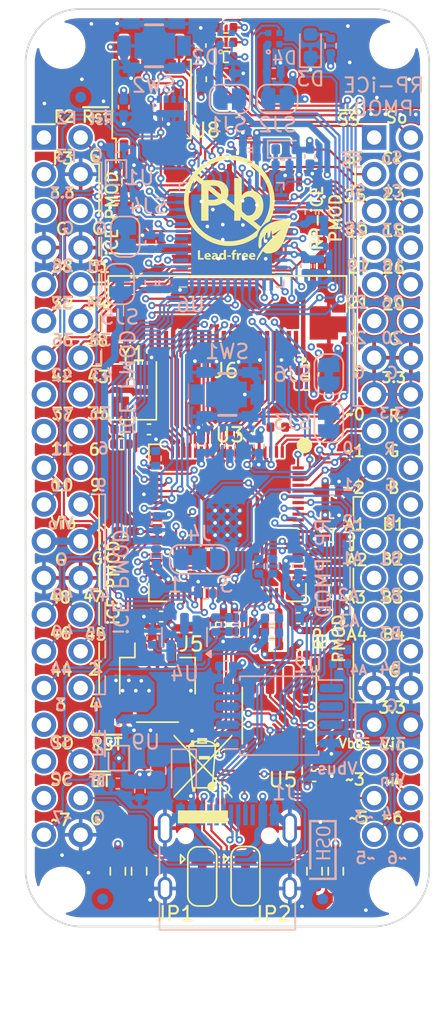
<source format=kicad_pcb>
(kicad_pcb (version 20240108) (generator "pcbnew") (generator_version "8.0")
  (title_block (title "pico-ice") (date "2022-08-24") (rev "REV1") (company "tinyVision.ai Inc."))
  (layers (0 "F.Cu" signal) (1 "In1.Cu" signal) (2 "In2.Cu" signal) (31 "B.Cu" signal) (34 "B.Paste" user) (35 "F.Paste" user) (36 "B.SilkS" user "B.Silkscreen") (37 "F.SilkS" user "F.Silkscreen") (38 "B.Mask" user) (39 "F.Mask" user) (44 "Edge.Cuts" user))
  (net 0 "")
  (net 1 "GND")
  (net 2 "/XIN")
  (net 3 "/XOUT")
  (net 4 "+3V3")
  (net 5 "+1V1")
  (net 6 "/~{USB_BOOT}")
  (net 7 "/SWD")
  (net 8 "/SWCLK")
  (net 9 "/QSPI_SD3")
  (net 10 "/QSPI_SCLK")
  (net 11 "/QSPI_SD0")
  (net 12 "/QSPI_SD2")
  (net 13 "/QSPI_SD1")
  (net 14 "/USB_D+")
  (net 15 "/USB_D-")
  (net 16 "+1V2")
  (net 17 "/+1.2V_CORE")
  (net 18 "Net-(D1-K)")
  (net 19 "/VCC_PLL")
  (net 20 "Net-(D2-A)")
  (net 21 "/ICE_DONE")
  (net 22 "/~{RESET}")
  (net 23 "/USB_P")
  (net 24 "/ICE_35_G0")
  (net 25 "/ICE_SSN")
  (net 26 "/ICE_SCK")
  (net 27 "Net-(C1-Pad1)")
  (net 28 "V_{in}")
  (net 29 "/ICE_10|PB")
  (net 30 "+3V3_FPGA")
  (net 31 "Net-(D2-RK)")
  (net 32 "/VIO_BANK_2")
  (net 33 "/ICE_SO")
  (net 34 "/ICE_SI")
  (net 35 "/ICE_27")
  (net 36 "/ICE_25")
  (net 37 "/ICE_21")
  (net 38 "/ICE_19")
  (net 39 "/ICE_26")
  (net 40 "/ICE_23")
  (net 41 "/ICE_20_G3")
  (net 42 "/ICE_18")
  (net 43 "/PICO_PMOD_A1")
  (net 44 "/PICO_PMOD_A2")
  (net 45 "/PICO_PMOD_A3")
  (net 46 "/PICO_PMOD_A4")
  (net 47 "/PICO_PMOD_B1")
  (net 48 "/PICO_PMOD_B2")
  (net 49 "/PICO_PMOD_B3")
  (net 50 "/PICO_PMOD_B4")
  (net 51 "/ADC3")
  (net 52 "/ICE_2")
  (net 53 "/ICE_3")
  (net 54 "/ICE_4")
  (net 55 "/ICE_6")
  (net 56 "/ICE_9")
  (net 57 "/ICE_11")
  (net 58 "/ICE_28")
  (net 59 "/ICE_31")
  (net 60 "/ICE_32")
  (net 61 "/ICE_34")
  (net 62 "/ICE_36")
  (net 63 "/ICE_38")
  (net 64 "/ICE_42")
  (net 65 "/ICE_43")
  (net 66 "/ICE_44_G6")
  (net 67 "/ICE_45")
  (net 68 "/ICE_46")
  (net 69 "/ICE_47")
  (net 70 "/ICE_48")
  (net 71 "/USB_N")
  (net 72 "Net-(D2-GK)")
  (net 73 "Net-(D2-BK)")
  (net 74 "Net-(D5-K)")
  (net 75 "Net-(J1-CC1)")
  (net 77 "Net-(J1-CC2)")
  (net 78 "Net-(U3-ADC_AVDD)")
  (net 80 "/ADC2|PB")
  (net 81 "/LED_G")
  (net 82 "/LED_B")
  (net 83 "/LED_R")
  (net 84 "Net-(J4-Pin_2)")
  (net 85 "Net-(D4-A)")
  (net 86 "/VREG_AVDD")
  (net 87 "/~{ICE_RST}")
  (net 88 "Net-(U4-K)")
  (net 89 "/ICE_LED_B")
  (net 90 "/ICE_LED_G")
  (net 91 "/ICE_LED_R")
  (net 92 "V_{BUS}")
  (net 93 "/ICE_13|IO3")
  (net 94 "/ICE_37")
  (net 95 "/SDA_GPIO2")
  (net 96 "/ICE_12|IO2")
  (net 97 "/SCL_GPIO3")
  (net 98 "/ADC7")
  (net 99 "/ADC1")
  (net 100 "/ICE_DONE|ADC0")
  (net 101 "/ADC5|VREF")
  (net 102 "/ADC4")
  (net 103 "/ADC6")
  (net 104 "/GPIO11")
  (net 105 "/GPIO10")
  (net 108 "Net-(JP1-B)")
  (net 109 "Net-(JP1-A)")
  (net 110 "Net-(JP2-A)")
  (net 111 "Net-(JP2-B)")
  (net 112 "/VREG_LX")
  (net 113 "/~{QSPI_SS}")
  (net 114 "Net-(U3-GPIO21)")
  (net 115 "Net-(U3-GPIO6)")
  (net 116 "Net-(R12-Pad1)")
  (net 117 "/~{SRAM_SS}")
  (net 118 "/~{RP_SRAM_SS}")
  (net 119 "Net-(U6B-CDONE)")
  (net 120 "/Lane0_P")
  (net 121 "/Lane1_N")
  (net 122 "/Lane2_P")
  (net 123 "/Clock_P")
  (net 124 "/Lane1_P")
  (net 125 "/Clock_N")
  (net 126 "/Lane0_N")
  (net 127 "/Lane2_N")
  (footprint "Jumper:SolderJumper-3_P1.3mm_Bridged12_RoundedPad1.0x1.5mm" (layer "F.Cu") (at 73.644918 131.127471 -90)
    (property "Reference" "JP2")
    (property "Value" "SolderJumper_3_Bridged12")
  )
  (footprint "Resistor_SMD:R_0402_1005Metric" (layer "F.Cu") (at 72.298718 72.398071)
    (property "Reference" "R19" (hide yes))
    (property "Value" "1k" (hide yes))
  )
  (footprint "MountingHole:MountingHole_2.7mm_M2.5" (layer "F.Cu") (at 60.96 132.08)
    (property "Reference" "H4" (hide yes))
    (property "Value" "MountingHole" (hide yes))
  )
  (footprint "Capacitor_SMD:C_0402_1005Metric" (layer "F.Cu") (at 67.802918 113.165071 180)
    (property "Reference" "C12" (hide yes))
    (property "Value" "0.1u" (hide yes))
  )
  (footprint "Resistor_SMD:R_0402_1005Metric" (layer "F.Cu") (at 77.378718 115.832071)
    (property "Reference" "R15" (hide yes))
    (property "Value" "10K" (hide yes))
  )
  (footprint "Capacitor_SMD:C_0402_1005Metric" (layer "F.Cu") (at 72.882918 113.723871 -90)
    (property "Reference" "C4" (hide yes))
    (property "Value" "0.1u" (hide yes))
  )
  (footprint "Capacitor_SMD:C_0402_1005Metric" (layer "F.Cu") (at 79.639318 106.713471)
    (property "Reference" "C19" (hide yes))
    (property "Value" "0.1u" (hide yes))
  )
  (footprint "Capacitor_SMD:C_0402_1005Metric" (layer "F.Cu") (at 75.473718 113.266671 180)
    (property "Reference" "C9" (hide yes))
    (property "Value" "0.1u" (hide yes))
  )
  (footprint "Resistor_SMD:R_0402_1005Metric" (layer "F.Cu") (at 75.473718 115.171671 180)
    (property "Reference" "R25" (hide yes))
    (property "Value" "100" (hide yes))
  )
  (footprint "Capacitor_SMD:C_0402_1005Metric" (layer "F.Cu") (at 65.262918 107.272271 180)
    (property "Reference" "C5" (hide yes))
    (property "Value" "0.1u" (hide yes))
  )
  (footprint "Capacitor_SMD:C_0402_1005Metric" (layer "F.Cu") (at 70.546118 73.642671 90)
    (property "Reference" "C14" (hide yes))
    (property "Value" "0.1u")
  )
  (footprint "Capacitor_SMD:C_0402_1005Metric" (layer "F.Cu") (at 75.473718 114.206471 180)
    (property "Reference" "C35" (hide yes))
    (property "Value" "4.7u")
  )
  (footprint "Capacitor_SMD:C_0402_1005Metric" (layer "F.Cu") (at 79.436118 111.336271)
    (property "Reference" "C23" (hide yes))
    (property "Value" "4.7u")
  )
  (footprint "Package_SO:SOIC-8_5.23x5.23mm_P1.27mm" (layer "F.Cu") (at 67.142518 77.351071 90)
    (property "Reference" "U8")
    (property "Value" "W25Q32JVSSIQ" (hide yes))
  )
  (footprint "Jumper:SolderJumper-3_P1.3mm_Bridged12_RoundedPad1.0x1.5mm" (layer "F.Cu") (at 70.647718 131.148271 -90)
    (property "Reference" "JP1")
    (property "Value" "SolderJumper_3_Bridged12")
  )
  (footprint "Resistor_SMD:R_0603_1608Metric_Pad0.98x0.95mm_HandSolder" (layer "F.Cu") (at 79.893318 130.792671 -90)
    (property "Reference" "R22" (hide yes))
    (property "Value" "56K")
  )
  (footprint "Capacitor_SMD:C_0402_1005Metric" (layer "F.Cu") (at 79.639318 104.478271)
    (property "Reference" "C11" (hide yes))
    (property "Value" "4.7u" (hide yes))
  )
  (footprint "Capacitor_SMD:C_0402_1005Metric" (layer "F.Cu") (at 77.302518 113.266671)
    (property "Reference" "C18" (hide yes))
    (property "Value" "0.1u" (hide yes))
  )
  (footprint "Resistor_SMD:R_0402_1005Metric" (layer "F.Cu") (at 72.298718 74.430071)
    (property "Reference" "R17" (hide yes))
    (property "Value" "1k" (hide yes))
  )
  (footprint "CUSTOM:OSHW_Dual_0.1_Scale_2140" (layer "F.Cu") (at 78.877318 129.319471 90)
    (property "Reference" "LOGO4" (hide yes))
    (property "Value" "OSHW ID: US002140")
  )
  (footprint "Capacitor_SMD:C_0402_1005Metric" (layer "F.Cu") (at 78.394718 124.214071)
    (property "Reference" "C42" (hide yes))
    (property "Value" "0.1u" (hide yes))
  )
  (footprint "Connector_JST:JST_SH_SM03B-SRSS-TB_1x03-1MP_P1.00mm_Horizontal" (layer "F.Cu") (at 67.548918 117.787871)
    (property "Reference" "J5")
    (property "Value" "SM03B-SRSS-TB")
  )
  (footprint "Capacitor_SMD:C_0402_1005Metric" (layer "F.Cu") (at 65.059718 100.211071)
    (property "Reference" "C1" (hide yes))
    (property "Value" "15p" (hide yes))
  )
  (footprint "CUSTOM:tinyAI_logo" (layer "F.Cu") (at 77.708918 73.185471)
    (property "Reference" "LOGO1" (hide yes))
    (property "Value" "tinyVS Logo" (hide yes))
  )
  (footprint "Resistor_SMD:R_0402_1005Metric" (layer "F.Cu") (at 75.880118 100.058671 180)
    (property "Reference" "R9" (hide yes))
    (property "Value" "27" (hide yes))
  )
  (footprint "Package_SO:SOIC-8_3.9x4.9mm_P1.27mm" (layer "F.Cu") (at 75.981718 120.023071 -90)
    (property "Reference" "U5")
    (property "Value" "APS6404L-3SQN-SN" (hide yes))
  )
  (footprint "CUSTOM:Pb free logo" (layer "F.Cu") (at 73.187718 84.971071)
    (property "Reference" "LOGO3" (hide yes))
    (property "Value" "Pb free Logo" (hide yes))
  )
  (footprint "Resistor_SMD:R_0402_1005Metric" (layer "F.Cu") (at 65.466118 83.015271 -90)
    (property "Reference" "R8" (hide yes))
    (property "Value" "10K" (hide yes))
  )
  (footprint "RP2040_minimal:PinHeader_2x20_P2.54mm_Vertical_Right" (layer "F.Cu") (at 82.55 80.01)
    (property "Reference" "J3" (hide yes))
    (property "Value" "Conn_02x20_Odd_Even" (hide yes))
  )
  (footprint "Resistor_SMD:R_0603_1608Metric_Pad0.98x0.95mm_HandSolder" (layer "F.Cu") (at 66.278918 130.792671 -90)
    (property "Reference" "R24" (hide yes))
    (property "Value" "5.1K" (hide yes))
  )
  (footprint "MountingHole:MountingHole_2.7mm_M2.5" (layer "F.Cu") (at 83.82 73.66)
    (property "Reference" "H2" (hide yes))
    (property "Value" "MountingHole" (hide yes))
  )
  (footprint "CUSTOM:WEEE logo" (layer "F.Cu") (at 70.698518 124.391871)
    (property "Reference" "LOGO2" (hide yes))
    (property "Value" "WEEE Logo" (hide yes))
  )
  (footprint "Resistor_SMD:R_0402_1005Metric" (layer "F.Cu") (at 77.861318 97.112271 180)
    (property "Reference" "R23" (hide yes))
    (property "Value" "10K" (hide yes))
  )
  (footprint "RP2040_minimal:PinHeader_2x20_P2.54mm_Vertical_Left" (layer "F.Cu") (at 59.69 80.01)
    (property "Reference" "J2" (hide yes))
    (property "Value" "Conn_02x20_Odd_Even" (hide yes))
  )
  (footprint "Fiducial:Fiducial_0.75mm_Mask1.5mm" (layer "F.Cu") (at 64.77 127)
    (property "Reference" "FID3" (hide yes))
    (property "Value" "Fiducial" (hide yes))
  )
  (footprint "RP2350_60QFN_minimal:L_pol_2016" (layer "F.Cu") (at 79.664718 109.380471 -90)
    (property "Reference" "L1" (hide yes))
    (property "Value" "3.3u")
  )
  (footprint "Resistor_SMD:R_0402_1005Metric" (layer "F.Cu") (at 72.298718 73.414071)
    (property "Reference" "R18" (hide yes))
    (property "Value" "1k" (hide yes))
  )
  (footprint "Resistor_SMD:R_0402_1005Metric" (layer "F.Cu") (at 70.546118 75.979471 90)
    (property "Reference" "R21" (hide yes))
    (property "Value" "10K" (hide yes))
  )
  (footprint "RP2350_60QFN_minimal:RP2350B_QFN-80_EP_10.573x10.573_Pitch0.4mm" (layer "F.Cu") (at 72.39 106.68 -90)
    (property "Reference" "U3")
    (property "Value" "RP2350_80QFN")
  )
  (footprint "Resistor_SMD:R_0603_1608Metric_Pad0.98x0.95mm_HandSolder" (layer "F.Cu") (at 64.805718 130.792671 -90)
    (property "Reference" "R20" (hide yes))
    (property "Value" "56K")
  )
  (footprint "Fiducial:Fiducial_0.75mm_Mask1.5mm" (layer "F.Cu") (at 80.01 127)
    (property "Reference" "FID1" (hide yes))
    (property "Value" "Fiducial" (hide yes))
  )
  (footprint "Crystal:Crystal_SMD_3225-4Pin_3.2x2.5mm" (layer "F.Cu") (at 65.821718 97.544071 90)
    (property "Reference" "Y1")
    (property "Value" "ABM8-272-T3")
  )
  (footprint "MountingHole:MountingHole_2.7mm_M2.5" (layer "F.Cu") (at 83.82 132.08)
    (property "Reference" "H3" (hide yes))
    (property "Value" "MountingHole" (hide yes))
  )
  (footprint "Capacitor_SMD:C_0402_1005Metric" (layer "F.Cu") (at 71.943118 113.723871 -90)
    (property "Reference" "C10" (hide yes))
    (property "Value" "0.1u" (hide yes))
  )
  (footprint "Capacitor_SMD:C_0402_1005Metric" (layer "F.Cu") (at 66.964718 100.211071)
    (property "Reference" "C2" (hide yes))
    (property "Value" "15p" (hide yes))
  )
  (footprint "Resistor_SMD:R_0402_1005Metric" (layer "F.Cu") (at 79.461518 112.326871)
    (property "Reference" "R26" (hide yes))
    (property "Value" "27")
  )
  (footprint "MountingHole:MountingHole_2.7mm_M2.5" (layer "F.Cu") (at 60.96 73.66)
    (property "Reference" "H1" (hide yes))
    (property "Value" "MountingHole" (hide yes))
  )
  (footprint "Resistor_SMD:R_0402_1005Metric" (layer "F.Cu") (at 65.059718 101.227071 180)
    (property "Reference" "R1" (hide yes))
    (property "Value" "1k" (hide yes))
  )
  (footprint "Resistor_SMD:R_0402_1005Metric" (layer "F.Cu") (at 77.861318 96.147071 180)
    (property "Reference" "R13" (hide yes))
    (property "Value" "10K" (hide yes))
  )
  (footprint "Resistor_SMD:R_0603_1608Metric_Pad0.98x0.95mm_HandSolder" (layer "F.Cu") (at 78.420118 130.792671 -90)
    (property "Reference" "R10" (hide yes))
    (property "Value" "5.1K" (hide yes))
  )
  (footprint "Fiducial:Fiducial_0.75mm_Mask1.5mm" (layer "F.Cu") (at 63.5 76.2)
    (property "Reference" "FID5" (hide yes))
    (property "Value" "Fiducial" (hide yes))
  )
  (footprint "Capacitor_SMD:C_0402_1005Metric" (layer "F.Cu") (at 79.639318 107.653271 180)
    (property "Reference" "C38" (hide yes))
    (property "Value" "4.7u")
  )
  (footprint "RP2350_60QFN_minimal:AMPHENOL_SFV22R-2STE1HLF" (layer "F.Cu") (at 72.39 91.694 180)
    (property "Reference" "J6")
    (property "Value" "Conn_01x22_MountingPin")
  )
  (footprint "Capacitor_SMD:C_0402_1005Metric" (layer "B.Cu") (at 64.805718 124.722071 180)
    (property "Reference" "C39" (hide yes))
    (property "Value" "4.7u")
  )
  (footprint "Resistor_SMD:R_0402_1005Metric" (layer "B.Cu") (at 80.198118 114.485871 180)
    (property "Reference" "R3" (hide yes))
    (property "Value" "DNF" (hide yes))
  )
  (footprint "Capacitor_SMD:C_0402_1005Metric" (layer "B.Cu") (at 70.520718 101.354071 90)
    (property "Reference" "C16" (hide yes))
    (property "Value" "0.1u" (hide yes))
  )
  (footprint "Resistor_SMD:R_0603_1608Metric" (layer "B.Cu") (at 67.599718 123.833071 90)
    (property "Reference" "PTC1" (hide yes))
    (property "Value" "MF-FSMF035X-2" (hide yes))
  )
  (footprint "Capacitor_SMD:C_0402_1005Metric" (layer "B.Cu") (at 68.031518 90.025671 -90)
    (property "Reference" "C29" (hide yes))
    (property "Value" "0.1u" (hide yes))
  )
  (footprint "Capacitor_SMD:C_0402_1005Metric" (layer "B.Cu") (at 65.212118 77.909871 -90)
    (property "Reference" "C26" (hide yes))
    (property "Value" "0.1u" (hide yes))
  )
  (footprint "Fiducial:Fiducial_0.75mm_Mask1.5mm" (layer "B.Cu") (at 62.23 77.216 180)
    (property "Reference" "FID2" (hide yes))
    (property "Value" "Fiducial" (hide yes))
  )
  (footprint "Resistor_SMD:R_0402_1005Metric" (layer "B.Cu") (at 75.473718 114.308071)
    (property "Reference" "R29" (hide yes))
    (property "Value" "10K")
  )
  (footprint "CUSTOM:LED_Cree-PLCC4_1x1mm_CW" (layer "B.Cu") (at 75.600718 73.160071 -90)
    (property "Reference" "D4")
    (property "Value" "MHPA1010RGBDT" (hide yes))
  )
  (footprint "Capacitor_SMD:C_0402_1005Metric" (layer "B.Cu") (at 67.066318 90.025671 -90)
    (property "Reference" "C30" (hide yes))
    (property "Value" "4.7u" (hide yes))
  )
  (footprint "LED_SMD:LED_0603_1608Metric" (layer "B.Cu") (at 78.140718 73.66 90)
    (property "Reference" "D3")
    (property "Value" "LTST-C191KGKT" (hide yes))
  )
  (footprint "Capacitor_SMD:C_0402_1005Metric" (layer "B.Cu") (at 67.523518 106.688071 -90)
    (property "Reference" "C17" (hide yes))
    (property "Value" "0.1u" (hide yes))
  )
  (footprint "Capacitor_SMD:C_0402_1005Metric" (layer "B.Cu") (at 78.775718 88.908071 -90)
    (property "Reference" "C22" (hide yes))
    (property "Value" "4.7u" (hide yes))
  )
  (footprint "Capacitor_SMD:C_0402_1005Metric" (layer "B.Cu") (at 67.193318 114.638271 90)
    (property "Reference" "C36" (hide yes))
    (property "Value" "0.1u" (hide yes))
  )
  (footprint "Capacitor_SMD:C_0402_1005Metric" (layer "B.Cu") (at 64.749718 80.676071)
    (property "Reference" "C7" (hide yes))
    (property "Value" "4.7u" (hide yes))
  )
  (footprint "Capacitor_SMD:C_0402_1005Metric" (layer "B.Cu") (at 77.835918 88.908071 -90)
    (property "Reference" "C21" (hide yes))
    (property "Value" "0.1u" (hide yes))
  )
  (footprint "Capacitor_SMD:C_0402_1005Metric" (layer "B.Cu") (at 66.329718 125.230071 -90)
    (property "Reference" "C3" (hide yes))
    (property "Value" "4.7u" (hide yes))
  )
  (footprint "Capacitor_SMD:C_0402_1005Metric" (layer "B.Cu") (at 64.805718 121.039071)
    (property "Reference" "C41" (hide yes))
    (property "Value" "4.7u")
  )
  (footprint "CUSTOM:PTS820J25KSMTRLFS" (layer "B.Cu") (at 67.31 73.66)
    (property "Reference" "SW2")
    (property "Value" "PTS820 J25K SMTR LFS" (hide yes))
  )
  (footprint "Resistor_SMD:R_0402_1005Metric" (layer "B.Cu") (at 74.559318 109.685271 90)
    (property "Reference" "R4" (hide yes))
    (property "Value" "27" (hide yes))
  )
  (footprint "Resistor_SMD:R_0402_1005Metric" (layer "B.Cu") (at 75.524518 109.685271 90)
    (property "Reference" "R5" (hide yes))
    (property "Value" "27" (hide yes))
  )
  (footprint "Resistor_SMD:R_0402_1005Metric" (layer "B.Cu") (at 80.198118 115.451071)
    (property "Reference" "R27" (hide yes))
    (property "Value" "DNF")
  )
  (footprint "Capacitor_SMD:C_0402_1005Metric" (layer "B.Cu") (at 73.941647 80.388753 180)
    (property "Reference" "C25" (hide yes))
    (property "Value" "4.7u" (hide yes))
  )
  (footprint "Resistor_SMD:R_0402_1005Metric" (layer "B.Cu") (at 70.876318 111.564871 180)
    (property "Reference" "R7" (hide yes))
    (property "Value" "10K" (hide yes))
  )
  (footprint "Package_SO:SOIC-8_5.23x5.23mm_P1.27mm" (layer "B.Cu") (at 75.981718 120.023071 180)
    (property "Reference" "U2")
    (property "Value" "W25Q32JVSSIQ" (hide yes))
  )
  (footprint "Connector_USB:USB_C_Receptacle_HRO_TYPE-C-31-M-12" (layer "B.Cu") (at 72.39 130.937 180)
    (property "Reference" "J1")
    (property "Value" "USB_C_Receptacle_USB2.0" (hide yes))
  )
  (footprint "Resistor_SMD:R_0402_1005Metric" (layer "B.Cu") (at 75.473718 113.292071 180)
    (property "Reference" "R28" (hide yes))
    (property "Value" "10K")
  )
  (footprint "Capacitor_SMD:C_0402_1005Metric" (layer "B.Cu") (at 67.091718 87.257071 90)
    (property "Reference" "C27" (hide yes))
    (property "Value" "0.1u" (hide yes))
  )
  (footprint "Capacitor_SMD:C_0402_1005Metric" (layer "B.Cu") (at 75.600718 75.573071)
    (property "Reference" "C13" (hide yes))
    (property "Value" "4.7u" (hide yes))
  )
  (footprint "Jumper:SolderJumper-2_P1.3mm_Bridged_RoundedPad1.0x1.5mm" (layer "B.Cu") (at 64.932718 90.152671 -90)
    (property "Reference" "SJ5")
    (property "Value" "SHORT" (hide yes))
  )
  (footprint "Diode_SMD:D_SOD-323" (layer "B.Cu") (at 69.377718 123.960071 -90)
    (property "Reference" "D5" (hide yes))
    (property "Value" "1N5819WS" (hide yes))
  )
  (footprint "Fiducial:Fiducial_0.75mm_Mask1.5mm" (layer "B.Cu") (at 63.754 132.715 180)
    (property "Reference" "FID6" (hide yes))
    (property "Value" "Fiducial" (hide yes))
  )
  (footprint "Capacitor_SMD:C_0402_1005Metric" (layer "B.Cu") (at 74.584718 101.354071 -90)
    (property "Reference" "C15" (hide yes))
    (property "Value" "0.1u" (hide yes))
  )
  (footprint "CUSTOM:LED_Cree-PLCC4_1x1mm_CW" (layer "B.Cu") (at 72.298718 73.160071 -90)
    (property "Reference" "D2")
    (property "Value" "MHPA1010RGBDT" (hide yes))
  )
  (footprint "Capacitor_SMD:C_0402_1005Metric" (layer "B.Cu") (at 72.552718 101.382071 90)
    (property "Reference" "C6" (hide yes))
    (property "Value" "4.7u" (hide yes))
  )
  (footprint "Package_TO_SOT_SMD:SOT-23" (layer "B.Cu") (at 69.417218 114.587471 90)
    (property "Reference" "U4")
    (property "Value" "TL431DBZ")
  )
  (footprint "Resistor_SMD:R_0402_1005Metric" (layer "B.Cu") (at 79.537718 73.66 -90)
    (property "Reference" "R14" (hide yes))
    (property "Value" "2.2K" (hide yes))
  )
  (footprint "Fiducial:Fiducial_0.75mm_Mask1.5mm" (layer "B.Cu") (at 78.994 132.715 180)
    (property "Reference" "FID4" (hide yes))
    (property "Value" "Fiducial" (hide yes))
  )
  (footprint "Capacitor_SMD:C_0402_1005Metric" (layer "B.Cu") (at 76.207718 81.912753)
    (property "Reference" "C31" (hide yes))
    (property "Value" "4.7u" (hide yes))
  )
  (footprint "Resistor_SMD:R_0402_1005Metric" (layer "B.Cu") (at 67.472718 108.999471 -90)
    (property "Reference" "R16" (hide yes))
    (property "Value" "10K" (hide yes))
  )
  (footprint "Capacitor_SMD:C_0402_1005Metric" (layer "B.Cu") (at 78.140718 85.199671 90)
    (property "Reference" "C33" (hide yes))
    (property "Value" "0.1u" (hide yes))
  )
  (footprint "Resistor_SMD:R_0402_1005Metric" (layer "B.Cu") (at 67.421918 102.217671 -90)
    (property "Reference" "R6" (hide yes))
    (property "Value" "27" (hide yes))
  )
  (footprint "CUSTOM:PTS820J25KSMTRLFS" (layer "B.Cu") (at 72.39 97.79 180)
    (property "Reference" "SW1")
    (property "Value" "PTS820 J25K SMTR LFS" (hide yes))
  )
  (footprint "Resistor_SMD:R_0402_1005Metric" (layer "B.Cu") (at 80.198118 116.416271)
    (property "Reference" "R2" (hide yes))
    (property "Value" "1k" (hide yes))
  )
  (footprint "Jumper:SolderJumper-2_P1.3mm_Bridged_RoundedPad1.0x1.5mm" (layer "B.Cu") (at 79.410718 96.401071 -90)
    (property "Reference" "SJ6")
    (property "Value" "SHORT")
  )
  (footprint "Capacitor_SMD:C_0402_1005Metric" (layer "B.Cu") (at 77.302518 109.659871 -90)
    (property "Reference" "C20" (hide yes))
    (property "Value" "4.7u")
  )
  (footprint "Resistor_SMD:R_Array_Concave_4x0402" (layer "B.Cu") (at 68.412518 77.859071 90)
    (property "Reference" "RN1" (hide yes))
    (property "Value" "10K" (hide yes))
  )
  (footprint "Jumper:SolderJumper-2_P1.3mm_Bridged_RoundedPad1.0x1.5mm" (layer "B.Cu") (at 79.410718 99.703071 90)
    (property "Reference" "SJ3")
    (property "Value" "SHORT")
  )
  (footprint "Capacitor_SMD:C_0402_1005Metric" (layer "B.Cu") (at 72.298718 116.594071 180)
    (property "Reference" "C8" (hide yes))
    (property "Value" "0.1u" (hide yes))
  )
  (footprint "Resistor_SMD:R_0402_1005Metric" (layer "B.Cu") (at 79.080518 87.053871 -90)
    (property "Reference" "R11" (hide yes))
    (property "Value" "100" (hide yes))
  )
  (footprint "Jumper:SolderJumper-2_P1.3mm_Bridged_RoundedPad1.0x1.5mm" (layer "B.Cu") (at 75.854718 77.351071)
    (property "Reference" "SJ2")
    (property "Value" "SHORT" (hide yes))
  )
  (footprint "Diode_SMD:D_SOD-523" (layer "B.Cu") (at 76.438918 80.820553)
    (property "Reference" "D1" (hide yes))
    (property "Value" "1N4148WT-7" (hide yes))
  )
  (footprint "Jumper:SolderJumper-2_P1.3mm_Bridged_RoundedPad1.0x1.5mm" (layer "B.Cu") (at 65.313718 86.876071 90)
    (property "Reference" "SJ4")
    (property "Value" "SHORT" (hide yes))
  )
  (footprint "Resistor_SMD:R_0402_1005Metric" (layer "B.Cu") (at 73.007918 114.206471)
    (property "Reference" "R30" (hide yes))
    (property "Value" "0")
  )
  (footprint "Package_DFN_QFN:QFN-48-1EP_7x7mm_P0.5mm_EP5.6x5.6mm" (layer "B.Cu") (at 72.679718 86.749071)
    (property "Reference" "U6")
    (property "Value" "ICE40UP5K-SG48ITR" (hide yes))
  )
  (footprint "RP2040_minimal:OnSemi_XDFN4-1EP_1.0x1.0mm_EP0.52x0.52mm" (layer "B.Cu") (at 64.678718 82.431071 180)
    (property "Reference" "U1")
    (property "Value" "NCP115AMX120TCG")
  )
  (footprint "Capacitor_SMD:C_0402_1005Metric" (layer "B.Cu") (at 64.749718 84.232071 180)
    (property "Reference" "C37" (hide yes))
    (property "Value" "4.7u" (hide yes))
  )
  (footprint "Capacitor_SMD:C_0402_1005Metric" (layer "B.Cu") (at 78.107247 81.328553 -90)
    (property "Reference" "C28" (hide yes))
    (property "Value" "0.1u" (hide yes))
  )
  (footprint "Jumper:SolderJumper-3_P1.3mm_Bridged12_RoundedPad1.0x1.5mm_NumberLabels" (layer "B.Cu") (at 70.444518 109.202671)
    (property "Reference" "J4")
    (property "Value" "PB_SEL" (hide yes))
  )
  (footprint "Capacitor_SMD:C_0402_1005Metric" (layer "B.Cu") (at 79.080518 85.199671 90)
    (property "Reference" "C34" (hide yes))
    (property "Value" "4.7u" (hide yes))
  )
  (footprint "Resistor_SMD:R_0402_1005Metric" (layer "B.Cu") (at 71.587518 113.723871 -90)
    (property "Reference" "R12" (hide yes))
    (property "Value" "1K" (hide yes))
  )
  (footprint "Resistor_SMD:R_0402_1005Metric" (layer "B.Cu") (at 73.007918 113.241271)
    (property "Reference" "R31" (hide yes))
    (property "Value" "0")
  )
  (footprint "RP2040_minimal:OnSemi_XDFN4-1EP_1.0x1.0mm_EP0.52x0.52mm" (layer "B.Cu") (at 64.876718 122.967071)
    (property "Reference" "U9")
    (property "Value" "NCP115AMX330TCG")
  )
  (footprint "Capacitor_SMD:C_0402_1005Metric" (layer "B.Cu") (at 73.941647 81.353953 180)
    (property "Reference" "C24" (hide yes))
    (property "Value" "0.1u" (hide yes))
  )
  (footprint "Jumper:SolderJumper-2_P1.3mm_Bridged_RoundedPad1.0x1.5mm" (layer "B.Cu") (at 72.552718 77.351071)
    (property "Reference" "SJ1")
    (property "Value" "SHORT" (hide yes))
  )
  (footprint "Capacitor_SMD:C_0402_1005Metric" (layer "B.Cu") (at 72.298718 75.573071)
    (property "Reference" "C32" (hide yes))
    (property "Value" "4.7u" (hide yes))
  )
  (gr_line (start 63.9318 112.199871) (end 63.9318 113.596871) (stroke (width 0.12)) (layer "B.SilkS"))
  (gr_line (start 63.9318 117.279871) (end 63.9318 118.549871) (stroke (width 0.12)) (layer "B.SilkS"))
  (gr_line (start 81.137918 98.331471) (end 81.137918 98.585471) (stroke (width 0.12)) (layer "B.SilkS"))
  (gr_line (start 68.264882 91.4908) (end 68.264882 91.567) (stroke (width 0.12)) (layer "B.SilkS"))
  (gr_line (start 80.883918 107.221471) (end 80.883918 108.491471) (stroke (width 0.12)) (layer "B.SilkS"))
  (gr_line (start 63.6778 95.689871) (end 63.2968 95.689871) (stroke (width 0.12)) (layer "B.SilkS"))
  (gr_line (start 80.883918 117.381471) (end 80.883918 118.778471) (stroke (width 0.12)) (layer "B.SilkS"))
  (gr_line (start 81.137918 91.854471) (end 81.137918 93.251471) (stroke (width 0.12)) (layer "B.SilkS"))
  (gr_line (start 63.1698 81.719871) (end 63.6778 81.719871) (stroke (width 0.12)) (layer "B.SilkS"))
  (gr_line (start 63.6778 86.926871) (end 63.6778 88.323871) (stroke (width 0.12)) (layer "B.SilkS"))
  (gr_line (start 81.137918 89.568471) (end 81.137918 90.711471) (stroke (width 0.12)) (layer "B.SilkS"))
  (gr_line (start 81.137918 94.521471) (end 81.137918 98.331471) (stroke (width 0.12)) (layer "B.SilkS"))
  (gr_line (start 80.883918 109.761471) (end 80.883918 111.158471) (stroke (width 0.12)) (layer "B.SilkS"))
  (gr_line (start 63.9318 118.549871) (end 63.2968 118.549871) (stroke (width 0.12)) (layer "B.SilkS"))
  (gr_line (start 81.645918 107.221471) (end 80.883918 107.221471) (stroke (width 0.12)) (layer "B.SilkS"))
  (gr_line (start 81.137918 98.585471) (end 81.925318 98.585471) (stroke (width 0.12)) (layer "B.SilkS"))
  (gr_line (start 63.6778 94.673871) (end 63.6778 95.689871) (stroke (width 0.12)) (layer "B.SilkS"))
  (gr_line (start 80.883918 118.778471) (end 81.264918 119.159471) (stroke (width 0.12)) (layer "B.SilkS"))
  (gr_line (start 63.2968 104.706871) (end 63.9318 104.706871) (stroke (width 0.12)) (layer "B.SilkS"))
  (gr_line (start 81.264918 84.424971) (end 81.264918 85.567971) (stroke (width 0.12)) (layer "B.SilkS"))
  (gr_line (start 81.137918 86.901471) (end 81.137918 88.044471) (stroke (width 0.12)) (layer "B.SilkS"))
  (gr_line (start 81.645918 84.361471) (end 81.264918 84.361471) (stroke (width 0.12)) (layer "B.SilkS"))
  (gr_line (start 63.6778 89.466871) (end 63.6778 90.736871) (stroke (width 0.12)) (layer "B.SilkS"))
  (gr_line (start 80.883918 112.301471) (end 80.883918 113.038071) (stroke (width 0.12)) (layer "B.SilkS"))
  (gr_line (start 63.6778 81.719871) (end 63.6778 85.529871) (stroke (width 0.12)) (layer "B.SilkS"))
  (gr_line (start 63.9318 114.866871) (end 63.9318 116.009871) (stroke (width 0.12)) (layer "B.SilkS"))
  (gr_line (start 81.264918 119.159471) (end 81.264918 121.572471) (stroke (width 0.12)) (layer "B.SilkS"))
  (gr_line (start 63.9318 104.706871) (end 63.9318 111.056871) (stroke (width 0.12)) (layer "B.SilkS"))
  (gr_line (start 81.264918 121.572471) (end 82.153918 121.572471) (stroke (width 0.12)) (layer "B.SilkS"))
  (gr_line (start 63.6778 92.006871) (end 63.6778 93.403871) (stroke (width 0.12)) (layer "B.SilkS"))
  (gr_line (start 81.239518 84.564671) (end 81.239518 85.834671) (stroke (width 0.12)) (layer "F.SilkS"))
  (gr_line (start 63.129318 118.549871) (end 63.510318 118.549871) (stroke (width 0.12)) (layer "F.SilkS"))
  (gr_line (start 63.510318 118.549871) (end 63.510318 114.993871) (stroke (width 0.12)) (layer "F.SilkS"))
  (gr_line (start 63.002318 95.816871) (end 63.637318 95.816871) (stroke (width 0.12)) (layer "F.SilkS"))
  (gr_line (start 63.510318 89.466871) (end 63.510318 90.863871) (stroke (width 0.12)) (layer "F.SilkS"))
  (gr_line (start 81.747518 104.884671) (end 81.112518 104.884671) (stroke (width 0.12)) (layer "F.SilkS"))
  (gr_line (start 81.112518 115.044671) (end 81.112518 119.108671) (stroke (width 0.12)) (layer "F.SilkS"))
  (gr_line (start 63.510318 86.926871) (end 63.510318 88.196871) (stroke (width 0.12)) (layer "F.SilkS"))
  (gr_line (start 81.112518 119.108671) (end 82.128518 119.108671) (stroke (width 0.12)) (layer "F.SilkS"))
  (gr_line (start 63.510318 108.516871) (end 63.510318 104.706871) (stroke (width 0.12)) (layer "F.SilkS"))
  (gr_line (start 63.510318 81.846871) (end 63.510318 85.402871) (stroke (width 0.12)) (layer "F.SilkS"))
  (gr_line (start 63.637318 95.816871) (end 63.637318 94.800871) (stroke (width 0.12)) (layer "F.SilkS"))
  (gr_line (start 63.002318 81.846871) (end 63.510318 81.846871) (stroke (width 0.12)) (layer "F.SilkS"))
  (gr_line (start 81.239518 82.024671) (end 81.239518 83.421671) (stroke (width 0.12)) (layer "F.SilkS"))
  (gr_line (start 81.239518 96.121671) (end 82.001518 96.121671) (stroke (width 0.12)) (layer "F.SilkS"))
  (gr_line (start 81.747518 82.024671) (end 81.239518 82.024671) (stroke (width 0.12)) (layer "F.SilkS"))
  (gr_line (start 63.510318 113.723871) (end 63.510318 112.199871) (stroke (width 0.12)) (layer "F.SilkS"))
  (gr_line (start 81.239518 92.184671) (end 81.239518 96.121671) (stroke (width 0.12)) (layer "F.SilkS"))
  (gr_line (start 81.112518 104.884671) (end 81.112518 106.154671) (stroke (width 0.12)) (layer "F.SilkS"))
  (gr_line (start 81.112518 112.631671) (end 81.112518 113.774671) (stroke (width 0.12)) (layer "F.SilkS"))
  (gr_line (start 81.112518 107.424671) (end 81.112518 108.567671) (stroke (width 0.12)) (layer "F.SilkS"))
  (gr_line (start 63.510318 104.706871) (end 63.002318 104.706871) (stroke (width 0.12)) (layer "F.SilkS"))
  (gr_line (start 81.239518 89.644671) (end 81.239518 90.660671) (stroke (width 0.12)) (layer "F.SilkS"))
  (gr_line (start 63.510318 111.056871) (end 63.510318 109.786871) (stroke (width 0.12)) (layer "F.SilkS"))
  (gr_line (start 63.510318 93.403871) (end 63.510318 92.260871) (stroke (width 0.12)) (layer "F.SilkS"))
  (gr_line (start 81.112518 109.837671) (end 81.112518 111.361671) (stroke (width 0.12)) (layer "F.SilkS"))
  (gr_line (start 81.239518 87.104671) (end 81.239518 88.247671) (stroke (width 0.12)) (layer "F.SilkS"))
  (gr_line (start 82.55 134.62) (end 62.23 134.62) (stroke (width 0.127)) (layer "Edge.Cuts"))
  (gr_line (start 86.36 74.93) (end 86.36 130.81) (stroke (width 0.127)) (layer "Edge.Cuts"))
  (gr_line (start 62.23 71.12) (end 82.55 71.12) (stroke (width 0.127)) (layer "Edge.Cuts"))
  (gr_line (start 58.42 130.81) (end 58.42 74.93) (stroke (width 0.127)) (layer "Edge.Cuts"))
  (gr_arc (start 62.23 134.62) (mid 59.566913 133.473086) (end 58.42 130.81) (stroke (width 0.127)) (layer "Edge.Cuts"))
  (gr_arc (start 58.42 74.93) (mid 59.519317 72.219317) (end 62.23 71.12) (stroke (width 0.127)) (layer "Edge.Cuts"))
  (gr_arc (start 82.55 71.12) (mid 85.260683 72.219317) (end 86.36 74.93) (stroke (width 0.127)) (layer "Edge.Cuts"))
  (gr_arc (start 86.36 130.81) (mid 85.213086 133.473086) (end 82.55 134.62) (stroke (width 0.127)) (layer "Edge.Cuts"))
  (gr_text "11" (at 60.995718 101.531871 0) (layer "B.SilkS") (effects (font (size 0.8 0.8)) (justify mirror)))
  (gr_text "~{SS}" (at 81.010918 81.694471 0) (layer "B.SilkS") (effects (font (size 0.8 0.8)) (justify mirror)))
  (gr_text "45" (at 63.281718 114.358871 0) (layer "B.SilkS") (effects (font (size 0.8 0.8)) (justify mirror)))
  (gr_text "2" (at 63.408718 116.644871 0) (layer "B.SilkS") (effects (font (size 0.8 0.8)) (justify mirror)))
  (gr_text "3.3" (at 83.804918 122.004271 0) (layer "B.SilkS") (effects (font (size 0.8 0.8)) (justify mirror)))
  (gr_text "31" (at 63.180118 88.933471 0) (layer "B.SilkS") (effects (font (size 0.635 0.635)) (justify mirror)))
  (gr_text "iCE PMOD" (at 64.958118 110.777471 -90) (layer "B.SilkS") (effects (font (size 1 1)) (justify mirror)))
  (gr_text "21" (at 81.264918 93.886471 0) (layer "B.SilkS") (effects (font (size 0.8 0.8)) (justify mirror)))
  (gr_text "~{Rst}" (at 63.383318 121.953471 270) (layer "B.SilkS") (effects (font (size 0.635 0.8)) (justify mirror)))
  (gr_text "44" (at 60.868718 116.771871 0) (layer "B.SilkS") (effects (font (size 0.8 0.8)) (justify mirror)))
  (gr_text "38" (at 63.586518 94.038871 0) (layer "B.SilkS") (effects (font (size 0.8 0.8)) (justify mirror)))
  (gr_text "G" (at 61.3918 86.291871 0) (layer "B.SilkS") (effects (font (size 0.8 0.8)) (justify mirror)))
  (gr_text "43" (at 63.713518 96.451871 0) (layer "B.SilkS") (effects (font (size 0.8 0.8)) (justify mirror)))
  (gr_text "~3" (at 81.823718 127.033471 0) (layer "B.SilkS") (effects (font (size 0.8 0.8)) (justify mirror)))
  (gr_text "B2" (at 83.677918 111.666471 0) (layer "B.SilkS") (effects (font (size 0.8 0.8)) (justify mirror)))
  (gr_text "42" (at 60.932218 96.451871 0) (layer "B.SilkS") (effects (font (size 0.8 0.8)) (justify mirror)))
  (gr_text "47" (at 63.535718 111.691871 0) (layer "B.SilkS") (effects (font (size 0.8 0.8)) (justify mirror)))
  (gr_text "B" (at 83.677918 106.586471 0) (layer "B.SilkS") (effects (font (size 0.8 0.8)) (justify mirror)))
  (gr_text "37" (at 60.995718 99.245871 0) (layer "B.SilkS") (effects (font (size 0.8 0.8)) (justify mirror)))
  (gr_text "3.3" (at 60.944918 83.853471 0) (layer "B.SilkS") (effects (font (size 0.7 0.7)) (justify mirror)))
  (gr_text "G" (at 83.677918 104.046471 0) (layer "B.SilkS") (effects (font (size 0.8 0.8)) (justify mirror)))
  (gr_text "RP PMOD" (at 79.029718 109.812271 90) (layer "B.SilkS") (effects (font (size 1 1)) (justify mirror)))
  (gr_text "28" (at 60.995718 88.882671 0) (layer "B.SilkS") (effects (font (size 0.8 0.8)) (justify mirror)))
  (gr_text "19" (at 81.417318 88.857271 0) (layer "B.SilkS") (effects (font (size 0.8 0.8)) (justify mirror)))
  (gr_text "27" (at 81.264918 91.397271 0) (layer "B.SilkS") (effects (font (size 0.8 0.8)) (justify mirror)))
  (gr_text "26" (at 83.804918 91.422671 0) (layer "B.SilkS") (effects (font (size 0.8 0.8)) (justify mirror)))
  (gr_text "SC" (at 60.944918 124.391871 0) (layer "B.SilkS") (effects (font (size 0.8 0.8)) (justify mirror)))
  (gr_text "10" (at 60.868718 104.071871 0) (layer "B.SilkS") (effects (font (size 0.8 0.8)) (justify mirror)))
  (gr_text "9" (at 63.662718 104.071871 0) (layer "B.SilkS") (effects (font (size 0.8 0.8)) (justify mirror)))
  (gr_text "G" (at 60.944918 109.228071 0) (layer "B.SilkS") (effects (font (size 0.8 0.8)) (justify mirror)))
  (gr_text "~5" (at 81.925318 129.878271 0) (layer "B.SilkS") (effects (font (size 0.8 0.8)) (justify mirror)))
  (gr_text "4" (at 63.408718 119.311871 0) (layer "B.SilkS") (effects (font (size 0.8 0.8)) (justify mirror)))
  (gr_text "~1" (at 81.010918 104.046471 0) (layer "B.SilkS") (effects (font (size 0.8 0.8)) (justify mirror)))
  (gr_text "B1" (at 83.677918 109.126471 0) (layer "B.SilkS") (effects (font (size 0.8 0.8)) (justify mirror)))
  (gr_text "G" (at 63.535718 127.033471 0) (layer "B.SilkS") (effects (font (size 0.8 0.8)) (justify mirror)))
  (gr_text "A4" (at 81.468118 116.873471 0) (layer "B.SilkS") (effects (font (size 0.635 0.635)) (justify mirror)))
  (gr_text "~2" (at 81.010918 106.586471 0) (layer "B.SilkS") (effects (font (size 0.8 0.8)) (justify mirror)))
  (gr_text "3.3" (at 83.754118 99.093471 0) (layer "B.SilkS") (effects (font (size 0.7 0.7)) (justify mirror)))
  (gr_text "~{Rst}" (at 63.688118 78.773471 0) (layer "B.SilkS") (effects (font (size 0.7 0.7)) (justify mirror)))
  (gr_text "46" (at 60.995718 114.231871 0) (layer "B.SilkS") (effects (font (size 0.8 0.8)) (justify mirror)))
  (gr_text "25" (at 81.264918 86.342671 0) (layer "B.SilkS") (effects (font (size 0.8 0.8)) (justify mirror)))
  (gr_text "34" (at 63.230918 91.422671 0) (layer "B.SilkS") (effects (font (size 0.635 0.635)) (justify mirror)))
  (gr_text "~{BT}" (at 63.383318 124.595071 0) (layer "B.SilkS") (effects (font (size 0.635 0.635)) (justify mirror)))
  (gr_text "35" (at 63.586518 99.118871 0) (layer "B.SilkS") (effects (font (size 0.8 0.8)) (justify mirror)))
  (gr_text "Vio" (at 60.843318 106.713471 0) (layer "B.SilkS") (effects (font (size 0.8 0.8)) (justify mirror)))
  (gr_text "F2" (at 61.249718 78.671871 0) (layer "B.SilkS") (effects (font (size 0.8 0.8)) (justify mirror)))
  (gr_text "6" (at 63.789718 101.531871 0) (layer "B.SilkS") (effects (font (size 0.8 0.8)) (justify mirror)))
  (gr_text "G" (at 63.6778 86.291871 0) (layer "B.SilkS") (effects (font (size 0.8 0.8)) (justify mirror)))
  (gr_text "18" (at 83.855718 88.882671 0) (layer "B.SilkS") (effects (font (size 0.8 0.8)) (justify mirror)))
  (gr_text "G" (at 83.804918 119.337271 0) (layer "B.SilkS") (effects (font (size 0.8 0.8)) (justify mirror)))
  (gr_text "Vbus" (at 79.994918 123.680671 0) (layer "B.SilkS") (effects (font (size 0.8 0.8)) (justify mirror)))
  (gr_text "48" (at 60.995718 111.691871 0) (layer "B.SilkS") (effects (font (size 0.8 0.8)) (justify mirror)))
  (gr_text "Ck" (at 83.804918 83.726471 0) (layer "B.SilkS") (effects (font (size 0.8 0.8)) (justify mirror)))
  (gr_text "~0" (at 81.010918 101.506471 0) (layer "B.SilkS") (effects (font (size 0.8 0.8)) (justify mirror)))
  (gr_text "G" (at 81.518918 96.299471 0) (layer "B.SilkS") (effects (font (size 0.8 0.8)) (justify mirror)))
  (gr_text "~7" (at 60.944918 127.084271 0) (layer "B.SilkS") (effects (font (size 0.8 0.8)) (justify mirror)))
  (gr_text "iCE PMOD" (at 65.415318 96.959871 -90) (layer "B.SilkS") (effects (font (size 1 1)) (justify mirror)))
  (gr_text "23" (at 83.804918 86.418871 0) (layer "B.SilkS") (effects (font (size 0.8 0.8)) (justify mirror)))
  (gr_text "RP-iCE\nPMOD" (at 83.195318 77.198671 0) (layer "B.SilkS") (effects (font (size 1 1)) (justify mirror)))
  (gr_text "R" (at 83.633442 101.557271 0) (layer "B.SilkS") (effects (font (size 0.8 0.8)) (justify mirror)))
  (gr_text "Vin" (at 83.804918 124.493471 0) (layer "B.SilkS") (effects (font (size 0.8 0.8)) (justify mirror)))
  (gr_text "G" (at 83.804918 96.299471 0) (layer "B.SilkS") (effects (font (size 0.8 0.8)) (justify mirror)))
  (gr_text "3" (at 60.843318 119.261071 0) (layer "B.SilkS") (effects (font (size 0.8 0.8)) (justify mirror)))
  (gr_text "B3" (at 83.677918 114.333471 0) (layer "B.SilkS") (effects (font (size 0.8 0.8)) (justify mirror)))
  (gr_text "36" (at 60.995718 94.038871 0) (layer "B.SilkS") (effects (font (size 0.8 0.8)) (justify mirror)))
  (gr_text "G" (at 63.383318 81.211871 0) (layer "B.SilkS") (effects (font (size 0.8 0.8)) (justify mirror)))
  (gr_text "Si" (at 81.391918 83.726471 0) (layer "B.SilkS") (effects (font (size 0.8 0.8)) (justify mirror)))
  (gr_text "A3" (at 80.807718 113.469871 0) (layer "B.SilkS") (effects (font (size 0.8 0.8)) (justify mirror)))
  (gr_text "So" (at 83.754118 81.415071 0) (layer "B.SilkS") (effects (font (size 0.8 0.8)) (justify mirror)))
  (gr_text "A1" (at 81.010918 109.126471 0) (layer "B.SilkS") (effects (font (size 0.8 0.8)) (justify mirror)))
  (gr_text "~4" (at 83.703318 126.830271 0) (layer "B.SilkS") (effects (font (size 0.8 0.8)) (justify mirror)))
  (gr_text "A2" (at 80.756918 111.666471 0) (layer "B.SilkS") (effects (font (size 0.8 0.8)) (justify mirror)))
  (gr_text "SD" (at 60.817918 121.851871 0) (layer "B.SilkS") (effects (font (size 0.8 0.8)) (justify mirror)))
  (gr_text "F3" (at 61.2394 81.288071 0) (layer "B.SilkS") (effects (font (size 0.8 0.8)) (justify mirror)))
  (gr_text "20" (at 83.804918 93.886471 0) (layer "B.SilkS") (effects (font (size 0.8 0.8)) (justify mirror)))
  (gr_text "B4" (at 83.677918 116.746471 0) (layer "B.SilkS") (effects (font (size 0.8 0.8)) (justify mirror)))
  (gr_text "~6" (at 84.109718 129.878271 0) (layer "B.SilkS") (effects (font (size 0.8 0.8)) (justify mirror)))
  (gr_text "32" (at 60.944918 91.473471 0) (layer "B.SilkS") (effects (font (size 0.8 0.8)) (justify mirror)))
  (gr_text "43" (at 63.434118 96.578871 0) (layer "F.SilkS") (effects (font (size 0.8 0.8))))
  (gr_text "So" (at 84.109718 78.621071 0) (layer "F.SilkS") (effects (font (size 0.8 0.8))))
  (gr_text "~{BT}" (at 63.637318 124.544271 0) (layer "F.SilkS") (effects (font (size 0.8 0.8))))
  (gr_text "10" (at 60.970318 104.071871 0) (layer "F.SilkS") (effects (font (size 0.8 0.8))))
  (gr_text "42" (at 60.919518 96.528071 0) (layer "F.SilkS") (effects (font (size 0.8 0.8))))
  (gr_text "11" (at 60.919518 101.582671 0) (layer "F.SilkS") (effects (font (size 0.8 0.8))))
  (gr_text "SD" (at 60.995718 121.928071 0) (layer "F.SilkS") (effects (font (size 0.8 0.8))))
  (gr_text "38" (at 63.383318 94.064271 0) (layer "F.SilkS") (effects (font (size 0.8 0.8))))
  (gr_text "A2" (at 81.366518 109.253471 0) (layer "F.SilkS") (effects (font (size 0.8 0.8))))
  (gr_text "Ck" (at 83.804918 81.465871 0) (layer "F.SilkS") (effects (font (size 0.8 0.8))))
  (gr_text "G" (at 63.408718 86.317271 0) (layer "F.SilkS") (effects (font (size 0.8 0.8))))
  (gr_text "32" (at 60.970318 91.498871 0) (layer "F.SilkS") (effects (font (size 0.8 0.8))))
  (gr_text "Vbus" (at 81.214118 121.953471 0) (layer "F.SilkS") (effects (font (size 0.635 0.635) (thickness 0.127) (bold yes))))
  (gr_text "18" (at 83.906518 86.469671 0) (layer "F.SilkS") (effects (font (size 0.8 0.8))))
  (gr_text "RP-iCE\nPMOD" (at 79.232918 85.580671 90) (layer "F.SilkS") (effects (font (size 0.8 0.8))))
  (gr_text "B1" (at 83.906518 106.789671 0) (layer "F.SilkS") (effects (font (size 0.8 0.8))))
  (gr_text "A4" (at 81.366518 114.409671 0) (layer "F.SilkS") (effects (font (size 0.8 0.8))))
  (gr_text "Si" (at 81.112518 81.415071 0) (layer "F.SilkS") (effects (font (size 0.8 0.8))))
  (gr_text "G" (at 60.843318 109.228071 0) (layer "F.SilkS") (effects (font (size 0.8 0.8))))
  (gr_text "37" (at 60.995718 99.144271 0) (layer "F.SilkS") (effects (font (size 0.8 0.8))))
  (gr_text "45" (at 63.256318 114.409671 0) (layer "F.SilkS") (effects (font (size 0.8 0.8))))
  (gr_text "G" (at 83.906518 93.962671 0) (layer "F.SilkS") (effects (font (size 0.8 0.8))))
  (gr_text "~{Rst}" (at 63.281718 78.570271 0) (layer "F.SilkS") (effects (font (size 0.8 0.8))))
  (gr_text "G" (at 63.281718 127.185871 0) (layer "F.SilkS") (effects (font (size 0.8 0.8))))
  (gr_text "G" (at 63.383318 109.151871 0) (layer "F.SilkS") (effects (font (size 0.8 0.8))))
  (gr_text "44" (at 60.894118 116.898871 0) (layer "F.SilkS") (effects (font (size 0.8 0.8))))
  (gr_text "27" (at 81.493518 89.009671 0) (layer "F.SilkS") (effects (font (size 0.8 0.8))))
  (gr_text "28" (at 60.919518 88.933471 0) (layer "F.SilkS") (effects (font (size 0.8 0.8))))
  (gr_text "~5" (at 81.493518 127.109671 0) (layer "F.SilkS") (effects (font (size 0.8 0.8))))
  (gr_text "A1" (at 81.239518 106.789671 0) (layer "F.SilkS") (effects (font (size 0.8 0.8))))
  (gr_text "3" (at 60.868718 119.286471 0) (layer "F.SilkS") (effects (font (size 0.8 0.8))))
  (gr_text "2" (at 63.129318 116.822671 0) (layer "F.SilkS") (effects (font (size 0.8 0.8))))
  (gr_text "34" (at 63.332518 91.498871 0) (layer "F.SilkS") (effects (font (size 0.8 0.8))))
  (gr_text "19" (at 81.366518 86.520471 0) (layer "F.SilkS") (effects (font (size 0.8 0.8))))
  (gr_text "iCE PMOD" (at 64.399318 85.275871 90) (layer "F.SilkS") (effects (font (size 0.8 0.8))))
  (gr_text "A3" (at 81.264918 111.844271 0) (layer "F.SilkS") (effects (font (size 0.8 0.8))))
  (gr_text "35" (at 63.434118 99.118871 0) (layer "F.SilkS") (effects (font (size 0.8 0.8))))
  (gr_text "B" (at 83.906518 104.249671 0) (layer "F.SilkS") (effects (font (size 0.8 0.8))))
  (gr_text "46" (at 60.843318 114.333471 0) (layer "F.SilkS") (effects (font (size 0.8 0.8))))
  (gr_text "G" (at 83.906518 101.709671 0) (layer "F.SilkS") (effects (font (size 0.8 0.8))))
  (gr_text "23" (at 83.906518 83.929671 0) (layer "F.SilkS") (effects (font (size 0.8 0.8))))
  (gr_text "G" (at 63.205518 81.313471 0) (layer "F.SilkS") (effects (font (size 0.8 0.8))))
  (gr_text "~3" (at 81.239518 124.442671 0) (layer "F.SilkS") (effects (font (size 0.8 0.8))))
  (gr_text "~0" (at 81.239518 99.169671 0) (layer "F.SilkS") (effects (font (size 0.8 0.8))))
  (gr_text "~4" (at 83.931918 124.620471 0) (layer "F.SilkS") (effects (font (size 0.8 0.8))))
  (gr_text "G" (at 83.906518 116.949671 0) (layer "F.SilkS") (effects (font (size 0.8 0.8))))
  (gr_text "Vin" (at 83.855718 122.004271 0) (layer "F.SilkS") (effects (font (size 0.8 0.8))))
  (gr_text "F3" (at 60.995718 81.465871 0) (layer "F.SilkS") (effects (font (size 0.8 0.8))))
  (gr_text "~{RST}" (at 64.043718 122.004271 0) (layer "F.SilkS") (effects (font (size 0.8 0.8))))
  (gr_text "G" (at 60.919518 86.342671 0) (layer "F.SilkS") (effects (font (size 0.8 0.8))))
  (gr_text "6" (at 63.180118 101.608071 0) (layer "F.SilkS") (effects (font (size 0.8 0.8))))
  (gr_text "R" (at 83.946518 99.290671 0) (layer "F.SilkS") (effects (font (size 0.8 0.8))))
  (gr_text "~2" (at 81.239518 104.249671 0) (layer "F.SilkS") (effects (font (size 0.8 0.8))))
  (gr_text "47" (at 63.078518 111.793471 0) (layer "F.SilkS") (effects (font (size 0.7 0.7))))
  (gr_text "~6" (at 83.906518 127.109671 0) (layer "F.SilkS") (effects (font (size 0.8 0.8))))
  (gr_text "21" (at 81.468118 91.422671 0) (layer "F.SilkS") (effects (font (size 0.8 0.8))))
  (gr_text "25" (at 81.239518 84.056671 0) (layer "F.SilkS") (effects (font (size 0.8 0.8))))
  (gr_text "36" (at 60.970318 94.038871 0) (layer "F.SilkS") (effects (font (size 0.8 0.8))))
  (gr_text "20" (at 83.906518 91.549671 0) (layer "F.SilkS") (effects (font (size 0.8 0.8))))
  (gr_text "B4" (at 83.906518 114.409671 0) (layer "F.SilkS") (effects (font (size 0.8 0.8))))
  (gr_text "B2" (at 83.804918 109.202671 0) (layer "F.SilkS") (effects (font (size 0.8 0.8))))
  (gr_text "3.3" (at 83.804918 119.464271 0) (layer "F.SilkS") (effects (font (size 0.8 0.8))))
  (gr_text "iCE PMOD" (at 64.500918 110.828271 90) (layer "F.SilkS") (effects (font (size 0.8 0.8))))
  (gr_text "~1" (at 81.239518 101.709671 0) (layer "F.SilkS") (effects (font (size 0.8 0.8))))
  (gr_text "B3" (at 83.804918 111.844271 0) (layer "F.SilkS") (effects (font (size 0.8 0.8))))
  (gr_text "3.3" (at 83.906518 96.629671 0) (layer "F.SilkS") (effects (font (size 0.7 0.7))))
  (gr_text "26" (at 83.906518 89.009671 0) (layer "F.SilkS") (effects (font (size 0.8 0.8))))
  (gr_text "9" (at 63.256318 104.071871 0) (layer "F.SilkS") (effects (font (size 0.8 0.8))))
  (gr_text "3.3" (at 60.970318 83.853471 0) (layer "F.SilkS") (effects (font (size 0.7 0.7))))
  (gr_text "~7" (at 60.843318 127.236671 0) (layer "F.SilkS") (effects (font (size 0.8 0.8))))
  (gr_text "Vio" (at 61.046518 106.688071 0) (layer "F.SilkS") (effects (font (size 0.8 0.8))))
  (gr_text "~{SS}" (at 80.807718 78.773471 0) (layer "F.SilkS") (effects (font (size 0.8 0.8))))
  (gr_text "SC" (at 60.894118 124.468071 0) (layer "F.SilkS") (effects (font (size 0.8 0.8))))
  (gr_text "RP\nPMOD" (at 79.461518 114.689071 90) (layer "F.SilkS") (effects (font (size 0.8 0.8))))
  (gr_text "48" (at 60.792518 111.844271 0) (layer "F.SilkS") (effects (font (size 0.8 0.8))))
  (gr_text "31" (at 63.510318 88.958871 0) (layer "F.SilkS") (effects (font (size 0.8 0.8))))
  (gr_text "F2" (at 61.097318 78.570271 0) (layer "F.SilkS") (effects (font (size 0.8 0.8))))
  (gr_text "4" (at 63.180118 119.286471 0) (layer "F.SilkS") (effects (font (size 0.8 0.8))))
  (segment (start 77.782518 113.266671) (end 77.782518 112.685071) (width 0.508) (layer "F.Cu") (net 1))
  (segment (start 74.64 94.094) (end 74.64 95.405989) (width 0.3048) (layer "F.Cu") (net 1))
  (segment (start 74.993718 113.266671) (end 74.993718 114.206471) (width 0.508) (layer "F.Cu") (net 1))
  (segment (start 78.874718 124.214071) (end 79.613918 124.214071) (width 0.508) (layer "F.Cu") (net 1))
  (segment (start 67.287118 96.444071) (end 67.726718 96.883671) (width 0.3048) (layer "F.Cu") (net 1))
  (segment (start 67.726718 99.929071) (end 67.444718 100.211071) (width 0.3048) (layer "F.Cu") (net 1))
  (segment (start 68.64 93.302271) (end 68.916879 93.025392) (width 0.3048) (layer "F.Cu") (net 1))
  (segment (start 76.14 95.404589) (end 76.134118 95.410471) (width 0.3048) (layer "F.Cu") (net 1))
  (segment (start 69.857797 93.025392) (end 70.14 93.307595) (width 0.3048) (layer "F.Cu") (net 1))
  (segment (start 80.119318 104.478271) (end 80.119318 103.820471) (width 0.508) (layer "F.Cu") (net 1))
  (segment (start 71.64 95.510389) (end 71.638318 95.512071) (width 0.3048) (layer "F.Cu") (net 1))
  (segment (start 68.64 94.094) (end 68.64 93.302271) (width 0.3048) (layer "F.Cu") (net 1))
  (segment (start 80.119318 103.820471) (end 80.121918 103.817871) (width 0.508) (layer "F.Cu") (net 1))
  (segment (start 67.322918 113.165071) (end 66.609118 113.165071) (width 0.508) (layer "F.Cu") (net 1))
  (segment (start 64.971718 98.644071) (end 64.971718 99.056271) (width 0.3048) (layer "F.Cu") (net 1))
  (segment (start 67.14 95.230153) (end 67.142518 95.232671) (width 0.3048) (layer "F.Cu") (net 1))
  (segment (start 71.943118 114.739871) (end 72.095518 114.892271) (width 0.508) (layer "F.Cu") (net 1))
  (segment (start 66.671718 96.444071) (end 67.287118 96.444071) (width 0.3048) (layer "F.Cu") (net 1))
  (segment (start 72.882918 114.203871) (end 71.943118 114.203871) (width 0.508) (layer "F.Cu") (net 1))
  (segment (start 65.539718 99.624271) (end 65.539718 100.211071) (width 0.3048) (layer "F.Cu") (net 1))
  (segment (start 76.14 94.094) (end 76.14 95.404589) (width 0.3048) (layer "F.Cu") (net 1))
  (segment (start 74.621698 114.206471) (end 74.273008 114.555161) (width 0.508) (layer "F.Cu") (net 1))
  (segment (start 78.547118 107.653271) (end 78.420118 107.780271) (width 0.508) (layer "F.Cu") (net 1))
  (segment (start 73.14 95.515153) (end 73.162318 95.537471) (width 0.3048) (layer "F.Cu") (net 1))
  (segment (start 74.64 95.405989) (end 74.635518 95.410471) (width 0.3048) (layer "F.Cu") (net 1))
  (segment (start 70.14 95.486389) (end 70.139718 95.486671) (width 0.3048) (layer "F.Cu") (net 1))
  (segment (start 79.159318 107.653271) (end 78.547118 107.653271) (width 0.508) (layer "F.Cu") (net 1))
  (segment (start 70.546118 73.162671) (end 70.546118 72.423471) (width 0.508) (layer "F.Cu") (net 1))
  (segment (start 77.2865 110.08) (end 76.732047 110.08) (width 0.254) (layer "F.Cu") (net 1))
  (segment (start 70.14 94.094) (end 70.14 95.486389) (width 0.3048) (layer "F.Cu") (net 1))
  (segment (start 71.943118 114.203871) (end 71.943118 114.739871) (width 0.508) (layer "F.Cu") (net 1))
  (segment (start 77.782518 112.685071) (end 77.785118 112.682471) (width 0.508) (layer "F.Cu") (net 1))
  (segment (start 80.119318 106.713471) (end 80.119318 106.157271) (width 0.508) (layer "F.Cu") (net 1))
  (segment (start 74.993718 114.206471) (end 74.621698 114.206471) (width 0.508) (layer "F.Cu") (net 1))
  (segment (start 67.14 94.094) (end 67.14 95.230153) (width 0.3048) (layer "F.Cu") (net 1))
  (segment (start 80.119318 106.157271) (end 80.121918 106.154671) (width 0.508) (layer "F.Cu") (net 1))
  (segment (start 67.726718 96.883671) (end 67.726718 99.929071) (width 0.3048) (layer "F.Cu") (net 1))
  (segment (start 80.274318 111.336271) (end 80.655318 111.717271) (width 0.508) (layer "F.Cu") (net 1))
  (segment (start 69.848918 118.307271) (end 69.860318 118.295871) (width 0.508) (layer "F.Cu") (net 1))
  (segment (start 68.916879 93.025392) (end 69.857797 93.025392) (width 0.3048) (layer "F.Cu") (net 1))
  (segment (start 64.971718 99.056271) (end 65.539718 99.624271) (width 0.3048) (layer "F.Cu") (net 1))
  (segment (start 76.732047 110.08) (end 76.718318 110.066271) (width 0.254) (layer "F.Cu") (net 1))
  (segment (start 79.916118 111.336271) (end 80.274318 111.336271) (width 0.508) (layer "F.Cu") (net 1))
  (segment (start 71.64 94.094) (end 71.64 95.510389) (width 0.3048) (layer "F.Cu") (net 1))
  (segment (start 64.971718 98.644071) (end 64.971718 98.317871) (width 0.3048) (layer "F.Cu") (net 1))
  (segment (start 70.14 93.307595) (end 70.14 94.094) (width 0.3048) (layer "F.Cu") (net 1))
  (segment (start 69.848918 119.662871) (end 69.848918 118.307271) (width 0.508) (layer "F.Cu") (net 1))
  (segment (start 73.14 94.094) (end 73.14 95.515153) (width 0.3048) (layer "F.Cu") (net 1))
  (via (at 72.070118 87.079271) (size 0.508) (drill 0.254) (layers "F.Cu" "B.Cu") (net 1))
  (via (at 75.041918 88.400071) (size 0.508) (drill 0.254) (layers "F.Cu" "B.Cu") (net 1))
  (via (at 72.070118 86.037871) (size 0.508) (drill 0.254) (layers "F.Cu" "B.Cu") (net 1))
  (via (at 80.121918 106.154671) (size 0.508) (drill 0.254) (layers "F.Cu" "B.Cu") (net 1))
  (via (at 73.441718 84.386871) (size 0.508) (drill 0.254) (layers "F.Cu" "B.Cu") (net 1))
  (via (at 72.120918 84.437671) (size 0.508) (drill 0.254) (layers "F.Cu" "B.Cu") (net 1))
  (via (at 73.456447 79.677553) (size 0.508) (drill 0.254) (layers "F.Cu" "B.Cu") (net 1))
  (via (at 77.556518 133.231071) (size 0.508) (drill 0.254) (layers "F.Cu" "B.Cu") (net 1))
  (via (at 64.267118 84.867071) (size 0.508) (drill 0.254) (layers "F.Cu" "B.Cu") (net 1))
  (via (at 73.162318 95.537471) (size 0.508) (drill 0.254) (layers "F.Cu" "B.Cu") (net 1))
  (via (at 65.923318 81.923071) (size 0.508) (drill 0.254) (layers "F.Cu" "B.Cu") (net 1))
  (via (at 84.973318 75.979471) (size 0.508) (drill 0.254) (layers "F.Cu" "B.Cu") (net 1))
  (via (at 70.139718 95.486671) (size 0.508) (drill 0.254) (layers "F.Cu" "B.Cu") (net 1))
  (via (at 79.080518 84.107471) (size 0.508) (drill 0.254) (layers "F.Cu" "B.Cu") (net 1))
  (via (at 75.041918 87.180871) (size 0.508) (drill 0.254) (layers "F.Cu" "B.Cu") (net 1))
  (via (at 71.003318 86.164871) (size 0.508) (drill 0.254) (layers "F.Cu" "B.Cu") (net 1))
  (via (at 65.720118 75.903271) (size 0.508) (drill 0.254) (layers "F.Cu" "B.Cu") (net 1))
  (via (at 77.785118 112.682471) (size 0.508) (drill 0.254) (layers "F.Cu" "B.Cu") (net 1))
  (via (at 60.944918 129.675071) (size 0.508) (drill 0.254) (layers "F.Cu" "B.Cu") (net 1))
  (via (at 74.635518 95.410471) (size 0.508) (drill 0.254) (layers "F.Cu" "B.Cu") (net 1))
  (via (at 70.546118 72.423471) (size 0.508) (drill 0.254) (layers "F.Cu" "B.Cu") (net 1))
  (via (at 79.613918 124.214071) (size 0.508) (drill 0.254) (layers "F.Cu" "B.Cu") (net 1))
  (via (at 76.134118 95.410471) (size 0.508) (drill 0.254) (layers "F.Cu" "B.Cu") (net 1))
  (via (at 70.596918 84.437671) (size 0.508) (drill 0.254) (layers "F.Cu" "B.Cu") (net 1))
  (via (at 59.725718 77.655871) (size 0.508) (drill 0.254) (layers "F.Cu" "B.Cu") (net 1))
  (via (at 66.609118 113.165071) (size 0.508) (drill 0.254) (layers "F.Cu" "B.Cu") (net 1))
  (via (at 74.559318 102.649471) (size 0.508) (drill 0.254) (layers "F.Cu" "B.Cu") (net 1))
  (via (at 66.609118 104.706871) (size 0.508) (drill 0.254) (layers "F.Cu" "B.Cu") (net 1))
  (via (at 64.881918 122.969471) (size 0.508) (drill 0.254) (layers "F.Cu" "B.Cu") (net 1))
  (via (at 65.923318 121.039071) (size 0.508) (drill 0.254) (layers "F.Cu" "B.Cu") (net 1))
  (via (at 76.388118 82.634271) (size 0.508) (drill 0.254) (layers "F.Cu" "B.Cu") (net 1))
  (via (at 70.393718 100.084071) (size 0.508) (drill 0.254) (layers "F.Cu" "B.Cu") (net 1))
  (via (at 78.140718 75.319071) (size 0.508) (drill 0.254) (layers "F.Cu" "B.Cu") (net 1))
  (via (at 72.095518 114.892271) (size 0.508) (drill 0.254) (layers "F.Cu" "B.Cu") (net 1))
  (via (at 63.815118 77.503471) (size 0.508) (drill 0.254) (layers "F.Cu" "B.Cu") (net 1))
  (via (at 73.517918 88.400071) (size 0.508) (drill 0.254) (layers "F.Cu" "B.Cu") (net 1))
  (via (at 67.040918 132.773871) (size 0.508) (drill 0.254) (layers "F.Cu" "B.Cu") (net 1))
  (via (at 67.142518 95.232671) (size 0.508) (drill 0.254) (layers "F.Cu" "B.Cu") (net 1))
  (via (at 74.273008 114.555161) (size 0.508) (drill 0.254) (layers "F.Cu" "B.Cu") (net 1))
  (via (at 73.467118 86.063271) (size 0.508) (drill 0.254) (layers "F.Cu" "B.Cu") (net 1))
  (via (at 62.316518 75.979471) (size 0.508) (drill 0.254) (layers "F.Cu" "B.Cu") (net 1))
  (via (at 71.384318 84.996471) (size 0.508) (drill 0.254) (layers "F.Cu" "B.Cu") (net 1))
  (via (at 79.588518 122.664671) (size 0.508) (drill 0.254) (layers "F.Cu" "B.Cu") (net 1))
  (via (at 74.432318 84.691671) (size 0.508) (drill 0.254) (layers "F.Cu" "B.Cu") (net 1))
  (via (at 73.594118 97.798071) (size 0.508) (drill 0.254) (layers "F.Cu" "B.Cu") (net 1))
  (via (at 65.212118 79.078271) (size 0.508) (drill 0.254) (layers "F.Cu" "B.Cu") (net 1))
  (via (at 82.738118 77.249471) (size 0.508) (drill 0.254) (layers "F.Cu" "B.Cu") (net 1))
  (via (at 78.267718 82.507271) (size 0.508) (drill 0.254) (layers "F.Cu" "B.Cu") (net 1))
  (via (at 62.773718 130.894271) (size 0.508) (drill 0.254) (layers "F.Cu" "B.Cu") (net 1))
  (via (at 67.066318 121.039071) (size 0.508) (drill 0.254) (layers "F.Cu" "B.Cu") (net 1))
  (via (at 80.858518 74.811071) (size 0.508) (drill 0.254) (layers "F.Cu" "B.Cu") (net 1))
  (via (at 71.765318 88.400071) (size 0.508) (drill 0.254) (layers "F.Cu" "B.Cu") (net 1))
  (via (at 80.121918 103.817871) (size 0.508) (drill 0.254) (layers "F.Cu" "B.Cu") (net 1))
  (via (at 70.368318 110.752071) (size 0.508) (drill 0.254) (layers "F.Cu" "B.Cu") (net 1))
  (via (at 68.310918 79.078271) (size 0.508) (drill 0.254) (layers "F.Cu" "B.Cu") (net 1))
  (via (at 80.731518 72.296471) (size 0.508) (drill 0.254) (layers "F.Cu" "B.Cu") (net 1))
  (via (at 80.655318 111.717271) (size 0.508) (drill 0.254) (layers "F.Cu" "B.Cu") (net 1))
  (via (at 77.302518 111.006071) (size 0.508) (drill 0.254) (layers "F.Cu" "B.Cu") (net 1))
  (via (at 76.057918 74.836471) (size 0.508) (drill 0.254) (layers "F.Cu" "B.Cu") (net 1))
  (via (at 66.507518 86.774471) (size 0.508) (drill 0.254) (layers "F.Cu" "B.Cu") (net 1))
  (via (at 62.976918 72.144071) (size 0.508) (drill 0.254) (layers "F.Cu" "B.Cu") (net 1))
  (via (at 67.447318 100.896871) (size 0.508) (drill 0.254) (layers "F.Cu" "B.Cu") (net 1))
  (via (at 78.420118 107.780271) (size 0.508) (drill 0.254) (layers "F.Cu" "B.Cu") (net 1))
  (via (at 69.860318 118.295871) (size 0.508) (drill 0.254) (layers "F.Cu" "B.Cu") (net 1))
  (via (at 79.410718 89.317091) (size 0.508) (drill 0.254) (layers "F.Cu" "B.Cu") (net 1))
  (via (at 71.638318 95.512071) (size 0.508) (drill 0.254) (layers "F.Cu" "B.Cu") (net 1))
  (via (at 69.936518 121.064471) (size 0.508) (drill 0.254) (layers "F.Cu" "B.Cu") (net 1))
  (via (at 78.826518 127.389071) (size 0.508) (drill 0.254) (layers "F.Cu" "B.Cu") (net 1))
  (via (at 73.492518 75.573071) (size 0.508) (drill 0.254) (layers "F.Cu" "B.Cu") (net 1))
  (via (at 64.754918 72.118671) (size 0.508) (drill 0.254) (layers "F.Cu" "B.Cu") (net 1))
  (via (at 69.11214 90.559071) (size 0.508) (drill 0.254) (layers "F.Cu" "B.Cu") (net 1))
  (via (at 81.976118 133.485071) (size 0.508) (drill 0.254) (layers "F.Cu" "B.Cu") (net 1))
  (via (at 64.673518 82.428671) (size 0.508) (drill 0.254) (layers "F.Cu" "B.Cu") (net 1))
  (segment (start 76.080718 74.859271) (end 76.057918 74.836471) (width 0.508) (layer "B.Cu") (net 1))
  (segment (start 79.581718 121.928071) (end 79.581718 122.657871) (width 0.508) (layer "B.Cu") (net 1))
  (segment (start 70.366318 110.754071) (end 70.368318 110.752071) (width 0.508) (layer "B.Cu") (net 1))
  (segment (start 74.465 97.79) (end 74.465 98.815) (width 0.508) (layer "B.Cu") (net 1))
  (segment (start 70.393718 100.084071) (end 70.393718 99.736282) (width 0.508) (layer "B.Cu") (net 1))
  (segment (start 67.091718 86.777071) (end 66.510118 86.777071) (width 0.508) (layer "B.Cu") (net 1))
  (segment (start 65.735 75.185) (end 65.753329 75.166671) (width 0.508) (layer "B.Cu") (net 1))
  (segment (start 64.353718 83.307271) (end 64.267118 83.393871) (width 0.254) (layer "B.Cu") (net 1))
  (segment (start 68.985 126.892) (end 68.07 127.807) (width 0.508) (layer "B.Cu") (net 1))
  (segment (start 69.14 126.892) (end 68.985 126.892) (width 0.508) (layer "B.Cu") (net 1))
  (segment (start 65.735 72.135) (end 64.771247 72.135) (width 0.508) (layer "B.Cu") (net 1))
  (segment (start 78.107247 81.808553) (end 78.107247 82.3468) (width 0.508) (layer "B.Cu") (net 1))
  (segment (start 70.815 96.265) (end 73.965 96.265) (width 0.508) (layer "B.Cu") (net 1))
  (segment (start 74.935212 113.292071) (end 74.480565 113.746718) (width 0.3048) (layer "B.Cu") (net 1))
  (segment (start 73.461647 80.388753) (end 73.461647 79.682753) (width 0.508) (layer "B.Cu") (net 1))
  (segment (start 65.235 73.66) (end 65.235 74.685) (width 0.508) (layer "B.Cu") (net 1))
  (segment (start 79.080518 84.719671) (end 78.140718 84.719671) (width 0.508) (layer "B.Cu") (net 1))
  (segment (start 64.269718 84.864471) (end 64.267118 84.867071) (width 0.508) (layer "B.Cu") (net 1))
  (segment (start 77.302518 110.139871) (end 77.302518 111.006071) (width 0.508) (layer "B.Cu") (net 1))
  (segment (start 64.269718 84.232071) (end 64.269718 84.864471) (width 0.508) (layer "B.Cu") (net 1))
  (segment (start 74.963718 113.292071) (end 74.935212 113.292071) (width 0.3048) (layer "B.Cu") (net 1))
  (segment (start 69.05874 90.505671) (end 69.11214 90.559071) (width 0.508) (layer "B.Cu") (net 1))
  (segment (start 79.339738 89.388071) (end 79.410718 89.317091) (width 0.508) (layer "B.Cu") (net 1))
  (segment (start 78.775718 89.388071) (end 77.835918 89.388071) (width 0.508) (layer "B.Cu") (net 1))
  (segment (start 70.520718 100.874071) (end 70.520718 100.211071) (width 0.508) (layer "B.Cu") (net 1))
  (segment (start 74.465 97.79) (end 74.465 96.765) (width 0.508) (layer "B.Cu") (net 1))
  (segment (start 68.866671 75.166671) (end 68.885 75.185) (width 0.508) (layer "B.Cu") (net 1))
  (segment (start 72.778718 75.573071) (end 73.492518 75.573071) (width 0.508) (layer "B.Cu") (net 1))
  (segment (start 70.366318 111.564871) (end 70.366318 110.754071) (width 0.508) (layer "B.Cu") (net 1))
  (segment (start 74.465 97.79) (end 73.602189 97.79) (width 0.508) (layer "B.Cu") (net 1))
  (segment (start 68.162518 78.359071) (end 68.162518 78.929871) (width 0.508) (layer "B.Cu") (net 1))
  (segment (start 78.775718 89.388071) (end 79.339738 89.388071) (width 0.508) (layer "B.Cu") (net 1))
  (segment (start 70.815 99.315) (end 73.965 99.315) (width 0.508) (layer "B.Cu") (net 1))
  (segment (start 73.461647 79.682753) (end 73.456447 79.677553) (width 0.508) (layer "B.Cu") (net 1))
  (segment (start 79.080518 84.719671) (end 79.080518 84.107471) (width 0.508) (layer "B.Cu") (net 1))
  (segment (start 74.584718 102.624071) (end 74.559318 102.649471) (width 0.508) (layer "B.Cu") (net 1))
  (segment (start 64.269718 83.396471) (end 64.267118 83.393871) (width 0.508) (layer "B.Cu") (net 1))
  (segment (start 64.269718 84.232071) (end 64.269718 83.396471) (width 0.508) (layer "B.Cu") (net 1))
  (segment (start 65.201718 122.482071) (end 65.201718 121.907871) (width 0.254) (layer "B.Cu") (net 1))
  (segment (start 65.735 75.888389) (end 65.720118 75.903271) (width 0.508) (layer "B.Cu") (net 1))
  (segment (start 64.771247 72.135) (end 64.754918 72.118671) (width 0.508) (layer "B.Cu") (net 1))
  (segment (start 73.602189 97.79) (end 73.594118 97.798071) (width 0.508) (layer "B.Cu") (net 1))
  (segment (start 69.162518 78.359071) (end 67.662518 78.359071) (width 0.508) (layer "B.Cu") (net 1))
  (segment (start 74.465 96.765) (end 73.965 96.265) (width 0.508) (layer "B.Cu") (net 1))
  (segment (start 64.353718 82.916071) (end 64.353718 83.307271) (width 0.254) (layer "B.Cu") (net 1))
  (segment (start 74.465 98.815) (end 73.965 99.315) (width 0.508) (layer "B.Cu") (net 1))
  (segment (start 78.140718 74.4475) (end 78.140718 75.319071) (width 0.508) (layer "B.Cu") (net 1))
  (segment (start 78.107247 82.3468) (end 78.267718 82.507271) (width 0.508) (layer "B.Cu") (net 1))
  (segment (start 75.64 126.892) (end 75.795 126.892) (width 0.508) (layer "B.Cu") (net 1))
  (segment (start 68.162518 78.929871) (end 68.310918 79.078271) (width 0.508) (layer "B.Cu") (net 1))
  (segment (start 65.201718 121.907871) (end 65.285718 121.823871) (width 0.254) (layer "B.Cu") (net 1))
  (segment (start 65.235 74.685) (end 65.735 75.185) (width 0.508) (layer "B.Cu") (net 1))
  (segment (start 65.753329 75.166671) (end 68.866671 75.166671) (width 0.508) (layer "B.Cu") (net 1))
  (segment (start 75.795 126.892) (end 76.71 127.807) (width 0.508) (layer "B.Cu") (net 1))
  (segment (start 66.510118 86.777071) (end 66.507518 86.774471) (width 0.508) (layer "B.Cu") (net 1))
  (segment (start 65.212118 78.389871) (end 65.212118 79.078271) (width 0.508) (layer "B.Cu") (net 1))
  (segment (start 70.520718 100.211071) (end 70.393718 100.084071) (width 0.508) (layer "B.Cu") (net 1))
  (segment (start 67.066318 90.505671) (end 68.031518 90.505671) (width 0.508) (layer "B.Cu") (net 1))
  (segment (start 76.687718 82.334671) (end 76.388118 82.634271) (width 0.508) (layer "B.Cu") (net 1))
  (segment (start 76.687718 81.912753) (end 76.687718 82.334671) (width 0.508) (layer "B.Cu") (net 1))
  (segment (start 74.584718 101.834071) (end 74.584718 102.624071) (width 0.508) (layer "B.Cu") (net 1))
  (segment (start 70.393718 99.736282) (end 70.815 99.315) (width 0.508) (layer "B.Cu") (net 1))
  (segment (start 73.461647 81.353953) (end 73.461647 80.388753) (width 0.508) (layer "B.Cu") (net 1))
  (segment (start 68.885 72.135) (end 65.735 72.135) (width 0.508) (layer "B.Cu") (net 1))
  (segment (start 65.285718 121.039071) (end 65.923318 121.039071) (width 0.508) (layer "B.Cu") (net 1))
  (segment (start 65.285718 121.039071) (end 65.285718 121.823871) (width 0.508) (layer "B.Cu") (net 1))
  (segment (start 79.581718 122.657871) (end 79.588518 122.664671) (width 0.508) (layer "B.Cu") (net 1))
  (segment (start 68.031518 90.505671) (end 69.05874 90.505671) (width 0.508) (layer "B.Cu") (net 1))
  (segment (start 65.735 75.185) (end 65.735 75.888389) (width 0.508) (layer "B.Cu") (net 1))
  (segment (start 76.080718 75.573071) (end 76.080718 74.859271) (width 0.508) (layer "B.Cu") (net 1))
  (segment (start 65.923318 101.836671) (end 66.075718 101.684271) (width 0.1524) (layer "F.Cu") (net 2))
  (segment (start 66.484718 98.831071) (end 66.671718 98.644071) (width 0.1524) (layer "F.Cu") (net 2))
  (segment (start 66.705847 106.48) (end 65.923318 105.697471) (width 0.1524) (layer "F.Cu") (net 2))
  (segment (start 66.075718 100.566671) (end 66.431318 100.211071) (width 0.1524) (layer "F.Cu") (net 2))
  (segment (start 67.4935 106.48) (end 66.705847 106.48) (width 0.1524) (layer "F.Cu") (net 2))
  (segment (start 66.484718 100.211071) (end 66.484718 98.831071) (width 0.1524) (layer "F.Cu") (net 2))
  (segment (start 66.431318 100.211071) (end 66.484718 100.211071) (width 0.1524) (layer "F.Cu") (net 2))
  (segment (start 65.923318 105.697471) (end 65.923318 101.836671) (width 0.1524) (layer "F.Cu") (net 2))
  (segment (start 66.075718 101.684271) (end 66.075718 100.566671) (width 0.1524) (layer "F.Cu") (net 2))
  (segment (start 65.569718 105.824471) (end 65.569718 101.227071) (width 0.1524) (layer "F.Cu") (net 3))
  (segment (start 66.625247 106.88) (end 65.569718 105.824471) (width 0.1524) (layer "F.Cu") (net 3))
  (segment (start 67.4935 106.88) (end 66.625247 106.88) (width 0.1524) (layer "F.Cu") (net 3))
  (segment (start 68.282918 113.492671) (end 68.539518 113.749271) (width 0.508) (layer "F.Cu") (net 4))
  (segment (start 79.159318 103.769671) (end 79.156718 103.767071) (width 0.508) (layer "F.Cu") (net 4))
  (segment (start 78.371318 97.112271) (end 78.371318 96.147071) (width 0.508) (layer "F.Cu") (net 4))
  (segment (start 79.159318 106.713471) (end 79.159318 106.131871) (width 0.508) (layer "F.Cu") (net 4))
  (segment (start 76.184918 110.574271) (end 76.19 110.579353) (width 0.254) (layer "F.Cu") (net 4))
  (segment (start 68.742718 113.952471) (end 70.800118 113.952471) (width 0.508) (layer "F.Cu") (net 4))
  (segment (start 76.868718 115.832071) (end 76.828118 115.872671) (width 0.508) (layer "F.Cu") (net 4))
  (segment (start 76.828118 115.872671) (end 75.057118 115.872671) (width 0.508) (layer "F.Cu") (net 4))
  (segment (start 78.371318 97.770671) (end 78.369318 97.772671) (width 0.508) (layer "F.Cu") (net 4))
  (segment (start 68.303511 110.574272) (end 68.303511 110.770064) (width 0.508) (layer "F.Cu") (net 4))
  (segment (start 79.159318 106.131871) (end 79.156718 106.129271) (width 0.508) (layer "F.Cu") (net 4))
  (segment (start 76.19 112.001753) (end 76.591318 112.403071) (width 0.2032) (layer "F.Cu") (net 4))
  (segment (start 68.282918 113.165071) (end 68.282918 113.492671) (width 0.508) (layer "F.Cu") (net 4))
  (segment (start 79.159318 106.126671) (end 79.156718 106.129271) (width 0.508) (layer "F.Cu") (net 4))
  (segment (start 75.821589 107.28) (end 75.600718 107.500871) (width 0.254) (layer "F.Cu") (net 4))
  (segment (start 80.485589 120.65) (end 81.163318 120.65) (width 0.508) (layer "F.Cu") (net 4))
  (segment (start 70.800118 113.952471) (end 71.508718 113.243871) (width 0.508) (layer "F.Cu") (net 4))
  (segment (start 78.674118 106.713471) (end 79.159318 106.713471) (width 0.508) (layer "F.Cu") (net 4))
  (segment (start 77.2865 104.48) (end 78.011989 104.48) (width 0.2032) (layer "F.Cu") (net 4))
  (segment (start 76.868718 115.832071) (end 76.868718 115.503871) (width 0.508) (layer "F.Cu") (net 4))
  (segment (start 76.868718 115.503871) (end 77.404118 114.968471) (width 0.508) (layer "F.Cu") (net 4))
  (segment (start 76.822518 112.634271) (end 76.591318 112.403071) (width 0.508) (layer "F.Cu") (net 4))
  (segment (start 68.539518 113.749271) (end 68.742718 113.952471) (width 0.508) (layer "F.Cu") (net 4))
  (segment (start 76.822518 113.548671) (end 77.404118 114.130271) (width 0.508) (layer "F.Cu") (net 4))
  (segment (start 74.963718 115.171671) (end 74.963718 115.779271) (width 0.508) (layer "F.Cu") (net 4))
  (segment (start 71.943118 113.243871) (end 71.943118 113.241271) (width 0.508) (layer "F.Cu") (net 4))
  (segment (start 78.371318 95.514071) (end 77.937518 95.080271) (width 0.508) (layer "F.Cu") (net 4))
  (segment (start 67.4935 106.08) (end 68.312447 106.08) (width 0.2032) (layer "F.Cu") (net 4))
  (segment (start 70.59 101.7835) (end 70.59 102.591753) (width 0.2032) (layer "F.Cu") (net 4))
  (segment (start 67.997989 104.08) (end 68.336318 103.741671) (width 0.2032) (layer "F.Cu") (net 4))
  (segment (start 68.312447 106.08) (end 68.336318 106.103871) (width 0.2032) (layer "F.Cu") (net 4))
  (segment (start 78.637518 122.498071) (end 80.485589 120.65) (width 0.508) (layer "F.Cu") (net 4))
  (segment (start 78.379519 86.66744) (end 78.668687 86.66744) (width 0.4064) (layer "F.Cu") (net 4))
  (segment (start 68.59 112.174789) (end 68.412518 112.352271) (width 0.2032) (layer "F.Cu") (net 4))
  (segment (start 79.080518 87.079271) (end 79.080518 87.841271) (width 0.4064) (layer "F.Cu") (net 4))
  (segment (start 68.59 111.5765) (end 68.59 111.056553) (width 0.2032) (layer "F.Cu") (net 4))
  (segment (start 79.971518 112.326871) (end 80.375918 112.326871) (width 0.508) (layer "F.Cu") (net 4))
  (segment (start 67.4935 104.08) (end 67.997989 104.08) (width 0.2032) (layer "F.Cu") (net 4))
  (segment (start 76.822518 113.266671) (end 76.822518 113.548671) (width 0.508) (layer "F.Cu") (net 4))
  (segment (start 71.943118 113.241271) (end 72.120918 113.063471) (width 0.508) (layer "F.Cu") (net 4))
  (segment (start 78.318518 104.478271) (end 78.013718 104.478271) (width 0.2032) (layer "F.Cu") (net 4))
  (segment (start 82.55 120.65) (end 81.163318 120.65) (width 0.508) (layer "F.Cu") (net 4))
  (segment (start 78.318518 88.603271) (end 78.318518 90.406671) (width 0.4064) (layer "F.Cu") (net 4))
  (segment (start 77.2865 107.28) (end 75.821589 107.28) (width 0.254) (layer "F.Cu") (net 4))
  (segment (start 80.375918 112.326871) (end 80.629918 112.580871) (width 0.508) (layer "F.Cu") (net 4))
  (segment (start 68.59 111.056553) (end 68.514118 110.980671) (width 0.2032) (layer "F.Cu") (net 4))
  (segment (start 79.159318 104.478271) (end 79.159318 106.126671) (width 0.508) (layer "F.Cu") (net 4))
  (segment (start 68.282918 112.481871) (end 68.412518 112.352271) (width 0.508) (layer "F.Cu") (net 4))
  (segment (start 77.64 94.094) (end 77.64 94.782753) (width 0.3048) (layer "F.Cu") (net 4))
  (segment (start 77.404118 114.130271) (end 79.105918 114.130271) (width 0.508) (layer "F.Cu") (net 4))
  (segment (start 76.822518 113.266671) (end 76.822518 112.634271) (width 0.508) (layer "F.Cu") (net 4))
  (segment (start 75.555307 107.546282) (end 75.555307 109.94466) (width 0.508) (layer "F.Cu") (net 4))
  (segment (start 77.914718 124.948071) (end 77.912118 124.950671) (width 0.508) (layer "F.Cu") (net 4))
  (segment (start 79.080518 87.841271) (end 78.318518 88.603271) (width 0.4064) (layer "F.Cu") (net 4))
  (segment (start 72.19 112.384789) (end 72.120918 112.453871) (width 0.2032) (layer "F.Cu") (net 4))
  (segment (start 78.107589 107.28) (end 78.572518 106.815071) (width 0.2032) (layer "F.Cu") (net 4))
  (segment (start 68.59 111.5765) (end 68.59 112.174789) (width 0.2032) (layer "F.Cu") (net 4))
  (segment (start 77.914718 124.214071) (end 77.914718 124.948071) (width 0.508) (layer "F.Cu") (net 4))
  (segment (start 75.555307 109.94466) (end 76.184918 110.574271) (width 0.508) (layer "F.Cu") (net 4))
  (segment (start 77.64 94.094) (end 77.64 91.085189) (width 0.3048) (layer "F.Cu") (net 4))
  (segment (start 76.19 111.5765) (end 76.19 112.001753) (width 0.2032) (layer "F.Cu") (net 4))
  (segment (start 79.105918 114.130271) (end 79.971518 113.264671) (width 0.508) (layer "F.Cu") (net 4))
  (segment (start 78.011989 104.48) (end 78.013718 104.478271) (width 0.2032) (layer "F.Cu") (net 4))
  (segment (start 77.2865 107.68) (end 77.2865 107.28) (width 0.2032) (layer "F.Cu") (net 4))
  (segment (start 77.64 94.782753) (end 77.937518 95.080271) (width 0.3048) (layer "F.Cu") (net 4))
  (segment (start 78.371318 97.112271) (end 78.371318 97.770671) (width 0.508) (layer "F.Cu") (net 4))
  (segment (start 77.64 91.085189) (end 78.064518 90.660671) (width 0.3048) (layer "F.Cu") (net 4))
  (segment (start 72.120918 113.063471) (end 72.120918 112.453871) (width 0.508) (layer "F.Cu") (net 4))
  (segment (start 72.19 111.5765) (end 72.19 112.384789) (width 0.2032) (layer "F.Cu") (net 4))
  (segment (start 71.508718 113.243871) (end 71.943118 113.243871) (width 0.508) (layer "F.Cu") (net 4))
  (segment (start 78.064518 90.660671) (end 78.318518 90.406671) (width 0.3048) (layer "F.Cu") (net 4))
  (segment (start 78.572518 106.815071) (end 78.674118 106.713471) (width 0.508) (layer "F.Cu") (net 4))
  (segment (start 75.600718 107.500871) (end 75.555307 107.546282) (width 0.508) (layer "F.Cu") (net 4))
  (segment (start 68.303511 110.770064) (end 68.514118 110.980671) (width 0.508) (layer "F.Cu") (net 4))
  (segment (start 79.159318 104.478271) (end 79.159318 103.769671) (width 0.508) (layer "F.Cu") (net 4))
  (segment (start 77.2865 107.28) (end 78.107589 107.28) (width 0.2032) (layer "F.Cu") (net 4))
  (segment (start 75.057118 115.872671) (end 74.965718 115.781271) (width 0.508) (layer "F.Cu") (net 4))
  (segment (start 77.886718 124.186071) (end 77.914718 124.214071) (width 0.508) (layer "F.Cu") (net 4))
  (segment (start 78.371318 96.147071) (end 78.371318 95.514071) (width 0.508) (layer "F.Cu") (net 4))
  (segment (start 77.886718 122.498071) (end 77.886718 124.186071) (width 0.508) (layer "F.Cu") (net 4))
  (segment (start 76.19 110.579353) (end 76.19 111.5765) (width 0.254) (layer "F.Cu") (net 4))
  (segment (start 74.59 100.369768) (end 74.71912 100.240648) (width 0.2032) (layer "F.Cu") (net 4))
  (segment (start 70.59 102.591753) (end 70.596918 102.598671) (width 0.2032) (layer "F.Cu") (net 4))
  (segment (start 79.159318 104.478271) (end 78.521718 104.478271) (width 0.508) (layer "F.Cu") (net 4))
  (segment (start 79.971518 113.264671) (end 79.971518 112.326871) (width 0.508) (layer "F.Cu") (net 4))
  (segment (start 78.668687 86.66744) (end 79.080518 87.079271) (width 0.4064) (layer "F.Cu") (net 4))
  (segment (start 74.963718 115.779271) (end 74.965718 115.781271) (width 0.508) (layer "F.Cu") (net 4))
  (segment (start 68.282918 113.165071) (end 68.282918 112.481871) (width 0.508) (layer "F.Cu") (net 4))
  (segment (start 77.886718 122.498071) (end 78.637518 122.498071) (width 0.508) (layer "F.Cu") (net 4))
  (segment (start 74.59 101.7835) (end 74.59 100.369768) (width 0.2032) (layer "F.Cu") (net 4))
  (via (at 65.135918 118.295871) (size 0.508) (drill 0.254) (layers "F.Cu" "B.Cu") (net 4))
  (via (at 64.678718 117.584671) (size 0.508) (drill 0.254) (layers "F.Cu" "B.Cu") (net 4))
  (via (at 78.369318 97.772671) (size 0.508) (drill 0.254) (layers "F.Cu" "B.Cu") (net 4))
  (via (at 79.309118 82.583471) (size 0.508) (drill 0.254) (layers "F.Cu" "B.Cu") (net 4))
  (via (at 66.050318 118.295871) (size 0.508) (drill 0.254) (layers "F.Cu" "B.Cu") (net 4))
  (via (at 66.964718 118.295871) (size 0.508) (drill 0.254) (layers "F.Cu" "B.Cu") (net 4))
  (via (at 68.336318 106.103871) (size 0.508) (drill 0.254) (layers "F.Cu" "B.Cu") (net 4))
  (via (at 66.431318 117.610071) (size 0.508) (drill 0.254) (layers "F.Cu" "B.Cu") (net 4))
  (via (at 78.379519 86.66744) (size 0.508) (drill 0.254) (layers "F.Cu" "B.Cu") (net 4))
  (via (at 77.912118 124.950671) (size 0.508) (drill 0.254) (layers "F.Cu" "B.Cu") (net 4))
  (via (at 68.303511 110.574272) (size 0.508) (drill 0.254) (layers "F.Cu" "B.Cu") (net 4))
  (via (at 79.156718 106.129271) (size 0.508) (drill 0.254) (layers "F.Cu" "B.Cu") (net 4))
  (via (at 70.596918 102.598671) (size 0.508) (drill 0.254) (layers "F.Cu" "B.Cu") (net 4))
  (via (at 79.410718 97.874271) (size 0.508) (drill 0.254) (layers "F.Cu" "B.Cu") (net 4))
  (via (at 80.629918 112.580871) (size 0.508) (drill 0.254) (layers "F.Cu" "B.Cu") (net 4))
  (via (at 72.120918 112.453871) (size 0.508) (drill 0.254) (layers "F.Cu" "B.Cu") (net 4))
  (via (at 79.156718 103.767071) (size 0.508) (drill 0.254) (layers "F.Cu" "B.Cu") (net 4))
  (via (at 68.336318 103.741671) (size 0.508) (drill 0.254) (layers "F.Cu" "B.Cu") (net 4))
  (via (at 77.404118 114.968471) (size 0.508) (drill 0.254) (layers "F.Cu" "B.Cu") (net 4))
  (via (at 73.441718 116.365471) (size 0.508) (drill 0.254) (layers "F.Cu" "B.Cu") (net 4))
  (via (at 65.567718 117.584671) (size 0.508) (drill 0.254) (layers "F.Cu" "B.Cu") (net 4))
  (via (at 68.539518 113.749271) (size 0.508) (drill 0.254) (layers "F.Cu" "B.Cu") (net 4))
  (via (at 64.323118 121.826471) (size 0.508) (drill 0.254) (layers "F.Cu" "B.Cu") (net 4))
  (via (at 74.71912 100.240648) (size 0.508) (drill 0.254) (layers "F.Cu" "B.Cu") (net 4))
  (via (at 74.965718 115.781271) (size 0.508) (drill 0.254) (layers "F.Cu" "B.Cu") (net 4))
  (via (at 77.404118 114.130271) (size 0.508) (drill 0.254) (layers "F.Cu" "B.Cu") (net 4))
  (segment (start 67.523518 106.208071) (end 68.232118 106.208071) (width 0.508) (layer "B.Cu") (net 4))
  (segment (start 80.706118 112.657071) (end 80.629918 112.580871) (width 0.508) (layer "B.Cu") (net 4))
  (segment (start 74.003118 100.874071) (end 74.584718 100.874071) (width 0.508) (layer "B.Cu") (net 4))
  (segment (start 70.520718 101.834071) (end 70.520718 102.522471) (width 0.508) (layer "B.Cu") (net 4))
  (segment (start 80.706118 113.063471) (end 80.706118 112.657071) (width 0.508) (layer "B.Cu") (net 4))
  (segment (start 73.213118 100.084071) (end 74.003118 100.874071) (width 0.508) (layer "B.Cu") (net 4))
  (segment (start 78.0542 79.093353) (end 79.309118 80.348271) (width 0.4064) (layer "B.Cu") (net 4))
  (segment (start 67.472718 109.509471) (end 67.472718 109.743479) (width 0.508) (layer "B.Cu") (net 4))
  (segment (start 64.325718 121.823871) (end 64.323118 121.826471) (width 0.508) (layer "B.Cu") (net 4))
  (segment (start 68.232118 106.208071) (end 68.336318 106.103871) (width 0.508) (layer "B.Cu") (net 4))
  (segment (start 72.778718 116.594071) (end 73.213118 116.594071) (width 0.508) (layer "B.Cu") (net 4))
  (segment (start 64.325718 121.829071) (end 64.325718 121.849271) (width 0.508) (layer "B.Cu") (net 4))
  (segment (start 71.562118 101.481071) (end 71.562118 100.490471) (width 0.508) (layer "B.Cu") (net 4))
  (segment (start 73.202718 77.351071) (end 73.202718 78.077271) (width 0.4064) (layer "B.Cu") (net 4))
  (segment (start 71.968518 100.084071) (end 73.213118 100.084071) (width 0.508) (layer "B.Cu") (net 4))
  (segment (start 72.778718 116.594071) (end 72.778718 117.130071) (width 0.508) (layer "B.Cu") (net 4))
  (segment (start 70.520718 101.834071) (end 71.209118 101.834071) (width 0.508) (layer "B.Cu") (net 4))
  (segment (start 80.708118 113.065471) (end 80.706118 113.063471) (width 0.508) (layer "B.Cu") (net 4))
  (segment (start 64.325718 121.039071) (end 64.325718 121.823871) (width 0.508) (layer "B.Cu") (net 4))
  (segment (start 73.213118 116.594071) (end 73.441718 116.365471) (width 0.508) (layer "B.Cu") (net 4))
  (segment (start 64.551718 122.482071) (end 64.323118 122.253471) (width 0.2032) (layer "B.Cu") (net 4))
  (segment (start 72.778718 117.130071) (end 72.381718 117.527071) (width 0.508) (layer "B.Cu") (net 4))
  (segment (start 71.562118 100.490471) (end 71.968518 100.084071) (width 0.508) (layer "B.Cu") (net 4))
  (segment (start 64.323118 121.826471) (end 64.325718 121.829071) (width 0.508) (layer "B.Cu") (net 4))
  (segment (start 72.381718 117.527071) (end 72.381718 118.118071) (width 0.508) (layer "B.Cu") (net 4))
  (segment (start 74.2188 79.093353) (end 78.0542 79.093353) (width 0.4064) (layer "B.Cu") (net 4))
  (segment (start 67.472718 109.743479) (end 68.303511 110.574272) (width 0.508) (layer "B.Cu") (net 4))
  (segment (start 74.584718 100.37505) (end 74.71912 100.240648) (width 0.508) (layer "B.Cu") (net 4))
  (segment (start 79.309118 80.348271) (end 79.309118 82.583471) (width 0.4064) (layer "B.Cu") (net 4))
  (segment (start 80.708118 114.485871) (end 80.708118 113.065471) (width 0.508) (layer "B.Cu") (net 4))
  (segment (start 73.949718 78.824271) (end 74.2188 79.093353) (width 0.4064) (layer "B.Cu") (net 4))
  (segment (start 64.325718 121.849271) (end 64.323118 121.851871) (width 0.508) (layer "B.Cu") (net 4))
  (segment (start 71.209118 101.834071) (end 71.562118 101.481071) (width 0.508) (layer "B.Cu") (net 4))
  (segment (start 79.410718 97.051071) (end 79.410718 97.874271) (width 0.508) (layer "B.Cu") (net 4))
  (segment (start 64.323118 122.253471) (end 64.323118 121.851871) (width 0.2032) (layer "B.Cu") (net 4))
  (segment (start 73.202718 78.077271) (end 73.949718 78.824271) (width 0.4064) (layer "B.Cu") (net 4))
  (segment (start 74.584718 100.874071) (end 74.584718 100.37505) (width 0.508) (layer "B.Cu") (net 4))
  (segment (start 70.520718 102.522471) (end 70.596918 102.598671) (width 0.508) (layer "B.Cu") (net 4))
  (segment (start 65.742918 107.272271) (end 66.372789 107.272271) (width 0.508) (layer "F.Cu") (net 5))
  (segment (start 80.119318 107.653271) (end 80.119318 108.225871) (width 0.508) (layer "F.Cu") (net 5))
  (segment (start 66.235847 107.28) (end 66.228118 107.272271) (width 0.2032) (layer "F.Cu") (net 5))
  (segment (start 72.59 102.637589) (end 72.578118 102.649471) (width 0.2032) (layer "F.Cu") (net 5))
  (segment (start 72.59 111.5765) (end 72.59 112.160953) (width 0.2032) (layer "F.Cu") (net 5))
  (segment (start 77.2865 108.88) (end 78.183989 108.88) (width 0.2032) (layer "F.Cu") (net 5))
  (segment (start 72.59 101.7835) (end 72.59 102.637589) (width 0.2032) (layer "F.Cu") (net 5))
  (segment (start 67.4935 107.28) (end 66.380518 107.28) (width 0.2032) (layer "F.Cu") (net 5))
  (segment (start 80.119318 108.225871) (end 79.664718 108.680471) (width 0.508) (layer "F.Cu") (net 5))
  (segment (start 80.119318 107.653271) (end 80.858518 107.653271) (width 0.508) (layer "F.Cu") (net 5))
  (segment (start 72.882918 113.243871) (end 72.882918 112.453871) (width 0.508) (layer "F.Cu") (net 5))
  (segment (start 72.59 112.160953) (end 72.882918 112.453871) (width 0.2032) (layer "F.Cu") (net 5))
  (segment (start 78.383518 108.680471) (end 79.664718 108.680471) (width 0.508) (layer "F.Cu") (net 5))
  (segment (start 66.372789 107.272271) (end 66.380518 107.28) (width 0.508) (layer "F.Cu") (net 5))
  (segment (start 78.183989 108.88) (end 78.318518 108.745471) (width 0.2032) (layer "F.Cu") (net 5))
  (segment (start 78.318518 108.745471) (end 78.383518 108.680471) (width 0.508) (layer "F.Cu") (net 5))
  (segment (start 66.380518 107.28) (end 66.235847 107.28) (width 0.2032) (layer "F.Cu") (net 5))
  (via (at 80.858518 107.653271) (size 0.508) (drill 0.254) (layers "F.Cu" "B.Cu") (net 5))
  (via (at 72.882918 112.453871) (size 0.508) (drill 0.254) (layers "F.Cu" "B.Cu") (net 5))
  (via (at 66.380518 107.28) (size 0.508) (drill 0.254) (layers "F.Cu" "B.Cu") (net 5))
  (via (at 72.578118 102.649471) (size 0.508) (drill 0.254) (layers "F.Cu" "B.Cu") (net 5))
  (segment (start 72.552718 101.862071) (end 72.552718 102.624071) (width 0.508) (layer "B.Cu") (net 5))
  (segment (start 72.552718 102.624071) (end 72.578118 102.649471) (width 0.508) (layer "B.Cu") (net 5))
  (segment (start 77.759718 129.319471) (end 77.759718 126.576271) (width 0.1524) (layer "B.Cu") (net 6))
  (segment (start 65.567718 126.677871) (end 66.634518 126.677871) (width 0.1524) (layer "B.Cu") (net 6))
  (segment (start 79.690118 123.579071) (end 80.985518 122.283671) (width 0.1524) (layer "B.Cu") (net 6))
  (segment (start 68.260118 130.335471) (end 76.743718 130.335471) (width 0.1524) (layer "B.Cu") (net 6))
  (segment (start 80.985518 122.283671) (end 80.985518 117.406871) (width 0.1524) (layer "B.Cu") (net 6))
  (segment (start 77.251718 124.544271) (end 78.216918 123.579071) (width 0.1524) (layer "B.Cu") (net 6))
  (segment (start 80.985518 117.406871) (end 80.708118 117.129471) (width 0.1524) (layer "B.Cu") (net 6))
  (segment (start 77.251718 126.068271) (end 77.251718 124.544271) (width 0.1524) (layer "B.Cu") (net 6))
  (segment (start 64.619847 125.73) (end 65.567718 126.677871) (width 0.1524) (layer "B.Cu") (net 6))
  (segment (start 77.759718 126.576271) (end 77.251718 126.068271) (width 0.1524) (layer "B.Cu") (net 6))
  (segment (start 67.040918 129.116271) (end 68.260118 130.335471) (width 0.1524) (layer "B.Cu") (net 6))
  (segment (start 67.040918 127.084271) (end 67.040918 129.116271) (width 0.1524) (layer "B.Cu") (net 6))
  (segment (start 66.634518 126.677871) (end 67.040918 127.084271) (width 0.1524) (layer "B.Cu") (net 6))
  (segment (start 76.743718 130.335471) (end 77.759718 129.319471) (width 0.1524) (layer "B.Cu") (net 6))
  (segment (start 62.23 125.73) (end 64.619847 125.73) (width 0.1524) (layer "B.Cu") (net 6))
  (segment (start 80.708118 117.129471) (end 80.708118 116.416271) (width 0.1524) (layer "B.Cu") (net 6))
  (segment (start 78.216918 123.579071) (end 79.690118 123.579071) (width 0.1524) (layer "B.Cu") (net 6))
  (segment (start 65.643918 109.267293) (end 65.643918 113.190471) (width 0.1524) (layer "F.Cu") (net 7))
  (segment (start 66.83121 108.08) (end 66.285829 108.625382) (width 0.1524) (layer "F.Cu") (net 7))
  (segment (start 65.643918 113.190471) (end 66.659918 114.206471) (width 0.1524) (layer "F.Cu") (net 7))
  (segment (start 66.285829 108.625382) (end 65.643918 109.267293) (width 0.1524) (layer "F.Cu") (net 7))
  (segment (start 66.659918 114.206471) (end 68.209318 114.206471) (width 0.1524) (layer "F.Cu") (net 7))
  (segment (start 68.209318 114.206471) (end 68.548918 114.546071) (width 0.1524) (layer "F.Cu") (net 7))
  (segment (start 67.4935 108.08) (end 66.83121 108.08) (width 0.1524) (layer "F.Cu") (net 7))
  (segment (start 68.548918 114.546071) (end 68.548918 115.787871) (width 0.1524) (layer "F.Cu") (net 7))
  (segment (start 65.364518 113.368271) (end 66.548918 114.552671) (width 0.1524) (layer "F.Cu") (net 8))
  (segment (start 66.548918 114.552671) (end 66.548918 115.787871) (width 0.1524) (layer "F.Cu") (net 8))
  (segment (start 66.810989 107.68) (end 65.364518 109.126471) (width 0.1524) (layer "F.Cu") (net 8))
  (segment (start 65.364518 109.126471) (end 65.364518 113.368271) (width 0.1524) (layer "F.Cu") (net 8))
  (segment (start 67.4935 107.68) (end 66.810989 107.68) (width 0.1524) (layer "F.Cu") (net 8))
  (segment (start 77.2865 106.88) (end 75.868847 106.88) (width 0.1524) (layer "F.Cu") (net 9))
  (segment (start 76.616718 122.498071) (end 76.616718 121.216871) (width 0.1524) (layer "F.Cu") (net 9))
  (segment (start 76.616718 121.216871) (end 75.575318 120.175471) (width 0.1524) (layer "F.Cu") (net 9))
  (segment (start 75.270518 119.870671) (end 73.848118 119.870671) (width 0.1524) (layer "F.Cu") (net 9))
  (segment (start 75.868847 106.88) (end 75.676918 106.688071) (width 0.1524) (layer "F.Cu") (net 9))
  (segment (start 75.575318 120.175471) (end 75.473718 120.073871) (width 0.1524) (layer "F.Cu") (net 9))
  (segment (start 75.473718 120.073871) (end 75.270518 119.870671) (width 0.1524) (layer "F.Cu") (net 9))
  (via (at 75.676918 106.688071) (size 0.508) (drill 0.254) (layers "F.Cu" "B.Cu") (net 9))
  (via (at 73.848118 119.870671) (size 0.508) (drill 0.254) (layers "F.Cu" "B.Cu") (net 9))
  (via (at 75.575318 120.175471) (size 0.508) (drill 0.254) (layers "F.Cu" "B.Cu") (net 9))
  (segment (start 73.365518 119.388071) (end 72.381718 119.388071) (width 0.1524) (layer "B.Cu") (net 9))
  (segment (start 77.607318 108.110471) (end 78.699518 109.202671) (width 0.1524) (layer "B.Cu") (net 9))
  (segment (start 77.607318 107.210203) (end 77.607318 108.110471) (width 0.1524) (layer "B.Cu") (net 9))
  (segment (start 76.057918 118.510339) (end 77.886718 116.681539) (width 0.1524) (layer "B.Cu") (net 9))
  (segment (start 78.699518 109.202671) (end 78.699518 112.490539) (width 0.1524) (layer "B.Cu") (net 9))
  (segment (start 78.699518 112.490539) (end 78.133652 113.056405) (width 0.1524) (layer "B.Cu") (net 9))
  (segment (start 77.288386 106.891271) (end 77.607318 107.210203) (width 0.1524) (layer "B.Cu") (net 9))
  (segment (start 75.676918 106.688071) (end 75.880118 106.891271) (width 0.1524) (layer "B.Cu") (net 9))
  (segment (start 75.575318 120.175471) (end 76.057918 119.692871) (width 0.1524) (layer "B.Cu") (net 9))
  (segment (start 73.848118 119.870671) (end 73.365518 119.388071) (width 0.1524) (layer "B.Cu") (net 9))
  (segment (start 77.886718 116.681539) (end 77.886718 113.303339) (width 0.1524) (layer "B.Cu") (net 9))
  (segment (start 77.886718 113.303339) (end 78.133652 113.056405) (width 0.1524) (layer "B.Cu") (net 9))
  (segment (start 76.057918 119.692871) (end 76.057918 118.510339) (width 0.1524) (layer "B.Cu") (net 9))
  (segment (start 75.880118 106.891271) (end 77.288386 106.891271) (width 0.1524) (layer "B.Cu") (net 9))
  (segment (start 74.940318 120.632671) (end 75.346718 121.039071) (width 0.1524) (layer "F.Cu") (net 10))
  (segment (start 73.848118 120.632671) (end 74.940318 120.632671) (width 0.1524) (layer "F.Cu") (net 10))
  (segment (start 76.484847 106.48) (end 76.337318 106.332471) (width 0.1524) (layer "F.Cu") (net 10))
  (segment (start 75.346718 122.498071) (end 75.346718 121.039071) (width 0.1524) (layer "F.Cu") (net 10))
  (segment (start 77.2865 106.48) (end 76.484847 106.48) (width 0.1524) (layer "F.Cu") (net 10))
  (via (at 73.848118 120.632671) (size 0.508) (drill 0.254) (layers "F.Cu" "B.Cu") (net 10))
  (via (at 75.346718 121.039071) (size 0.508) (drill 0.254) (layers "F.Cu" "B.Cu") (net 10))
  (via (at 76.337318 106.332471) (size 0.508) (drill 0.254) (layers "F.Cu" "B.Cu") (net 10))
  (segment (start 78.978918 112.606271) (end 78.191518 113.393671) (width 0.1524) (layer "B.Cu") (net 10))
  (segment (start 73.848118 120.632671) (end 72.407118 120.632671) (width 0.1524) (layer "B.Cu") (net 10))
  (segment (start 76.388118 120.683471) (end 76.032518 121.039071) (width 0.1524) (layer "B.Cu") (net 10))
  (segment (start 77.886718 107.094471) (end 77.886718 107.983471) (width 0.1524) (layer "B.Cu") (net 10))
  (segment (start 77.124718 106.332471) (end 77.886718 107.094471) (width 0.1524) (layer "B.Cu") (net 10))
  (segment (start 72.407118 120.632671) (end 72.381718 120.658071) (width 0.1524) (layer "B.Cu") (net 10))
  (segment (start 78.191518 116.771871) (end 76.388118 118.575271) (width 0.1524) (layer "B.Cu") (net 10))
  (segment (start 76.388118 118.575271) (end 76.388118 120.683471) (width 0.1524) (layer "B.Cu") (net 10))
  (segment (start 78.978918 109.075671) (end 78.978918 112.606271) (width 0.1524) (layer "B.Cu") (net 10))
  (segment (start 76.337318 106.332471) (end 77.124718 106.332471) (width 0.1524) (layer "B.Cu") (net 10))
  (segment (start 76.032518 121.039071) (end 75.346718 121.039071) (width 0.1524) (layer "B.Cu") (net 10))
  (segment (start 77.886718 107.983471) (end 78.978918 109.075671) (width 0.1524) (layer "B.Cu") (net 10))
  (segment (start 78.191518 113.393671) (end 78.191518 116.771871) (width 0.1524) (layer "B.Cu") (net 10))
  (segment (start 74.076718 123.680671) (end 74.076718 122.498071) (width 0.1524) (layer "F.Cu") (net 11))
  (segment (start 74.076718 122.498071) (end 72.135118 122.498071) (width 0.1524) (layer "F.Cu") (net 11))
  (segment (start 77.2865 106.08) (end 78.164589 106.08) (width 0.1524) (layer "F.Cu") (net 11))
  (segment (start 78.164589 106.08) (end 78.166118 106.078471) (width 0.1524) (layer "F.Cu") (net 11))
  (segment (start 72.135118 122.498071) (end 71.866918 122.766271) (width 0.1524) (layer "F.Cu") (net 11))
  (segment (start 74.457718 124.061671) (end 74.076718 123.680671) (width 0.1524) (layer "F.Cu") (net 11))
  (segment (start 74.940318 124.061671) (end 74.457718 124.061671) (width 0.1524) (layer "F.Cu") (net 11))
  (via (at 74.940318 124.061671) (size 0.508) (drill 0.254) (layers "F.Cu" "B.Cu") (net 11))
  (via (at 78.166118 106.078471) (size 0.508) (drill 0.254) (layers "F.Cu" "B.Cu") (net 11))
  (via (at 71.866918 122.766271) (size 0.508) (drill 0.254) (layers "F.Cu" "B.Cu") (net 11))
  (segment (start 77.531118 118.245071) (end 77.531118 123.477471) (width 0.1524) (layer "B.Cu") (net 11))
  (segment (start 78.166118 106.078471) (end 79.563118 107.475471) (width 0.1524) (layer "B.Cu") (net 11))
  (segment (start 71.866918 122.766271) (end 71.866918 122.442871) (width 0.1524) (layer "B.Cu") (net 11))
  (segment (start 76.946918 124.061671) (end 74.940318 124.061671) (width 0.1524) (layer "B.Cu") (net 11))
  (segment (start 77.531118 123.477471) (end 76.946918 124.061671) (width 0.1524) (layer "B.Cu") (net 11))
  (segment (start 71.866918 122.442871) (end 72.381718 121.928071) (width 0.1524) (layer "B.Cu") (net 11))
  (segment (start 78.826518 116.949671) (end 77.531118 118.245071) (width 0.1524) (layer "B.Cu") (net 11))
  (segment (start 79.563118 112.961871) (end 78.826518 113.698471) (width 0.1524) (layer "B.Cu") (net 11))
  (segment (start 78.826518 113.698471) (end 78.826518 116.949671) (width 0.1524) (layer "B.Cu") (net 11))
  (segment (start 79.563118 107.475471) (end 79.563118 112.961871) (width 0.1524) (layer "B.Cu") (net 11))
  (segment (start 75.346718 118.727671) (end 76.743718 120.124671) (width 0.1524) (layer "F.Cu") (net 12))
  (segment (start 77.302518 120.683471) (end 78.166118 120.683471) (width 0.1524) (layer "F.Cu") (net 12))
  (segment (start 76.743718 120.124671) (end 77.010418 120.391371) (width 0.1524) (layer "F.Cu") (net 12))
  (segment (start 77.010418 120.391371) (end 77.302518 120.683471) (width 0.1524) (layer "F.Cu") (net 12))
  (segment (start 77.2865 105.68) (end 76.319847 105.68) (width 0.1524) (layer "F.Cu") (net 12))
  (segment (start 76.319847 105.68) (end 76.311918 105.672071) (width 0.1524) (layer "F.Cu") (net 12))
  (segment (start 75.346718 117.548071) (end 75.346718 118.727671) (width 0.1524) (layer "F.Cu") (net 12))
  (via (at 77.010418 120.391371) (size 0.508) (drill 0.254) (layers "F.Cu" "B.Cu") (net 12))
  (via (at 78.166118 120.683471) (size 0.508) (drill 0.254) (layers "F.Cu" "B.Cu") (net 12))
  (via (at 76.311918 105.672071) (size 0.508) (drill 0.254) (layers "F.Cu" "B.Cu") (net 12))
  (segment (start 77.048518 105.672071) (end 79.283718 107.907271) (width 0.1524) (layer "B.Cu") (net 12))
  (segment (start 79.556318 120.683471) (end 79.581718 120.658071) (width 0.1524) (layer "B.Cu") (net 12))
  (segment (start 78.470918 116.910139) (end 77.010418 118.370639) (width 0.1524) (layer "B.Cu") (net 12))
  (segment (start 77.010418 118.370639) (end 77.010418 120.391371) (width 0.1524) (layer "B.Cu") (net 12))
  (segment (start 78.166118 120.683471) (end 79.556318 120.683471) (width 0.1524) (layer "B.Cu") (net 12))
  (segment (start 78.470918 113.596871) (end 78.470918 116.910139) (width 0.1524) (layer "B.Cu") (net 12))
  (segment (start 79.283718 112.784071) (end 78.470918 113.596871) (width 0.1524) (layer "B.Cu") (net 12))
  (segment (start 76.311918 105.672071) (end 77.048518 105.672071) (width 0.1524) (layer "B.Cu") (net 12))
  (segment (start 79.283718 107.907271) (end 79.283718 112.784071) (width 0.1524) (layer "B.Cu") (net 12))
  (segment (start 77.353318 119.413471) (end 78.216918 119.413471) (width 0.1524) (layer "F.Cu") (net 13))
  (segment (start 78.151789 105.28) (end 78.166118 105.265671) (width 0.1524) (layer "F.Cu") (net 13))
  (segment (start 77.2865 105.28) (end 78.151789 105.28) (width 0.1524) (layer "F.Cu") (net 13))
  (segment (start 76.616718 118.676871) (end 76.997718 119.057871) (width 0.1524) (layer "F.Cu") (net 13))
  (segment (start 76.616718 117.548071) (end 76.616718 118.676871) (width 0.1524) (layer "F.Cu") (net 13))
  (segment (start 76.997718 119.057871) (end 77.353318 119.413471) (width 0.1524) (layer "F.Cu") (net 13))
  (via (at 78.216918 119.413471) (size 0.508) (drill 0.254) (layers "F.Cu" "B.Cu") (net 13))
  (via (at 78.166118 105.265671) (size 0.508) (drill 0.254) (layers "F.Cu" "B.Cu") (net 13))
  (segment (start 78.064518 119.261071) (end 78.216918 119.413471) (width 0.1524) (layer "B.Cu") (net 13))
  (segment (start 79.842518 107.297671) (end 79.842518 113.088871) (width 0.1524) (layer "B.Cu") (net 13))
  (segment (start 79.105918 113.825471) (end 79.105918 117.127471) (width 0.1524) (layer "B.Cu") (net 13))
  (segment (start 80.655318 105.722871) (end 80.655318 106.484871) (width 0.1524) (layer "B.Cu") (net 13))
  (segment (start 78.064518 118.168871) (end 78.064518 119.261071) (width 0.1524) (layer "B.Cu") (net 13))
  (segment (start 78.166118 105.265671) (end 80.198118 105.265671) (width 0.1524) (layer "B.Cu") (net 13))
  (segment (start 80.198118 105.265671) (end 80.655318 105.722871) (width 0.1524) (layer "B.Cu") (net 13))
  (segment (start 79.556318 119.413471) (end 79.581718 119.388071) (width 0.1524) (layer "B.Cu") (net 13))
  (segment (start 80.655318 106.484871) (end 79.842518 107.297671) (width 0.1524) (layer "B.Cu") (net 13))
  (segment (start 79.842518 113.088871) (end 79.105918 113.825471) (width 0.1524) (layer "B.Cu") (net 13))
  (segment (start 79.105918 117.127471) (end 78.064518 118.168871) (width 0.1524) (layer "B.Cu") (net 13))
  (segment (start 78.216918 119.413471) (end 79.556318 119.413471) (width 0.1524) (layer "B.Cu") (net 13))
  (segment (start 78.781719 119.388071) (end 79.581718 119.388071) (width 0.1524) (layer "B.Cu") (net 13))
  (segment (start 72.743315 128.443784) (end 72.743315 128.117312) (width 0.1524) (layer "F.Cu") (net 14))
  (segment (start 72.565515 128.621584) (end 72.743315 128.443784) (width 0.1524) (layer "F.Cu") (net 14))
  (segment (start 71.745633 125.230071) (end 71.567833 125.052271) (width 0.1524) (layer "F.Cu") (net 14))
  (segment (start 72.743315 128.117312) (end 71.745633 127.11963) (width 0.1524) (layer "F.Cu") (net 14))
  (segment (start 71.745633 127.11963) (end 71.745633 125.230071) (width 0.1524) (layer "F.Cu") (net 14))
  (via (at 71.567833 125.052271) (size 0.508) (drill 0.254) (layers "F.Cu" "B.Cu") (net 14))
  (via (at 72.565515 128.621584) (size 0.508) (drill 0.254) (layers "F.Cu" "B.Cu") (net 14))
  (segment (start 74.895233 110.581186) (end 74.895233 111.06683) (width 0.1524) (layer "B.Cu") (net 14))
  (segment (start 71.745633 124.874471) (end 71.567833 125.052271) (width 0.1524) (layer "B.Cu") (net 14))
  (segment (start 74.463433 117.955712) (end 74.463433 121.562512) (width 0.1524) (layer "B.Cu") (net 14))
  (segment (start 72.743315 128.443784) (end 72.565515 128.621584) (width 0.1524) (layer "B.Cu") (net 14))
  (segment (start 71.745633 124.280312) (end 71.745633 124.874471) (width 0.1524) (layer "B.Cu") (net 14))
  (segment (start 71.743315 125.701184) (end 71.743315 125.511561) (width 0.1524) (layer "B.Cu") (net 14))
  (segment (start 76.597033 112.76863) (end 76.597033 115.822112) (width 0.1524) (layer "B.Cu") (net 14))
  (segment (start 71.745633 125.230071) (end 71.567833 125.052271) (width 0.1524) (layer "B.Cu") (net 14))
  (segment (start 72.64 126.892) (end 72.64 127.979501) (width 0.1524) (layer "B.Cu") (net 14))
  (segment (start 74.463433 121.562512) (end 71.745633 124.280312) (width 0.1524) (layer "B.Cu") (net 14))
  (segment (start 71.64 125.804499) (end 71.743315 125.701184) (width 0.1524) (layer "B.Cu") (net 14))
  (segment (start 71.743315 125.511561) (end 71.745633 125.509243) (width 0.1524) (layer "B.Cu") (net 14))
  (segment (start 72.743315 128.082816) (end 72.743315 128.443784) (width 0.1524) (layer "B.Cu") (net 14))
  (segment (start 76.597033 115.822112) (end 74.463433 117.955712) (width 0.1524) (layer "B.Cu") (net 14))
  (segment (start 71.745633 125.509243) (end 71.745633 125.230071) (width 0.1524) (layer "B.Cu") (net 14))
  (segment (start 71.64 126.892) (end 71.64 125.804499) (width 0.1524) (layer "B.Cu") (net 14))
  (segment (start 72.64 127.979501) (end 72.743315 128.082816) (width 0.1524) (layer "B.Cu") (net 14))
  (segment (start 74.895233 111.06683) (end 76.597033 112.76863) (width 0.1524) (layer "B.Cu") (net 14))
  (segment (start 74.559318 110.195271) (end 74.559318 110.245271) (width 0.1524) (layer "B.Cu") (net 14))
  (segment (start 74.559318 110.245271) (end 74.895233 110.581186) (width 0.1524) (layer "B.Cu") (net 14))
  (segment (start 73.214485 128.621584) (end 73.036685 128.443784) (width 0.1524) (layer "F.Cu") (net 15))
  (segment (start 72.039003 126.998112) (end 72.039003 125.230071) (width 0.1524) (layer "F.Cu") (net 15))
  (segment (start 73.036685 128.443784) (end 73.036685 127.995794) (width 0.1524) (layer "F.Cu") (net 15))
  (segment (start 73.036685 127.995794) (end 72.039003 126.998112) (width 0.1524) (layer "F.Cu") (net 15))
  (segment (start 72.039003 125.230071) (end 72.216803 125.052271) (width 0.1524) (layer "F.Cu") (net 15))
  (via (at 73.214485 128.621584) (size 0.508) (drill 0.254) (layers "F.Cu" "B.Cu") (net 15))
  (via (at 72.216803 125.052271) (size 0.508) (drill 0.254) (layers "F.Cu" "B.Cu") (net 15))
  (segment (start 75.188603 110.945312) (end 76.890403 112.647112) (width 0.1524) (layer "B.Cu") (net 15))
  (segment (start 73.036685 128.443784) (end 73.214485 128.621584) (width 0.1524) (layer "B.Cu") (net 15))
  (segment (start 73.036685 128.082816) (end 73.036685 128.443784) (width 0.1524) (layer "B.Cu") (net 15))
  (segment (start 75.188603 110.581186) (end 75.188603 110.945312) (width 0.1524) (layer "B.Cu") (net 15))
  (segment (start 72.039003 125.62151) (end 72.039003 125.230071) (width 0.1524) (layer "B.Cu") (net 15))
  (segment (start 72.039003 125.230071) (end 72.216803 125.052271) (width 0.1524) (layer "B.Cu") (net 15))
  (segment (start 76.890403 112.647112) (end 76.890403 115.94363) (width 0.1524) (layer "B.Cu") (net 15))
  (segment (start 75.524518 110.195271) (end 75.524518 110.245271) (width 0.1524) (layer "B.Cu") (net 15))
  (segment (start 72.039003 124.40183) (end 72.039003 124.874471) (width 0.1524) (layer "B.Cu") (net 15))
  (segment (start 73.14 127.979501) (end 73.036685 128.082816) (width 0.1524) (layer "B.Cu") (net 15))
  (segment (start 72.039003 124.874471) (end 72.216803 125.052271) (width 0.1524) (layer "B.Cu") (net 15))
  (segment (start 72.14 125.804499) (end 72.036685 125.701184) (width 0.1524) (layer "B.Cu") (net 15))
  (segment (start 75.524518 110.245271) (end 75.188603 110.581186) (width 0.1524) (layer "B.Cu") (net 15))
  (segment (start 72.14 126.892) (end 72.14 125.804499) (width 0.1524) (layer "B.Cu") (net 15))
  (segment (start 76.890403 115.94363) (end 74.756803 118.07723) (width 0.1524) (layer "B.Cu") (net 15))
  (segment (start 74.756803 121.68403) (end 72.039003 124.40183) (width 0.1524) (layer "B.Cu") (net 15))
  (segment (start 74.756803 118.07723) (end 74.756803 121.68403) (width 0.1524) (layer "B.Cu") (net 15))
  (segment (start 73.14 126.892) (end 73.14 127.979501) (width 0.1524) (layer "B.Cu") (net 15))
  (segment (start 72.036685 125.623828) (end 72.039003 125.62151) (width 0.1524) (layer "B.Cu") (net 15))
  (segment (start 72.036685 125.701184) (end 72.036685 125.623828) (width 0.1524) (layer "B.Cu") (net 15))
  (via (at 78.394718 87.561871) (size 0.508) (drill 0.254) (layers "F.Cu" "B.Cu") (net 16))
  (via (at 64.170718 86.215671) (size 0.508) (drill 0.254) (layers "F.Cu" "B.Cu") (net 16))
  (segment (start 65.229718 84.232071) (end 65.229718 83.599671) (width 0.508) (layer "B.Cu") (net 16))
  (segment (start 78.396718 87.563871) (end 78.394718 87.561871) (width 0.508) (layer "B.Cu") (net 16))
  (segment (start 65.003718 82.916071) (end 65.229718 83.142071) (width 0.2032) (layer "B.Cu") (net 16))
  (segment (start 64.181118 86.226071) (end 64.170718 86.215671) (width 0.508) (layer "B.Cu") (net 16))
  (segment (start 65.229718 84.232071) (end 65.229718 86.142071) (width 0.508) (layer "B.Cu") (net 16))
  (segment (start 65.313718 86.226071) (end 64.181118 86.226071) (width 0.508) (layer "B.Cu") (net 16))
  (segment (start 79.080518 87.563871) (end 78.396718 87.563871) (width 0.508) (layer "B.Cu") (net 16))
  (segment (start 65.229718 86.142071) (end 65.313718 86.226071) (width 0.508) (layer "B.Cu") (net 16))
  (segment (start 65.229718 83.142071) (end 65.229718 83.599671) (width 0.2032) (layer "B.Cu") (net 16))
  (segment (start 77.040447 86.535553) (end 74.264836 86.535553) (width 0.508) (layer "F.Cu") (net 17))
  (segment (start 64.297718 87.739671) (end 64.094518 87.536471) (width 0.508) (layer "F.Cu") (net 17))
  (segment (start 74.264836 86.535553) (end 73.060718 87.739671) (width 0.508) (layer "F.Cu") (net 17))
  (segment (start 73.060718 87.739671) (end 64.297718 87.739671) (width 0.508) (layer "F.Cu") (net 17))
  (via (at 64.094518 87.536471) (size 0.508) (drill 0.254) (layers "F.Cu" "B.Cu") (net 17))
  (via (at 77.040447 86.535553) (size 0.508) (drill 0.254) (layers "F.Cu" "B.Cu") (net 17))
  (segment (start 77.003965 86.499071) (end 77.040447 86.535553) (width 0.254) (layer "B.Cu") (net 17))
  (segment (start 67.091718 87.737071) (end 67.602318 87.737071) (width 0.508) (layer "B.Cu") (net 17))
  (segment (start 76.117218 86.499071) (end 77.003965 86.499071) (width 0.254) (layer "B.Cu") (net 17))
  (segment (start 67.840318 87.499071) (end 67.752118 87.587271) (width 0.254) (layer "B.Cu") (net 17))
  (segment (start 67.602318 87.737071) (end 67.752118 87.587271) (width 0.508) (layer "B.Cu") (net 17))
  (segment (start 67.091718 87.737071) (end 65.524718 87.737071) (width 0.508) (layer "B.Cu") (net 17))
  (segment (start 64.104918 87.526071) (end 64.094518 87.536471) (width 0.508) (layer "B.Cu") (net 17))
  (segment (start 65.524718 87.737071) (end 65.313718 87.526071) (width 0.508) (layer "B.Cu") (net 17))
  (segment (start 69.242218 87.499071) (end 67.840318 87.499071) (width 0.254) (layer "B.Cu") (net 17))
  (segment (start 65.313718 87.526071) (end 64.104918 87.526071) (width 0.508) (layer "B.Cu") (net 17))
  (segment (start 75.727718 82.225624) (end 75.429718 82.523624) (width 0.3048) (layer "B.Cu") (net 18))
  (segment (start 75.727718 81.912753) (end 75.727718 82.225624) (width 0.3048) (layer "B.Cu") (net 18))
  (segment (start 75.429718 83.311571) (end 75.429718 82.523624) (width 0.3048) (layer "B.Cu") (net 18))
  (segment (start 75.727718 81.912753) (end 75.727718 80.831753) (width 0.3048) (layer "B.Cu") (net 18))
  (segment (start 75.727718 80.831753) (end 75.738918 80.820553) (width 0.3048) (layer "B.Cu") (net 18))
  (segment (start 79.080518 86.543871) (end 79.080518 85.679671) (width 0.508) (layer "B.Cu") (net 19))
  (segment (start 77.607318 85.999071) (end 77.747718 85.999071) (width 0.254) (layer "B.Cu") (net 19))
  (segment (start 76.117218 85.999071) (end 77.607318 85.999071) (width 0.254) (layer "B.Cu") (net 19))
  (segment (start 78.140718 85.679671) (end 79.080518 85.679671) (width 0.508) (layer "B.Cu") (net 19))
  (segment (start 77.821318 85.999071) (end 77.607318 85.999071) (width 0.508) (layer "B.Cu") (net 19))
  (segment (start 78.140718 85.679671) (end 77.821318 85.999071) (width 0.508) (layer "B.Cu") (net 19))
  (segment (start 71.818718 77.267071) (end 71.902718 77.351071) (width 0.508) (layer "B.Cu") (net 20))
  (segment (start 71.818718 75.573071) (end 71.818718 73.640071) (width 0.508) (layer "B.Cu") (net 20))
  (segment (start 71.818718 73.640071) (end 71.913718 73.545071) (width 0.508) (layer "B.Cu") (net 20))
  (segment (start 71.818718 75.573071) (end 71.818718 77.267071) (width 0.508) (layer "B.Cu") (net 20))
  (segment (start 79.260218 72.8725) (end 79.537718 73.15) (width 0.254) (layer "B.Cu") (net 21))
  (segment (start 78.140718 72.8725) (end 79.260218 72.8725) (width 0.254) (layer "B.Cu") (net 21))
  (segment (start 68.055726 108.48) (end 67.4935 108.48) (width 0.1524) (layer "F.Cu") (net 22))
  (segment (start 68.25306 108.677334) (end 68.055726 108.48) (width 0.1524) (layer "F.Cu") (net 22))
  (via (at 68.25306 108.677334) (size 0.508) (drill 0.254) (layers "F.Cu" "B.Cu") (net 22))
  (segment (start 67.472718 108.489471) (end 68.065197 108.489471) (width 0.1524) (layer "B.Cu") (net 22))
  (segment (start 65.720118 108.389871) (end 64.272318 109.837671) (width 0.1524) (layer "B.Cu") (net 22))
  (segment (start 68.065197 108.489471) (end 68.25306 108.677334) (width 0.1524) (layer "B.Cu") (net 22))
  (segment (start 61.122718 117.432271) (end 61.122718 122.082718) (width 0.1524) (layer "B.Cu") (net 22))
  (segment (start 61.579918 116.975071) (end 61.122718 117.432271) (width 0.1524) (layer "B.Cu") (net 22))
  (segment (start 67.472718 108.489471) (end 67.373118 108.389871) (width 0.1524) (layer "B.Cu") (net 22))
  (segment (start 61.122718 122.082718) (end 62.23 123.19) (width 0.1524) (layer "B.Cu") (net 22))
  (segment (start 63.357918 116.975071) (end 61.579918 116.975071) (width 0.1524) (layer "B.Cu") (net 22))
  (segment (start 69.144518 109.202671) (end 68.778397 109.202671) (width 0.1524) (layer "B.Cu") (net 22))
  (segment (start 67.373118 108.389871) (end 65.720118 108.389871) (width 0.1524) (layer "B.Cu") (net 22))
  (segment (start 68.778397 109.202671) (end 68.25306 108.677334) (width 0.1524) (layer "B.Cu") (net 22))
  (segment (start 64.272318 116.060671) (end 63.357918 116.975071) (width 0.1524) (layer "B.Cu") (net 22))
  (segment (start 64.272318 109.837671) (end 64.272318 116.060671) (width 0.1524) (layer "B.Cu") (net 22))
  (segment (start 76.648184 108.133315) (end 76.368107 108.133315) (width 0.1524) (layer "F.Cu") (net 23))
  (segment (start 76.368107 108.133315) (end 76.190307 107.955515) (width 0.1524) (layer "F.Cu") (net 23))
  (segment (start 76.701499 108.08) (end 76.648184 108.133315) (width 0.1524) (layer "F.Cu") (net 23))
  (segment (start 77.2865 108.08) (end 76.701499 108.08) (width 0.1524) (layer "F.Cu") (net 23))
  (via (at 76.190307 107.955515) (size 0.508) (drill 0.254) (layers "F.Cu" "B.Cu") (net 23))
  (segment (start 76.190307 107.955515) (end 76.012507 108.133315) (width 0.1524) (layer "B.Cu") (net 23))
  (segment (start 74.559318 109.125271) (end 74.559318 109.175271) (width 0.1524) (layer "B.Cu") (net 23))
  (segment (start 74.895233 108.506912) (end 74.895233 108.789356) (width 0.1524) (layer "B.Cu") (net 23))
  (segment (start 75.26883 108.133315) (end 74.895233 108.506912) (width 0.1524) (layer "B.Cu") (net 23))
  (segment (start 74.895233 108.789356) (end 74.559318 109.125271) (width 0.1524) (layer "B.Cu") (net 23))
  (segment (start 76.012507 108.133315) (end 75.26883 108.133315) (width 0.1524) (layer "B.Cu") (net 23))
  (via (at 76.845318 91.143271) (size 0.508) (drill 0.254) (layers "F.Cu" "B.Cu") (net 24))
  (via (at 66.583718 101.709671) (size 0.508) (drill 0.254) (layers "F.Cu" "B.Cu") (net 24))
  (segment (start 67.421918 101.707671) (end 66.585718 101.707671) (width 0.1524) (layer "B.Cu") (net 24))
  (segment (start 76.682318 88.999071) (end 76.845318 89.162071) (width 0.1524) (layer "B.Cu") (net 24))
  (segment (start 76.845318 90.000271) (end 76.845318 90.127271) (width 0.1524) (layer "B.Cu") (net 24))
  (segment (start 76.845318 89.162071) (end 76.845318 90.000271) (width 0.1524) (layer "B.Cu") (net 24))
  (segment (start 76.845318 90.127271) (end 76.845318 91.143271) (width 0.1524) (layer "B.Cu") (net 24))
  (segment (start 76.117218 88.999071) (end 76.682318 88.999071) (width 0.1524) (layer "B.Cu") (net 24))
  (segment (start 66.585718 101.707671) (end 66.583718 101.709671) (width 0.1524) (layer "B.Cu") (net 24))
  (segment (start 80.960118 98.458471) (end 80.960118 86.929735) (width 0.1524) (layer "F.Cu") (net 25))
  (segment (start 75.79 101.7835) (end 75.79 101.2411) (width 0.1524) (layer "F.Cu") (net 25))
  (segment (start 65.466118 82.505271) (end 66.505518 82.505271) (width 0.1524) (layer "F.Cu") (net 25))
  (segment (start 72.157586 79.586271) (end 72.628918 79.586271) (width 0.1524) (layer "F.Cu") (net 25))
  (segment (start 72.908318 80.780071) (end 72.628918 80.500671) (width 0.1524) (layer "F.Cu") (net 25))
  (segment (start 72.628918 79.586271) (end 73.009918 79.205271) (width 0.1524) (layer "F.Cu") (net 25))
  (segment (start 80.960118 86.929735) (end 78.874454 84.844071) (width 0.1524) (layer "F.Cu") (net 25))
  (segment (start 75.79 101.2411) (end 76.388229 100.642871) (width 0.1524) (layer "F.Cu") (net 25))
  (segment (start 67.320318 83.320071) (end 69.326918 83.320071) (width 0.1524) (layer "F.Cu") (net 25))
  (segment (start 66.505518 82.505271) (end 66.736118 82.735871) (width 0.1524) (layer "F.Cu") (net 25))
  (segment (start 70.850918 81.135671) (end 70.850918 81.796071) (width 0.1524) (layer "F.Cu") (net 25))
  (segment (start 70.850918 80.892939) (end 72.157586 79.586271) (width 0.1524) (layer "F.Cu") (net 25))
  (segment (start 75.315528 84.672061) (end 72.908318 82.26485) (width 0.1524) (layer "F.Cu") (net 25))
  (segment (start 65.237518 82.276671) (end 65.466118 82.505271) (width 0.1524) (layer "F.Cu") (net 25))
  (segment (start 72.908318 82.26485) (end 72.908318 80.780071) (width 0.1524) (layer "F.Cu") (net 25))
  (segment (start 69.326918 83.320071) (end 70.850918 81.796071) (width 0.1524) (layer "F.Cu") (net 25))
  (segment (start 78.874454 84.844071) (end 75.487538 84.844071) (width 0.1524) (layer "F.Cu") (net 25))
  (segment (start 78.775718 100.642871) (end 80.960118 98.458471) (width 0.1524) (layer "F.Cu") (net 25))
  (segment (start 81.745271 79.205271) (end 82.55 80.01) (width 0.1524) (layer "F.Cu") (net 25))
  (segment (start 65.237518 80.951071) (end 65.237518 82.276671) (width 0.1524) (layer "F.Cu") (net 25))
  (segment (start 73.009918 79.205271) (end 81.745271 79.205271) (width 0.1524) (layer "F.Cu") (net 25))
  (segment (start 75.487538 84.844071) (end 75.315528 84.672061) (width 0.1524) (layer "F.Cu") (net 25))
  (segment (start 66.736118 82.735871) (end 67.320318 83.320071) (width 0.1524) (layer "F.Cu") (net 25))
  (segment (start 76.388229 100.642871) (end 78.775718 100.642871) (width 0.1524) (layer "F.Cu") (net 25))
  (segment (start 70.850918 81.135671) (end 70.850918 80.892939) (width 0.1524) (layer "F.Cu") (net 25))
  (via (at 70.850918 81.796071) (size 0.508) (drill 0.254) (layers "F.Cu" "B.Cu") (net 25))
  (via (at 72.628918 79.586271) (size 0.508) (drill 0.254) (layers "F.Cu" "B.Cu") (net 25))
  (via (at 72.628918 80.500671) (size 0.508) (drill 0.254) (layers "F.Cu" "B.Cu") (net 25))
  (segment (start 70.850918 82.100871) (end 71.429718 82.679671) (width 0.1524) (layer "B.Cu") (net 25))
  (segment (start 71.435118 83.306171) (end 71.429718 83.311571) (width 0.1524) (layer "B.Cu") (net 25))
  (segment (start 71.429718 82.679671) (end 71.429718 83.311571) (width 0.1524) (layer "B.Cu") (net 25))
  (segment (start 70.850918 81.796071) (end 70.850918 82.100871) (width 0.1524) (layer "B.Cu") (net 25))
  (segment (start 76.390118 100.058671) (end 77.226318 100.058671) (width 0.1524) (layer "F.Cu") (net 26))
  (segment (start 67.777518 75.801671) (end 67.777518 73.751071) (width 0.1524) (layer "F.Cu") (net 26))
  (segment (start 69.580918 79.662471) (end 69.580918 76.055671) (width 0.1524) (layer "F.Cu") (net 26))
  (segment (start 69.580918 76.055671) (end 69.530118 76.004871) (width 0.1524) (layer "F.Cu") (net 26))
  (segment (start 69.313097 75.801671) (end 67.777518 75.801671) (width 0.1524) (layer "F.Cu") (net 26))
  (segment (start 69.936518 80.018071) (end 69.580918 79.662471) (width 0.1524) (layer "F.Cu") (net 26))
  (segment (start 69.516297 76.004871) (end 69.313097 75.801671) (width 0.1524) (layer "F.Cu") (net 26))
  (segment (start 69.936518 80.627671) (end 69.936518 80.018071) (width 0.1524) (layer "F.Cu") (net 26))
  (segment (start 69.530118 76.004871) (end 69.516297 76.004871) (width 0.1524) (layer "F.Cu") (net 26))
  (via (at 77.226318 100.058671) (size 0.508) (drill 0.254) (layers "F.Cu" "B.Cu") (net 26))
  (via (at 69.936518 80.627671) (size 0.508) (drill 0.254) (layers "F.Cu" "B.Cu") (net 26))
  (via (at 67.777518 75.801671) (size 0.508) (drill 0.254) (layers "F.Cu" "B.Cu") (net 26))
  (via (at 74.838718 92.743471) (size 0.508) (drill 0.254) (layers "F.Cu" "B.Cu") (net 26))
  (segment (start 68.666518 77.355071) (end 68.662518 77.359071) (width 0.1524) (layer "B.Cu") (net 26))
  (segment (start 68.387118 75.801671) (end 68.666518 76.081071) (width 0.1524) (layer "B.Cu") (net 26))
  (segment (start 74.838718 92.743471) (end 75.524518 93.429271) (width 0.1524) (layer "B.Cu") (net 26))
  (segment (start 75.524518 98.356871) (end 77.226318 100.058671) (width 0.1524) (layer "B.Cu") (net 26))
  (segment (start 70.929718 82.662271) (end 70.393718 82.126271) (width 0.1524) (layer "B.Cu") (net 26))
  (segment (start 75.524518 93.429271) (end 75.524518 98.356871) (width 0.1524) (layer "B.Cu") (net 26))
  (segment (start 67.777518 75.801671) (end 68.387118 75.801671) (width 0.1524) (layer "B.Cu") (net 26))
  (segment (start 70.929718 83.311571) (end 70.929718 82.662271) (width 0.1524) (layer "B.Cu") (net 26))
  (segment (start 70.393718 82.126271) (end 70.393718 81.084871) (width 0.1524) (layer "B.Cu") (net 26))
  (segment (start 70.393718 81.084871) (end 69.936518 80.627671) (width 0.1524) (layer "B.Cu") (net 26))
  (segment (start 68.666518 76.081071) (end 68.666518 77.355071) (width 0.1524) (layer "B.Cu") (net 26))
  (segment (start 64.549718 101.227071) (end 64.549718 100.241071) (width 0.1524) (layer "F.Cu") (net 27))
  (segment (start 64.549718 101.257071) (end 64.579718 101.227071) (width 0.1524) (layer "F.Cu") (net 27))
  (segment (start 63.916718 99.548071) (end 63.916718 97.499071) (width 0.1524) (layer "F.Cu") (net 27))
  (segment (start 64.549718 100.241071) (end 64.579718 100.211071) (width 0.1524) (layer "F.Cu") (net 27))
  (segment (start 63.916718 97.499071) (end 64.971718 96.444071) (width 0.1524) (layer "F.Cu") (net 27))
  (segment (start 64.579718 100.211071) (end 63.916718 99.548071) (width 0.1524) (layer "F.Cu") (net 27))
  (segment (start 76.463189 109.28) (end 76.438918 109.304271) (width 0.2032) (layer "F.Cu") (net 28))
  (segment (start 77.2865 109.28) (end 76.463189 109.28) (width 0.2032) (layer "F.Cu") (net 28))
  (via (at 76.438918 109.304271) (size 0.508) (drill 0.254) (layers "F.Cu" "B.Cu") (net 28))
  (via (at 77.759718 112.022071) (size 0.508) (drill 0.254) (layers "F.Cu" "B.Cu") (net 28))
  (via (at 66.329718 124.087071) (size 0.508) (drill 0.254) (layers "F.Cu" "B.Cu") (net 28))
  (via (at 66.964718 124.087071) (size 0.508) (drill 0.254) (layers "F.Cu" "B.Cu") (net 28))
  (segment (start 77.048518 111.768071) (end 77.302518 112.022071) (width 0.508) (layer "B.Cu") (net 28))
  (segment (start 65.100118 123.883871) (end 65.201718 123.782271) (width 0.2032) (layer "B.Cu") (net 28))
  (segment (start 65.201718 123.782271) (end 65.201718 124.000471) (width 0.2032) (layer "B.Cu") (net 28))
  (segment (start 76.438918 109.304271) (end 76.438918 111.006071) (width 0.508) (layer "B.Cu") (net 28))
  (segment (start 76.438918 111.006071) (end 76.438918 111.158471) (width 0.508) (layer "B.Cu") (net 28))
  (segment (start 76.438918 111.158471) (end 77.048518 111.768071) (width 0.508) (layer "B.Cu") (net 28))
  (segment (start 64.551718 123.452071) (end 64.551718 123.782271) (width 0.2032) (layer "B.Cu") (net 28))
  (segment (start 65.285718 124.089671) (end 65.288318 124.087071) (width 0.508) (layer "B.Cu") (net 28))
  (segment (start 77.302518 112.022071) (end 77.759718 112.022071) (width 0.508) (layer "B.Cu") (net 28))
  (segment (start 64.551718 123.782271) (end 64.653318 123.883871) (width 0.2032) (layer "B.Cu") (net 28))
  (segment (start 76.563318 109.179871) (end 76.438918 109.304271) (width 0.508) (layer "B.Cu") (net 28))
  (segment (start 65.285718 124.722071) (end 65.285718 124.089671) (width 0.508) (layer "B.Cu") (net 28))
  (segment (start 65.201718 123.452071) (end 65.201718 123.782271) (width 0.2032) (layer "B.Cu") (net 28))
  (segment (start 77.302518 109.179871) (end 76.563318 109.179871) (width 0.508) (layer "B.Cu") (net 28))
  (segment (start 65.201718 124.000471) (end 65.288318 124.087071) (width 0.2032) (layer "B.Cu") (net 28))
  (segment (start 64.653318 123.883871) (end 65.100118 123.883871) (width 0.2032) (layer "B.Cu") (net 28))
  (segment (start 71.917718 81.440471) (end 69.707918 83.650271) (width 0.1524) (layer "F.Cu") (net 29))
  (segment (start 68.006118 84.031271) (end 68.006118 84.999071) (width 0.1524) (layer "F.Cu") (net 29))
  (segment (start 70.546118 75.469471) (end 70.546118 74.811071) (width 0.1524) (layer "F.Cu") (net 29))
  (segment (start 68.387118 83.650271) (end 68.006118 84.031271) (width 0.1524) (layer "F.Cu") (net 29))
  (segment (start 70.546118 74.122671) (end 70.546118 74.811071) (width 0.1524) (layer "F.Cu") (net 29))
  (segment (start 71.917718 80.907071) (end 71.917718 81.440471) (width 0.1524) (layer "F.Cu") (net 29))
  (segment (start 69.707918 83.650271) (end 68.387118 83.650271) (width 0.1524) (layer "F.Cu") (net 29))
  (via (at 70.546118 74.811071) (size 0.508) (drill 0.254) (layers "F.Cu" "B.Cu") (net 29))
  (via (at 68.006118 84.999071) (size 0.508) (drill 0.254) (layers "F.Cu" "B.Cu") (net 29))
  (via (at 71.917718 80.907071) (size 0.508) (drill 0.254) (layers "F.Cu" "B.Cu") (net 29))
  (via (at 63.408718 84.082071) (size 0.508) (drill 0.254) (layers "F.Cu" "B.Cu") (net 29))
  (segment (start 70.546118 74.811071) (end 70.038118 75.319071) (width 0.1524) (layer "B.Cu") (net 29))
  (segment (start 70.055447 73.66) (end 70.546118 74.150671) (width 0.1524) (layer "B.Cu") (net 29))
  (segment (start 61.579918 83.980471) (end 61.097318 84.463071) (width 0.1524) (layer "B.Cu") (net 29))
  (segment (start 69.242218 84.999071) (end 68.006118 84.999071) (width 0.1524) (layer "B.Cu") (net 29))
  (segment (start 70.038118 75.319071) (end 70.038118 79.027471) (width 0.1524) (layer "B.Cu") (net 29))
  (segment (start 61.097318 104.002682) (end 59.69 105.41) (width 0.1524) (layer "B.Cu") (net 29))
  (segment (start 63.307118 83.980471) (end 63.408718 84.082071) (width 0.1524) (layer "B.Cu") (net 29))
  (segment (start 70.038118 79.027471) (end 71.917718 80.907071) (width 0.1524) (layer "B.Cu") (net 29))
  (segment (start 70.546118 74.150671) (end 70.546118 74.811071) (width 0.1524) (layer "B.Cu") (net 29))
  (segment (start 69.385 73.66) (end 70.055447 73.66) (width 0.1524) (layer "B.Cu") (net 29))
  (segment (start 61.097318 84.463071) (end 61.097318 104.002682) (width 0.1524) (layer "B.Cu") (net 29))
  (segment (start 61.579918 83.980471) (end 63.307118 83.980471) (width 0.1524) (layer "B.Cu") (net 29))
  (segment (start 77.353318 82.583471) (end 77.353318 83.497871) (width 0.4064) (layer "F.Cu") (net 30))
  (segment (start 77.353318 83.497871) (end 77.378718 83.523271) (width 0.4064) (layer "F.Cu") (net 30))
  (segment (start 64.304518 73.751071) (end 64.297718 73.744271) (width 0.508) (layer "F.Cu") (net 30))
  (segment (start 66.073718 83.525271) (end 66.304318 83.294671) (width 0.508) (layer "F.Cu") (net 30))
  (segment (start 70.546118 77.198671) (end 70.571518 77.224071) (width 0.508) (layer "F.Cu") (net 30))
  (segment (start 65.237518 73.751071) (end 64.304518 73.751071) (width 0.508) (layer "F.Cu") (net 30))
  (segment (start 70.546118 76.489471) (end 70.546118 77.198671) (width 0.508) (layer "F.Cu") (net 30))
  (segment (start 65.466118 83.525271) (end 66.073718 83.525271) (width 0.508) (layer "F.Cu") (net 30))
  (via (at 63.637318 80.475271) (size 0.508) (drill 0.254) (layers "F.Cu" "B.Cu") (net 30))
  (via (at 66.304318 83.294671) (size 0.508) (drill 0.254) (layers "F.Cu" "B.Cu") (net 30))
  (via (at 64.297718 73.744271) (size 0.508) (drill 0.254) (layers "F.Cu" "B.Cu") (net 30))
  (via (at 84.363718 78.417871) (size 0.508) (drill 0.254) (layers "F.Cu" "B.Cu") (net 30))
  (via (at 70.571518 77.224071) (size 0.508) (drill 0.254) (layers "F.Cu" "B.Cu") (net 30))
  (via (at 82.331718 78.392471) (size 0.508) (drill 0.254) (layers "F.Cu" "B.Cu") (net 30))
  (via (at 63.992918 88.552471) (size 0.508) (drill 0.254) (layers "F.Cu" "B.Cu") (net 30))
  (via (at 77.759718 77.351071) (size 0.508) (drill 0.254) (layers "F.Cu" "B.Cu") (net 30))
  (via (at 80.045718 94.597671) (size 0.508) (drill 0.254) (layers "F.Cu" "B.Cu") (net 30))
  (via (at 78.089918 80.221271) (size 0.508) (drill 0.254) (layers "F.Cu" "B.Cu") (net 30))
  (via (at 76.921518 75.649271) (size 0.508) (drill 0.254) (layers "F.Cu" "B.Cu") (net 30))
  (via (at 65.212118 76.741471) (size 0.508) (drill 0.254) (layers "F.Cu" "B.Cu") (net 30))
  (via (at 77.378718 83.523271) (size 0.508) (drill 0.254) (layers "F.Cu" "B.Cu") (net 30))
  (via (at 85.430518 78.417871) (size 0.508) (drill 0.254) (layers "F.Cu" "B.Cu") (net 30))
  (via (at 77.353318 82.583471) (size 0.508) (drill 0.254) (layers "F.Cu" "B.Cu") (net 30))
  (via (at 74.421647 79.677553) (size 0.508) (drill 0.254) (layers "F.Cu" "B.Cu") (net 30))
  (via (at 83.322318 78.392471) (size 0.508) (drill 0.254) (layers "F.Cu" "B.Cu") (net 30))
  (via (at 79.537718 75.065071) (size 0.508) (drill 0.254) (layers "F.Cu" "B.Cu") (net 30))
  (via (at 77.015047 88.110353) (size 0.508) (drill 0.254) (layers "F.Cu" "B.Cu") (net 30))
  (segment (start 76.835 79.677553) (end 77.138918 79.981471) (width 0.508) (layer "B.Cu") (net 30))
  (segment (start 77.353318 81.745271) (end 77.353318 82.583471) (width 0.4064) (layer "B.Cu") (net 30))
  (segment (start 64.455318 81.514271) (end 64.353718 81.615871) (width 0.2032) (layer "B.Cu") (net 30))
  (segment (start 74.421647 79.677553) (end 76.835 79.677553) (width 0.508) (layer "B.Cu") (net 30))
  (segment (start 78.089918 80.831224) (end 78.107247 80.848553) (width 0.508) (layer "B.Cu") (net 30))
  (segment (start 64.932718 89.492271) (end 63.992918 88.552471) (width 0.508) (layer "B.Cu") (net 30))
  (segment (start 78.107247 80.848553) (end 77.166918 80.848553) (width 0.4064) (layer "B.Cu") (net 30))
  (segment (start 76.117218 87.999071) (end 76.903765 87.999071) (width 0.254) (layer "B.Cu") (net 30))
  (segment (start 79.537718 74.17) (end 79.537718 75.065071) (width 0.508) (layer "B.Cu") (net 30))
  (segment (start 65.003718 81.615871) (end 64.902118 81.514271) (width 0.2032) (layer "B.Cu") (net 30))
  (segment (start 77.138918 80.820553) (end 77.353318 81.034953) (width 0.4064) (layer "B.Cu") (net 30))
  (segment (start 64.269718 81.133071) (end 64.269718 80.676071) (width 0.508) (layer "B.Cu") (net 30))
  (segment (start 64.353718 81.615871) (end 64.373918 81.595671) (width 0.2032) (layer "B.Cu") (net 30))
  (segment (start 74.429718 83.311571) (end 74.429718 81.362024) (width 0.254) (layer "B.Cu") (net 30))
  (segment (start 64.353718 80.760071) (end 64.269718 80.676071) (width 0.2032) (layer "B.Cu") (net 30))
  (segment (start 79.410718 95.751071) (end 80.045718 95.116071) (width 0.508) (layer "B.Cu") (net 30))
  (segment (start 77.138918 79.981471) (end 77.138918 80.820553) (width 0.508) (layer "B.Cu") (net 30))
  (segment (start 77.015047 88.110353) (end 77.645636 88.110353) (width 0.254) (layer "B.Cu") (net 30))
  (segment (start 64.269718 80.676071) (end 63.838118 80.676071) (width 0.508) (layer "B.Cu") (net 30))
  (segment (start 76.819918 76.309671) (end 76.921518 76.208071) (width 0.508) (layer "B.Cu") (net 30))
  (segment (start 78.089918 80.221271) (end 78.089918 80.831224) (width 0.508) (layer "B.Cu") (net 30))
  (segment (start 77.835918 88.300635) (end 77.645636 88.110353) (width 0.508) (layer "B.Cu") (net 30))
  (segment (start 77.353318 81.034953) (end 77.353318 81.745271) (width 0.4064) (layer "B.Cu") (net 30))
  (segment (start 78.775718 88.428071) (end 77.835918 88.428071) (width 0.508) (layer "B.Cu") (net 30))
  (segment (start 80.045718 95.116071) (end 80.045718 94.597671) (width 0.508) (layer "B.Cu") (net 30))
  (segment (start 74.421647 80.388753) (end 74.421647 79.677553) (width 0.508) (layer "B.Cu") (net 30))
  (segment (start 64.373918 81.237271) (end 64.269718 81.133071) (width 0.508) (layer "B.Cu") (net 30))
  (segment (start 65.212118 77.429871) (end 65.212118 76.741471) (width 0.508) (layer "B.Cu") (net 30))
  (segment (start 64.932718 89.502671) (end 64.932718 89.492271) (width 0.508) (layer "B.Cu") (net 30))
  (segment (start 74.429718 81.362024) (end 74.421647 81.353953) (width 0.254) (layer "B.Cu") (net 30))
  (segment (start 76.903765 87.999071) (end 77.015047 88.110353) (width 0.254) (layer "B.Cu") (net 30))
  (segment (start 76.504718 76.624871) (end 76.819918 76.309671) (width 0.508) (layer "B.Cu") (net 30))
  (segment (start 77.166918 80.848553) (end 77.138918 80.820553) (width 0.4064) (layer "B.Cu") (net 30))
  (segment (start 76.504718 77.351071) (end 76.504718 76.624871) (width 0.508) (layer "B.Cu") (net 30))
  (segment (start 63.838118 80.676071) (end 63.637318 80.475271) (width 0.508) (layer "B.Cu") (net 30))
  (segment (start 74.421647 81.353953) (end 74.421647 80.388753) (width 0.508) (layer "B.Cu") (net 30))
  (segment (start 64.373918 81.595671) (end 64.373918 81.237271) (width 0.2032) (layer "B.Cu") (net 30))
  (segment (start 64.353718 81.946071) (end 64.353718 81.615871) (width 0.2032) (layer "B.Cu") (net 30))
  (segment (start 65.003718 81.946071) (end 65.003718 81.615871) (width 0.2032) (layer "B.Cu") (net 30))
  (segment (start 64.902118 81.514271) (end 64.455318 81.514271) (width 0.2032) (layer "B.Cu") (net 30))
  (segment (start 77.835918 88.428071) (end 77.835918 88.300635) (width 0.508) (layer "B.Cu") (net 30))
  (segment (start 76.504718 77.351071) (end 77.759718 77.351071) (width 0.508) (layer "B.Cu") (net 30))
  (segment (start 76.921518 76.208071) (end 76.921518 75.649271) (width 0.508) (layer "B.Cu") (net 30))
  (segment (start 72.808718 74.430071) (end 73.594118 74.430071) (width 0.1524) (layer "F.Cu") (net 31))
  (via (at 73.594118 74.430071) (size 0.508) (drill 0.254) (layers "F.Cu" "B.Cu") (net 31))
  (segment (start 72.683718 73.545071) (end 72.683718 74.154671) (width 0.1524) (layer "B.Cu") (net 31))
  (segment (start 72.683718 74.154671) (end 72.959118 74.430071) (width 0.1524) (layer "B.Cu") (net 31))
  (segment (start 72.959118 74.430071) (end 73.594118 74.430071) (width 0.1524) (layer "B.Cu") (net 31))
  (segment (start 63.891318 96.121671) (end 63.891318 95.943871) (width 0.508) (layer "B.Cu") (net 32))
  (segment (start 62.23 107.95) (end 59.69 107.95) (width 0.508) (layer "B.Cu") (net 32))
  (segment (start 64.602518 93.683271) (end 64.932718 93.353071) (width 0.508) (layer "B.Cu") (net 32))
  (segment (start 63.891318 106.288682) (end 62.23 107.95) (width 0.508) (layer "B.Cu") (net 32))
  (segment (start 63.891318 96.121671) (end 63.891318 106.288682) (width 0.508) (layer "B.Cu") (net 32))
  (segment (start 69.242218 89.499071) (end 68.078118 89.499071) (width 0.254) (layer "B.Cu") (net 32))
  (segment (start 66.758918 89.545671) (end 67.066318 89.545671) (width 0.508) (layer "B.Cu") (net 32))
  (segment (start 68.078118 89.499071) (end 68.031518 89.545671) (width 0.254) (layer "B.Cu") (net 32))
  (segment (start 64.932718 93.353071) (end 64.932718 90.802671) (width 0.508) (layer "B.Cu") (net 32))
  (segment (start 63.891318 95.943871) (end 64.602518 95.232671) (width 0.508) (layer "B.Cu") (net 32))
  (segment (start 67.066318 89.545671) (end 68.031518 89.545671) (width 0.508) (layer "B.Cu") (net 32))
  (segment (start 64.932718 90.802671) (end 65.501918 90.802671) (width 0.508) (layer "B.Cu") (net 32))
  (segment (start 64.602518 95.232671) (end 64.602518 93.683271) (width 0.508) (layer "B.Cu") (net 32))
  (segment (start 65.501918 90.802671) (end 66.758918 89.545671) (width 0.508) (layer "B.Cu") (net 32))
  (segment (start 84.045095 78.965094) (end 84.005871 78.925871) (width 0.1524) (layer "F.Cu") (net 33))
  (segment (start 69.047518 74.963471) (end 69.911118 75.827071) (width 0.1524) (layer "F.Cu") (net 33))
  (segment (start 70.546118 78.925871) (end 84.005872 78.925871) (width 0.1524) (layer "F.Cu") (net 33))
  (segment (start 70.546118 78.925871) (end 70.546118 81.161071) (width 0.1524) (layer "F.Cu") (net 33))
  (segment (start 69.047518 73.751071) (end 69.047518 74.963471) (width 0.1524) (layer "F.Cu") (net 33))
  (segment (start 85.09 80.01) (end 84.045095 78.965094) (width 0.1524) (layer "F.Cu") (net 33))
  (segment (start 70.546118 81.161071) (end 69.936518 81.770671) (width 0.1524) (layer "F.Cu") (net 33))
  (segment (start 74.99 102.216553) (end 75.422918 102.649471) (width 0.1524) (layer "F.Cu") (net 33))
  (segment (start 84.005872 78.925871) (end 84.045095 78.965094) (width 0.1524) (layer "F.Cu") (net 33))
  (segment (start 69.911118 75.827071) (end 69.911118 78.290871) (width 0.1524) (layer "F.Cu") (net 33))
  (segment (start 74.99 101.7835) (end 74.99 102.216553) (width 0.1524) (layer "F.Cu") (net 33))
  (segment (start 70.546118 78.925871) (end 69.911118 78.290871) (width 0.1524) (layer "F.Cu") (net 33))
  (via (at 74.102118 92.743471) (size 0.508) (drill 0.254) (layers "F.Cu" "B.Cu") (net 33))
  (via (at 75.422918 102.649471) (size 0.508) (drill 0.254) (layers "F.Cu" "B.Cu") (net 33))
  (via (at 69.936518 81.770671) (size 0.508) (drill 0.254) (layers "F.Cu" "B.Cu") (net 33))
  (segment (start 70.429718 82.644871) (end 69.936518 82.151671) (width 0.1524) (layer "B.Cu") (net 33))
  (segment (start 75.422918 99.931671) (end 75.422918 102.649471) (width 0.1524) (layer "B.Cu") (net 33))
  (segment (start 74.102118 92.743471) (end 75.245118 93.886471) (width 0.1524) (layer "B.Cu") (net 33))
  (segment (start 70.429718 83.311571) (end 70.429718 82.644871) (width 0.1524) (layer "B.Cu") (net 33))
  (segment (start 75.245118 99.753871) (end 75.422918 99.931671) (width 0.1524) (layer "B.Cu") (net 33))
  (segment (start 75.245118 93.886471) (end 75.245118 99.753871) (width 0.1524) (layer "B.Cu") (net 33))
  (segment (start 69.936518 82.151671) (end 69.936518 81.770671) (width 0.1524) (layer "B.Cu") (net 33))
  (segment (start 73.467118 80.348271) (end 74.051318 80.348271) (width 0.1524) (layer "F.Cu") (net 34))
  (segment (start 78.990186 84.564671) (end 81.239518 86.814003) (width 0.1524) (layer "F.Cu") (net 34))
  (segment (start 76.616718 80.348271) (end 77.112018 80.843571) (width 0.1524) (layer "F.Cu") (net 34))
  (segment (start 74.051318 80.348271) (end 76.616718 80.348271) (width 0.1524) (layer "F.Cu") (net 34))
  (segment (start 81.129847 82.55) (end 79.423418 80.843571) (width 0.1524) (layer "F.Cu") (net 34))
  (segment (start 76.19 101.272789) (end 76.19 101.7835) (width 0.1524) (layer "F.Cu") (net 34))
  (segment (start 75.60327 84.564671) (end 78.990186 84.564671) (width 0.1524) (layer "F.Cu") (net 34))
  (segment (start 74.483118 82.380271) (end 74.483118 83.444518) (width 0.1524) (layer "F.Cu") (net 34))
  (segment (start 75.246394 84.207795) (end 75.60327 84.564671) (width 0.1524) (layer "F.Cu") (net 34))
  (segment (start 77.112018 80.843571) (end 79.423418 80.843571) (width 0.1524) (layer "F.Cu") (net 34))
  (segment (start 74.051318 81.948471) (end 74.483118 82.380271) (width 0.1524) (layer "F.Cu") (net 34))
  (segment (start 67.015518 76.258871) (end 69.123718 76.258871) (width 0.1524) (layer "F.Cu") (net 34))
  (segment (start 82.55 82.55) (end 81.129847 82.55) (width 0.1524) (layer "F.Cu") (net 34))
  (segment (start 74.051318 80.348271) (end 74.051318 81.948471) (width 0.1524) (layer "F.Cu") (net 34))
  (segment (start 81.239518 98.574203) (end 78.89145 100.922271) (width 0.1524) (layer "F.Cu") (net 34))
  (segment (start 66.507518 80.951071) (end 66.507518 79.459271) (width 0.1524) (layer "F.Cu") (net 34))
  (segment (start 81.239518 86.814003) (end 81.239518 98.574203) (width 0.1524) (layer "F.Cu") (net 34))
  (segment (start 76.540518 100.922271) (end 76.19 101.272789) (width 0.1524) (layer "F.Cu") (net 34))
  (segment (start 74.483118 83.444518) (end 75.246394 84.207795) (width 0.1524) (layer "F.Cu") (net 34))
  (segment (start 73.162318 80.043471) (end 73.467118 80.348271) (width 0.1524) (layer "F.Cu") (net 34))
  (segment (start 72.095518 80.043471) (end 73.162318 80.043471) (width 0.1524) (layer "F.Cu") (net 34))
  (segment (start 71.333518 81.313471) (end 71.333518 80.805471) (width 0.1524) (layer "F.Cu") (net 34))
  (segment (start 71.333518 80.805471) (end 72.095518 80.043471) (width 0.1524) (layer "F.Cu") (net 34))
  (segment (start 78.89145 100.922271) (end 76.540518 100.922271) (width 0.1524) (layer "F.Cu") (net 34))
  (segment (start 66.507518 76.766871) (end 67.015518 76.258871) (width 0.1524) (layer "F.Cu") (net 34))
  (segment (start 66.507518 79.459271) (end 66.507518 76.766871) (width 0.1524) (layer "F.Cu") (net 34))
  (via (at 71.333518 81.313471) (size 0.508) (drill 0.254) (layers "F.Cu" "B.Cu") (net 34))
  (via (at 69.123718 76.258871) (size 0.508) (drill 0.254) (layers "F.Cu" "B.Cu") (net 34))
  (segment (start 69.758718 79.738671) (end 71.333518 81.313471) (width 0.1524) (layer "B.Cu") (net 34))
  (segment (start 69.162518 77.359071) (end 69.162518 76.297671) (width 0.1524) (layer "B.Cu") (net 34))
  (segment (start 69.461918 77.359071) (end 69.758718 77.655871) (width 0.1524) (layer "B.Cu") (net 34))
  (segment (start 69.758718 77.655871) (end 69.758718 79.738671) (width 0.1524) (layer "B.Cu") (net 34))
  (segment (start 71.929718 82.646271) (end 71.929718 83.311571) (width 0.1524) (layer "B.Cu") (net 34))
  (segment (start 71.333518 81.313471) (end 71.333518 82.050071) (width 0.1524) (layer "B.Cu") (net 34))
  (segment (start 69.162518 77.359071) (end 69.461918 77.359071) (width 0.1524) (layer "B.Cu") (net 34))
  (segment (start 71.333518 82.050071) (end 71.929718 82.646271) (width 0.1524) (layer "B.Cu") (net 34))
  (segment (start 69.162518 76.297671) (end 69.123718 76.258871) (width 0.1524) (layer "B.Cu") (net 34))
  (segment (start 79.701386 83.650271) (end 78.660298 83.650271) (width 0.1524) (layer "F.Cu") (net 35))
  (segment (start 83.068318 86.520471) (end 81.341118 86.520471) (width 0.1524) (layer "F.Cu") (net 35))
  (segment (start 80.655318 84.604203) (end 79.701386 83.650271) (width 0.1524) (layer "F.Cu") (net 35))
  (segment (start 80.655318 85.834671) (end 80.655318 84.604203) (width 0.1524) (layer "F.Cu") (net 35))
  (segment (start 68.59 101.760153) (end 68.056918 101.227071) (width 0.1524) (layer "F.Cu") (net 35))
  (segment (start 68.59 101.7835) (end 68.59 101.760153) (width 0.1524) (layer "F.Cu") (net 35))
  (segment (start 81.341118 86.520471) (end 80.655318 85.834671) (width 0.1524) (layer "F.Cu") (net 35))
  (segment (start 82.55 90.17) (end 83.652518 89.067482) (width 0.1524) (layer "F.Cu") (net 35))
  (segment (start 83.652518 87.104671) (end 83.068318 86.520471) (width 0.1524) (layer "F.Cu") (net 35))
  (segment (start 83.652518 89.067482) (end 83.652518 87.104671) (width 0.1524) (layer "F.Cu") (net 35))
  (segment (start 78.660298 83.650271) (end 78.400508 83.910061) (width 0.1524) (layer "F.Cu") (net 35))
  (via (at 78.400508 83.910061) (size 0.508) (drill 0.254) (layers "F.Cu" "B.Cu") (net 35))
  (via (at 68.056918 101.227071) (size 0.508) (drill 0.254) (layers "F.Cu" "B.Cu") (net 35))
  (segment (start 78.15109 83.910061) (end 77.06208 84.999071) (width 0.1524) (layer "B.Cu") (net 35))
  (segment (start 78.400508 83.910061) (end 78.15109 83.910061) (width 0.1524) (layer "B.Cu") (net 35))
  (segment (start 77.06208 84.999071) (end 76.117218 84.999071) (width 0.1524) (layer "B.Cu") (net 35))
  (segment (start 68.837408 106.909761) (end 68.837408 107.824161) (width 0.1524) (layer "F.Cu") (net 36))
  (segment (start 81.161071 83.701071) (end 82.55 85.09) (width 0.1524) (layer "F.Cu") (net 36))
  (segment (start 79.944118 83.066071) (end 80.579118 83.701071) (width 0.1524) (layer "F.Cu") (net 36))
  (segment (start 70.99 111.5765) (end 70.99 110.535553) (width 0.1524) (layer "F.Cu") (net 36))
  (segment (start 69.022118 108.008871) (end 69.022118 109.253471) (width 0.1524) (layer "F.Cu") (net 36))
  (segment (start 68.837408 107.824161) (end 69.022118 108.008871) (width 0.1524) (layer "F.Cu") (net 36))
  (segment (start 69.022118 109.253471) (end 69.555518 109.786871) (width 0.1524) (layer "F.Cu") (net 36))
  (segment (start 69.555518 109.786871) (end 70.241318 109.786871) (width 0.1524) (layer "F.Cu") (net 36))
  (segment (start 70.99 110.535553) (end 70.520718 110.066271) (width 0.1524) (layer "F.Cu") (net 36))
  (segment (start 80.579118 83.701071) (end 81.161071 83.701071) (width 0.1524) (layer "F.Cu") (net 36))
  (segment (start 70.520718 110.066271) (end 70.241318 109.786871) (width 0.1524) (layer "F.Cu") (net 36))
  (segment (start 77.937518 83.066071) (end 79.944118 83.066071) (width 0.1524) (layer "F.Cu") (net 36))
  (via (at 77.937518 83.066071) (size 0.508) (drill 0.254) (layers "F.Cu" "B.Cu") (net 36))
  (via (at 68.837408 106.909761) (size 0.508) (drill 0.254) (layers "F.Cu" "B.Cu") (net 36))
  (segment (start 76.117218 83.540171) (end 76.159518 83.497871) (width 0.1524) (layer "B.Cu") (net 36))
  (segment (start 76.159518 83.497871) (end 76.591318 83.066071) (width 0.1524) (layer "B.Cu") (net 36))
  (segment (start 76.117218 83.999071) (end 76.117218 83.540171) (width 0.1524) (layer "B.Cu") (net 36))
  (segment (start 76.591318 83.066071) (end 77.937518 83.066071) (width 0.1524) (layer "B.Cu") (net 36))
  (segment (start 76.117218 83.999071) (end 76.471118 83.999071) (width 0.1524) (layer "B.Cu") (net 36))
  (segment (start 67.4935 103.28) (end 69.839389 103.28) (width 0.1524) (layer "F.Cu") (net 37))
  (segment (start 69.839389 103.28) (end 70.088918 103.030471) (width 0.1524) (layer "F.Cu") (net 37))
  (via (at 70.088918 103.030471) (size 0.508) (drill 0.254) (layers "F.Cu" "B.Cu") (net 37))
  (via (at 73.921718 82.510712) (size 0.508) (drill 0.254) (layers "F.Cu" "B.Cu") (net 37))
  (via (at 78.200283 94.502188) (size 0.508) (drill 0.254) (layers "F.Cu" "B.Cu") (net 37))
  (segment (start 73.929718 83.311571) (end 73.929718 82.518712) (width 0.1524) (layer "B.Cu") (net 37))
  (segment (start 73.929718 82.518712) (end 73.921718 82.510712) (width 0.1524) (layer "B.Cu") (net 37))
  (segment (start 66.649047 103.68) (end 66.634518 103.665471) (width 0.1524) (layer "F.Cu") (net 38))
  (segment (start 67.4935 103.68) (end 66.649047 103.68) (width 0.1524) (layer "F.Cu") (net 38))
  (via (at 70.800118 92.946671) (size 0.508) (drill 0.254) (layers "F.Cu" "B.Cu") (net 38))
  (via (at 72.374918 81.465871) (size 0.508) (drill 0.254) (layers "F.Cu" "B.Cu") (net 38))
  (via (at 66.634518 103.665471) (size 0.508) (drill 0.254) (layers "F.Cu" "B.Cu") (net 38))
  (segment (start 69.76929 93.211243) (end 70.033862 92.946671) (width 0.1524) (layer "B.Cu") (net 38))
  (segment (start 68.687662 94.292871) (end 67.015518 94.292871) (width 0.1524) (layer "B.Cu") (net 38))
  (segment (start 65.948718 102.979671) (end 66.634518 103.665471) (width 0.1524) (layer "B.Cu") (net 38))
  (segment (start 70.033862 92.946671) (end 70.800118 92.946671) (width 0.1524) (layer "B.Cu") (net 38))
  (segment (start 72.929718 82.020671) (end 72.374918 81.465871) (width 0.1524) (layer "B.Cu") (net 38))
  (segment (start 67.015518 94.292871) (end 66.659918 94.648471) (width 0.1524) (layer "B.Cu") (net 38))
  (segment (start 69.62959 93.350943) (end 69.76929 93.211243) (width 0.1524) (layer "B.Cu") (net 38))
  (segment (start 66.659918 98.306071) (end 65.948718 99.017271) (width 0.1524) (layer "B.Cu") (net 38))
  (segment (start 69.62959 93.350943) (end 68.687662 94.292871) (width 0.1524) (layer "B.Cu") (net 38))
  (segment (start 66.659918 94.648471) (end 66.659918 98.306071) (width 0.1524) (layer "B.Cu") (net 38))
  (segment (start 72.929718 83.311571) (end 72.929718 82.020671) (width 0.1524) (layer "B.Cu") (net 38))
  (segment (start 65.948718 99.017271) (end 65.948718 102.979671) (width 0.1524) (layer "B.Cu") (net 38))
  (segment (start 78.293118 83.370871) (end 79.817118 83.370871) (width 0.1524) (layer "F.Cu") (net 39))
  (segment (start 83.931918 86.988939) (end 83.931918 89.011918) (width 0.1524) (layer "F.Cu") (net 39))
  (segment (start 68.994989 104.48) (end 69.123718 104.351271) (width 0.1524) (layer "F.Cu") (net 39))
  (segment (start 80.934718 85.707671) (end 81.468118 86.241071) (width 0.1524) (layer "F.Cu") (net 39))
  (segment (start 81.468118 86.241071) (end 83.18405 86.241071) (width 0.1524) (layer "F.Cu") (net 39))
  (segment (start 79.817118 83.370871) (end 80.934718 84.488471) (width 0.1524) (layer "F.Cu") (net 39))
  (segment (start 77.023118 84.107471) (end 77.556518 84.107471) (width 0.1524) (layer "F.Cu") (net 39))
  (segment (start 83.931918 89.011918) (end 85.09 90.17) (width 0.1524) (layer "F.Cu") (net 39))
  (segment (start 80.934718 84.488471) (end 80.934718 85.707671) (width 0.1524) (layer "F.Cu") (net 39))
  (segment (start 67.4935 104.48) (end 68.994989 104.48) (width 0.1524) (layer "F.Cu") (net 39))
  (segment (start 83.18405 86.241071) (end 83.931918 86.988939) (width 0.1524) (layer "F.Cu") (net 39))
  (segment (start 77.556518 84.107471) (end 78.293118 83.370871) (width 0.1524) (layer "F.Cu") (net 39))
  (via (at 72.959118 92.591071) (size 0.508) (drill 0.254) (layers "F.Cu" "B.Cu") (net 39))
  (via (at 69.123718 104.351271) (size 0.508) (drill 0.254) (layers "F.Cu" "B.Cu") (net 39))
  (via (at 77.023118 84.107471) (size 0.508) (drill 0.254) (layers "F.Cu" "B.Cu") (net 39))
  (segment (start 69.250718 94.978671) (end 70.266718 93.962671) (width 0.1524) (layer "B.Cu") (net 39))
  (segment (start 69.250718 104.224271) (end 69.250718 94.978671) (width 0.1524) (layer "B.Cu") (net 39))
  (segment (start 72.959118 92.946671) (end 72.959118 92.591071) (width 0.1524) (layer "B.Cu") (net 39))
  (segment (start 76.117218 84.499071) (end 76.631518 84.499071) (width 0.1524) (layer "B.Cu") (net 39))
  (segment (start 71.943118 93.962671) (end 72.959118 92.946671) (width 0.1524) (layer "B.Cu") (net 39))
  (segment (start 69.123718 104.351271) (end 69.250718 104.224271) (width 0.1524) (layer "B.Cu") (net 39))
  (segment (start 70.266718 93.962671) (end 71.943118 93.962671) (width 0.1524) (layer "B.Cu") (net 39))
  (segment (start 76.631518 84.499071) (end 77.023118 84.107471) (width 0.1524) (layer "B.Cu") (net 39))
  (segment (start 79.994918 82.050071) (end 81.925318 83.980471) (width 0.1524) (layer "F.Cu") (net 40))
  (segment (start 67.4935 104.88) (end 68.433247 104.88) (width 0.1524) (layer "F.Cu") (net 40))
  (segment (start 68.433247 104.88) (end 68.539518 104.986271) (width 0.1524) (layer "F.Cu") (net 40))
  (segment (start 75.016518 82.050071) (end 79.994918 82.050071) (width 0.1524) (layer "F.Cu") (net 40))
  (segment (start 83.980471 83.980471) (end 85.09 85.09) (width 0.1524) (layer "F.Cu") (net 40))
  (segment (start 81.925318 83.980471) (end 83.980471 83.980471) (width 0.1524) (layer "F.Cu") (net 40))
  (via (at 75.016518 82.050071) (size 0.508) (drill 0.254) (layers "F.Cu" "B.Cu") (net 40))
  (via (at 68.539518 104.986271) (size 0.508) (drill 0.254) (layers "F.Cu" "B.Cu") (net 40))
  (via (at 72.197118 92.972071) (size 0.508) (drill 0.254) (layers "F.Cu" "B.Cu") (net 40))
  (segment (start 68.895118 103.868671) (end 68.895118 94.875679) (width 0.1524) (layer "B.Cu") (net 40))
  (segment (start 70.087526 93.683271) (end 71.485918 93.683271) (width 0.1524) (layer "B.Cu") (net 40))
  (segment (start 74.929718 82.136871) (end 75.016518 82.050071) (width 0.1524) (layer "B.Cu") (net 40))
  (segment (start 71.485918 93.683271) (end 72.197118 92.972071) (width 0.1524) (layer "B.Cu") (net 40))
  (segment (start 68.539518 104.986271) (end 68.539518 104.224271) (width 0.1524) (layer "B.Cu") (net 40))
  (segment (start 68.539518 104.224271) (end 68.895118 103.868671) (width 0.1524) (layer "B.Cu") (net 40))
  (segment (start 68.895118 94.875679) (end 70.087526 93.683271) (width 0.1524) (layer "B.Cu") (net 40))
  (segment (start 74.929718 83.311571) (end 74.929718 82.136871) (width 0.1524) (layer "B.Cu") (net 40))
  (segment (start 68.818918 105.595871) (end 69.504718 104.910071) (width 0.1524) (layer "F.Cu") (net 41))
  (segment (start 69.504718 104.910071) (end 70.100394 104.314395) (width 0.1524) (layer "F.Cu") (net 41))
  (segment (start 68.488718 105.595871) (end 68.818918 105.595871) (width 0.1524) (layer "F.Cu") (net 41))
  (segment (start 68.133118 105.468871) (end 68.260118 105.595871) (width 0.1524) (layer "F.Cu") (net 41))
  (segment (start 68.260118 105.595871) (end 68.488718 105.595871) (width 0.1524) (layer "F.Cu") (net 41))
  (segment (start 67.4935 105.28) (end 67.944247 105.28) (width 0.1524) (layer "F.Cu") (net 41))
  (segment (start 67.944247 105.28) (end 68.133118 105.468871) (width 0.1524) (layer "F.Cu") (net 41))
  (segment (start 70.100394 104.314395) (end 70.100394 103.665368) (width 0.1524) (layer "F.Cu") (net 41))
  (via (at 70.100394 103.665368) (size 0.508) (drill 0.254) (layers "F.Cu" "B.Cu") (net 41))
  (via (at 78.686712 94.93144) (size 0.508) (drill 0.254) (layers "F.Cu" "B.Cu") (net 41))
  (via (at 73.416318 82.126271) (size 0.508) (drill 0.254) (layers "F.Cu" "B.Cu") (net 41))
  (segment (start 73.429718 83.311571) (end 73.429718 82.139671) (width 0.1524) (layer "B.Cu") (net 41))
  (segment (start 73.429718 82.139671) (end 73.416318 82.126271) (width 0.1524) (layer "B.Cu") (net 41))
  (segment (start 67.485571 105.672071) (end 67.4935 105.68) (width 0.1524) (layer "F.Cu") (net 42))
  (segment (start 66.634518 105.672071) (end 67.485571 105.672071) (width 0.1524) (layer "F.Cu") (net 42))
  (via (at 66.634518 105.672071) (size 0.508) (drill 0.254) (layers "F.Cu" "B.Cu") (net 42))
  (via (at 71.511318 92.591071) (size 0.508) (drill 0.254) (layers "F.Cu" "B.Cu") (net 42))
  (via (at 71.987008 82.017761) (size 0.508) (drill 0.254) (layers "F.Cu" "B.Cu") (net 42))
  (segment (start 71.079518 93.403871) (end 71.511318 92.972071) (width 0.1524) (layer "B.Cu") (net 42))
  (segment (start 68.564918 102.471671) (end 68.564918 94.810746) (width 0.1524) (layer "B.Cu") (net 42))
  (segment (start 68.564918 94.810746) (end 69.971793 93.403871) (width 0.1524) (layer "B.Cu") (net 42))
  (segment (start 72.429718 82.460471) (end 71.987008 82.017761) (width 0.1524) (layer "B.Cu") (net 42))
  (segment (start 67.815618 103.220971) (end 68.564918 102.471671) (width 0.1524) (layer "B.Cu") (net 42))
  (segment (start 66.634518 105.672071) (end 67.244118 105.672071) (width 0.1524) (layer "B.Cu") (net 42))
  (segment (start 71.511318 92.972071) (end 71.511318 92.591071) (width 0.1524) (layer "B.Cu") (net 42))
  (segment (start 72.429718 83.311571) (end 72.429718 82.460471) (width 0.1524) (layer "B.Cu") (net 42))
  (segment (start 67.815618 105.100571) (end 67.815618 103.220971) (width 0.1524) (layer "B.Cu") (net 42))
  (segment (start 67.244118 105.672071) (end 67.815618 105.100571) (width 0.1524) (layer "B.Cu") (net 42))
  (segment (start 69.971793 93.403871) (end 71.079518 93.403871) (width 0.1524) (layer "B.Cu") (net 42))
  (segment (start 66.850629 109.380471) (end 66.177318 109.380471) (width 0.1524) (layer "F.Cu") (net 43))
  (segment (start 66.9511 109.28) (end 66.850629 109.380471) (width 0.1524) (layer "F.Cu") (net 43))
  (segment (start 67.4935 109.28) (end 66.9511 109.28) (width 0.1524) (layer "F.Cu") (net 43))
  (via (at 66.177318 109.380471) (size 0.508) (drill 0.254) (layers "F.Cu" "B.Cu") (net 43))
  (segment (start 67.052589 110.08) (end 66.558318 110.574271) (width 0.1524) (layer "F.Cu") (net 44))
  (segment (start 67.4935 110.08) (end 67.052589 110.08) (width 0.1524) (layer "F.Cu") (net 44))
  (via (at 66.558318 110.574271) (size 0.508) (drill 0.254) (layers "F.Cu" "B.Cu") (net 44))
  (segment (start 67.4935 108.88) (end 66.677789 108.88) (width 0.1524) (layer "F.Cu") (net 45))
  (segment (start 66.677789 108.88) (end 66.659918 108.897871) (width 0.1524) (layer "F.Cu") (net 45))
  (via (at 66.659918 108.897871) (size 0.508) (drill 0.254) (layers "F.Cu" "B.Cu") (net 45))
  (segment (start 66.563589 109.68) (end 66.177318 110.066271) (width 0.1524) (layer "F.Cu") (net 46))
  (segment (start 67.4935 109.68) (end 66.563589 109.68) (width 0.1524) (layer "F.Cu") (net 46))
  (via (at 66.177318 110.066271) (size 0.508) (drill 0.254) (layers "F.Cu" "B.Cu") (net 46))
  (segment (start 68.742718 110.447271) (end 68.99 110.694553) (width 0.1524) (layer "F.Cu") (net 47))
  (segment (start 68.99 110.694553) (end 68.99 111.5765) (width 0.1524) (layer "F.Cu") (net 47))
  (segment (start 69.784118 106.129271) (end 68.971318 106.129271) (width 0.1524) (layer "F.Cu") (net 47))
  (segment (start 68.971318 106.129271) (end 68.380208 106.720381) (width 0.1524) (layer "F.Cu") (net 47))
  (segment (start 68.539518 107.348471) (end 68.539518 108.059671) (width 0.1524) (layer "F.Cu") (net 47))
  (segment (start 68.380208 107.189161) (end 68.539518 107.348471) (width 0.1524) (layer "F.Cu") (net 47))
  (segment (start 68.380208 106.720381) (end 68.380208 107.189161) (width 0.1524) (layer "F.Cu") (net 47))
  (segment (start 68.539518 108.059671) (end 68.742718 108.262871) (width 0.1524) (layer "F.Cu") (net 47))
  (segment (start 68.742718 108.262871) (end 68.742718 110.447271) (width 0.1524) (layer "F.Cu") (net 47))
  (via (at 69.987318 105.900671) (size 0.508) (drill 0.254) (layers "F.Cu" "B.Cu") (net 47))
  (segment (start 69.79 110.808753) (end 69.377718 110.396471) (width 0.1524) (layer "F.Cu") (net 48))
  (segment (start 69.79 111.5765) (end 69.79 110.808753) (width 0.1524) (layer "F.Cu") (net 48))
  (via (at 69.377718 110.396471) (size 0.508) (drill 0.254) (layers "F.Cu" "B.Cu") (net 48))
  (segment (start 67.4935 110.909089) (end 67.091718 111.310871) (width 0.1524) (layer "F.Cu") (net 49))
  (segment (start 67.091718 111.310871) (end 66.609118 111.310871) (width 0.1524) (layer "F.Cu") (net 49))
  (segment (start 67.4935 110.48) (end 67.4935 110.909089) (width 0.1524) (layer "F.Cu") (net 49))
  (via (at 66.609118 111.310871) (size 0.508) (drill 0.254) (layers "F.Cu" "B.Cu") (net 49))
  (segment (start 69.39 112.187589) (end 69.123718 112.453871) (width 0.1524) (layer "F.Cu") (net 50))
  (segment (start 69.39 111.5765) (end 69.39 112.187589) (width 0.1524) (layer "F.Cu") (net 50))
  (via (at 69.123718 112.453871) (size 0.508) (drill 0.254) (layers "F.Cu" "B.Cu") (net 50))
  (segment (start 73.79 112.087768) (end 73.636007 112.241761) (width 0.1524) (layer "F.Cu") (net 51))
  (segment (start 73.416318 112.46145) (end 73.416318 114.536671) (width 0.1524) (layer "F.Cu") (net 51))
  (segment (start 74.445018 125.090371) (end 76.299218 125.090371) (width 0.1524) (layer "F.Cu") (net 51))
  (segment (start 76.299218 125.090371) (end 76.938847 125.73) (width 0.1524) (layer "F.Cu") (net 51))
  (segment (start 70.977918 123.172671) (end 71.917718 124.112471) (width 0.1524) (layer "F.Cu") (net 51))
  (segment (start 73.79 111.5765) (end 73.79 112.087768) (width 0.1524) (layer "F.Cu") (net 51))
  (segment (start 72.298718 115.654271) (end 72.298718 120.302471) (width 0.1524) (layer "F.Cu") (net 51))
  (segment (start 76.938847 125.73) (end 82.55 125.73) (width 0.1524) (layer "F.Cu") (net 51))
  (segment (start 73.111518 114.841471) (end 72.298718 115.654271) (width 0.1524) (layer "F.Cu") (net 51))
  (segment (start 73.416318 114.536671) (end 73.111518 114.841471) (width 0.1524) (layer "F.Cu") (net 51))
  (segment (start 72.298718 120.302471) (end 70.977918 121.623271) (width 0.1524) (layer "F.Cu") (net 51))
  (segment (start 70.977918 121.623271) (end 70.977918 123.172671) (width 0.1524) (layer "F.Cu") (net 51))
  (segment (start 73.636007 112.241761) (end 73.416318 112.46145) (width 0.1524) (layer "F.Cu") (net 51))
  (segment (start 71.917718 124.112471) (end 73.467118 124.112471) (width 0.1524) (layer "F.Cu") (net 51))
  (segment (start 73.467118 124.112471) (end 74.445018 125.090371) (width 0.1524) (layer "F.Cu") (net 51))
  (via (at 66.939318 88.704871) (size 0.508) (drill 0.254) (layers "F.Cu" "B.Cu") (net 52))
  (segment (start 69.242218 88.999071) (end 69.205098 88.961951) (width 0.1524) (layer "B.Cu") (net 52))
  (segment (start 67.196398 88.961951) (end 66.939318 88.704871) (width 0.1524) (layer "B.Cu") (net 52))
  (segment (start 69.205098 88.961951) (end 67.196398 88.961951) (width 0.1524) (layer "B.Cu") (net 52))
  (via (at 68.260118 88.501671) (size 0.508) (drill 0.254) (layers "F.Cu" "B.Cu") (net 53))
  (segment (start 68.262718 88.499071) (end 68.260118 88.501671) (width 0.1524) (layer "B.Cu") (net 53))
  (segment (start 69.242218 88.499071) (end 68.262718 88.499071) (width 0.1524) (layer "B.Cu") (net 53))
  (via (at 67.574318 88.425471) (size 0.508) (drill 0.254) (layers "F.Cu" "B.Cu") (net 54))
  (segment (start 69.242218 87.999071) (end 68.000718 87.999071) (width 0.1524) (layer "B.Cu") (net 54))
  (segment (start 68.000718 87.999071) (end 67.574318 88.425471) (width 0.1524) (layer "B.Cu") (net 54))
  (via (at 68.412518 86.991071) (size 0.508) (drill 0.254) (layers "F.Cu" "B.Cu") (net 55))
  (segment (start 69.242218 86.999071) (end 68.420518 86.999071) (width 0.1524) (layer "B.Cu") (net 55))
  (segment (start 68.420518 86.999071) (end 68.412518 86.991071) (width 0.1524) (layer "B.Cu") (net 55))
  (segment (start 70.19 111.5765) (end 70.19 112.295071) (width 0.1524) (layer "F.Cu") (net 56))
  (segment (start 63.992918 107.172918) (end 63.992918 110.853671) (width 0.1524) (layer "F.Cu") (net 56))
  (segment (start 63.992918 110.853671) (end 64.856518 111.717271) (width 0.1524) (layer "F.Cu") (net 56))
  (segment (start 70.19 111.5765) (end 70.139718 111.626782) (width 0.1524) (layer "F.Cu") (net 56))
  (segment (start 62.23 105.41) (end 63.992918 107.172918) (width 0.1524) (layer "F.Cu") (net 56))
  (segment (start 70.19 112.295071) (end 70.1328 112.352271) (width 0.1524) (layer "F.Cu") (net 56))
  (via (at 66.253518 85.021871) (size 0.508) (drill 0.254) (layers "F.Cu" "B.Cu") (net 56))
  (via (at 64.856518 111.717271) (size 0.508) (drill 0.254) (layers "F.Cu" "B.Cu") (net 56))
  (via (at 63.459518 85.377471) (size 0.508) (drill 0.254) (layers "F.Cu" "B.Cu") (net 56))
  (via (at 70.1328 112.352271) (size 0.508) (drill 0.254) (layers "F.Cu" "B.Cu") (net 56))
  (segment (start 65.974118 112.098271) (end 65.237518 112.098271) (width 0.1524) (layer "B.Cu") (net 56))
  (segment (start 63.459518 85.936271) (end 63.332518 86.063271) (width 0.1524) (layer "B.Cu") (net 56))
  (segment (start 69.242218 85.499071) (end 66.730718 85.499071) (width 0.1524) (layer "B.Cu") (net 56))
  (segment (start 63.459518 85.377471) (end 63.459518 85.936271) (width 0.1524) (layer "B.Cu") (net 56))
  (segment (start 63.332518 86.063271) (end 63.332518 104.307482) (width 0.1524) (layer "B.Cu") (net 56))
  (segment (start 70.1328 112.352271) (end 70.1328 112.294553) (width 0.1524) (layer "B.Cu") (net 56))
  (segment (start 70.1328 112.294553) (end 69.555518 111.717271) (width 0.1524) (layer "B.Cu") (net 56))
  (segment (start 67.726718 112.098271) (end 65.974118 112.098271) (width 0.1524) (layer "B.Cu") (net 56))
  (segment (start 65.237518 112.098271) (end 64.856518 111.717271) (width 0.1524) (layer "B.Cu") (net 56))
  (segment (start 63.332518 104.307482) (end 62.23 105.41) (width 0.1524) (layer "B.Cu") (net 56))
  (segment (start 66.730718 85.499071) (end 66.253518 85.021871) (width 0.1524) (layer "B.Cu") (net 56))
  (segment (start 69.555518 111.717271) (end 68.107718 111.717271) (width 0.1524) (layer "B.Cu") (net 56))
  (segment (start 68.107718 111.717271) (end 67.726718 112.098271) (width 0.1524) (layer "B.Cu") (net 56))
  (segment (start 63.713518 107.28865) (end 63.713518 111.285471) (width 0.1524) (layer "F.Cu") (net 57))
  (segment (start 61.071918 104.251919) (end 61.071918 106.154671) (width 0.1524) (layer "F.Cu") (net 57))
  (segment (start 62.985939 106.561071) (end 63.713518 107.28865) (width 0.1524) (layer "F.Cu") (net 57))
  (segment (start 60.562794 103.742795) (end 61.071918 104.251919) (width 0.1524) (layer "F.Cu") (net 57))
  (segment (start 70.59 111.5765) (end 70.59 112.675553) (width 0.1524) (layer "F.Cu") (net 57))
  (segment (start 70.59 112.675553) (end 70.800118 112.885671) (width 0.1524) (layer "F.Cu") (net 57))
  (segment (start 61.071918 106.154671) (end 61.478318 106.561071) (width 0.1524) (layer "F.Cu") (net 57))
  (segment (start 63.713518 111.285471) (end 64.856518 112.428471) (width 0.1524) (layer "F.Cu") (net 57))
  (segment (start 59.69 102.87) (end 60.562794 103.742795) (width 0.1524) (layer "F.Cu") (net 57))
  (segment (start 61.478318 106.561071) (end 62.985939 106.561071) (width 0.1524) (layer "F.Cu") (net 57))
  (via (at 63.434118 83.447071) (size 0.508) (drill 0.254) (layers "F.Cu" "B.Cu") (net 57))
  (via (at 64.856518 112.428471) (size 0.508) (drill 0.254) (layers "F.Cu" "B.Cu") (net 57))
  (via (at 70.800118 112.885671) (size 0.508) (drill 0.254) (layers "F.Cu" "B.Cu") (net 57))
  (via (at 66.990118 83.726471) (size 0.508) (drill 0.254) (layers "F.Cu" "B.Cu") (net 57))
  (segment (start 60.364223 102.195776) (end 59.69 102.87) (width 0.1524) (layer "B.Cu") (net 57))
  (segment (start 67.853718 112.428471) (end 65.974118 112.428471) (width 0.1524) (layer "B.Cu") (net 57))
  (segment (start 65.974118 112.428471) (end 64.856518 112.428471) (width 0.1524) (layer "B.Cu") (net 57))
  (segment (start 60.817918 101.742081) (end 60.817918 84.347339) (width 0.1524) (layer "B.Cu") (net 57))
  (segment (start 61.464186 83.701071) (end 62.824518 83.701071) (width 0.1524) (layer "B.Cu") (net 57))
  (segment (start 60.7432 101.8168) (end 60.364223 102.195776) (width 0.1524) (layer "B.Cu") (net 57))
  (segment (start 60.817918 84.347339) (end 61.464186 83.701071) (width 0.1524) (layer "B.Cu") (net 57))
  (segment (start 68.285518 111.996671) (end 67.853718 112.428471) (width 0.1524) (layer "B.Cu") (net 57))
  (segment (start 63.078518 83.447071) (end 63.434118 83.447071) (width 0.1524) (layer "B.Cu") (net 57))
  (segment (start 69.242218 84.499071) (end 67.762718 84.499071) (width 0.1524) (layer "B.Cu") (net 57))
  (segment (start 69.631718 112.504671) (end 69.631718 112.188603) (width 0.1524) (layer "B.Cu") (net 57))
  (segment (start 62.824518 83.701071) (end 63.078518 83.447071) (width 0.1524) (layer "B.Cu") (net 57))
  (segment (start 70.800118 112.885671) (end 70.012718 112.885671) (width 0.1524) (layer "B.Cu") (net 57))
  (segment (start 60.364223 102.195776) (end 60.817918 101.742081) (width 0.1524) (layer "B.Cu") (net 57))
  (segment (start 67.762718 84.499071) (end 66.990118 83.726471) (width 0.1524) (layer "B.Cu") (net 57))
  (segment (start 69.439786 111.996671) (end 68.285518 111.996671) (width 0.1524) (layer "B.Cu") (net 57))
  (segment (start 69.631718 112.188603) (end 69.439786 111.996671) (width 0.1524) (layer "B.Cu") (net 57))
  (segment (start 70.012718 112.885671) (end 69.631718 112.504671) (width 0.1524) (layer "B.Cu") (net 57))
  (segment (start 70.889718 85.491071) (end 69.885718 86.495071) (width 0.1524) (layer "F.Cu") (net 58))
  (segment (start 60.770624 89.089377) (end 59.69 90.17) (width 0.1524) (layer "F.Cu") (net 58))
  (segment (start 61.148118 88.711883) (end 60.770624 89.089377) (width 0.1524) (layer "F.Cu") (net 58))
  (segment (start 63.230918 86.317271) (end 61.681518 86.317271) (width 0.1524) (layer "F.Cu") (net 58))
  (segment (start 76.972318 85.491071) (end 70.889718 85.491071) (width 0.1524) (layer "F.Cu") (net 58))
  (segment (start 66.177318 85.504471) (end 64.043718 85.504471) (width 0.1524) (layer "F.Cu") (net 58))
  (segment (start 61.148118 86.850671) (end 61.148118 88.711883) (width 0.1524) (layer "F.Cu") (net 58))
  (segment (start 61.681518 86.317271) (end 61.148118 86.850671) (width 0.1524) (layer "F.Cu") (net 58))
  (segment (start 69.885718 86.495071) (end 67.167918 86.495071) (width 0.1524) (layer "F.Cu") (net 58))
  (segment (start 67.167918 86.495071) (end 66.177318 85.504471) (width 0.1524) (layer "F.Cu") (net 58))
  (segment (start 64.043718 85.504471) (end 63.230918 86.317271) (width 0.1524) (layer "F.Cu") (net 58))
  (via (at 76.972318 85.491071) (size 0.508) (drill 0.254) (layers "F.Cu" "B.Cu") (net 58))
  (segment (start 76.964318 85.499071) (end 76.972318 85.491071) (width 0.1524) (layer "B.Cu") (net 58))
  (segment (start 76.117218 85.499071) (end 76.964318 85.499071) (width 0.1524) (layer "B.Cu") (net 58))
  (segment (start 76.509328 87.327481) (end 76.420428 87.416381) (width 0.1524) (layer "F.Cu") (net 59))
  (segment (start 64.012257 90.17) (end 64.613786 89.568471) (width 0.1524) (layer "F.Cu") (net 59))
  (segment (start 76.420428 88.189961) (end 76.420428 87.416381) (width 0.1524) (layer "F.Cu") (net 59))
  (segment (start 62.23 90.17) (end 64.012257 90.17) (width 0.1524) (layer "F.Cu") (net 59))
  (segment (start 76.833739 87.003071) (end 76.509328 87.327481) (width 0.1524) (layer "F.Cu") (net 59))
  (segment (start 64.613786 89.568471) (end 67.864986 89.568471) (width 0.1524) (layer "F.Cu") (net 59))
  (segment (start 68.499986 88.933471) (end 75.676918 88.933471) (width 0.1524) (layer "F.Cu") (net 59))
  (segment (start 67.864986 89.568471) (end 68.499986 88.933471) (width 0.1524) (layer "F.Cu") (net 59))
  (segment (start 75.676918 88.933471) (end 76.420428 88.189961) (width 0.1524) (layer "F.Cu") (net 59))
  (segment (start 77.607318 87.003071) (end 76.833739 87.003071) (width 0.1524) (layer "F.Cu") (net 59))
  (via (at 77.607318 87.003071) (size 0.508) (drill 0.254) (layers "F.Cu" "B.Cu") (net 59))
  (segment (start 76.117218 86.999071) (end 77.603318 86.999071) (width 0.1524) (layer "B.Cu") (net 59))
  (segment (start 77.603318 86.999071) (end 77.607318 87.003071) (width 0.1524) (layer "B.Cu") (net 59))
  (segment (start 64.729518 89.847871) (end 63.256318 91.321071) (width 0.1524) (layer "F.Cu") (net 60))
  (segment (start 76.870718 89.212871) (end 68.615718 89.212871) (width 0.1524) (layer "F.Cu") (net 60))
  (segment (start 61.078929 91.321071) (end 59.69 92.71) (width 0.1524) (layer "F.Cu") (net 60))
  (segment (start 77.023118 87.460271) (end 77.556518 87.993671) (width 0.1524) (layer "F.Cu") (net 60))
  (segment (start 67.980718 89.847871) (end 64.729518 89.847871) (width 0.1524) (layer "F.Cu") (net 60))
  (segment (start 77.556518 87.993671) (end 77.556518 88.527071) (width 0.1524) (layer "F.Cu") (net 60))
  (segment (start 63.256318 91.321071) (end 61.078929 91.321071) (width 0.1524) (layer "F.Cu") (net 60))
  (segment (start 77.556518 88.527071) (end 76.870718 89.212871) (width 0.1524) (layer "F.Cu") (net 60))
  (segment (start 68.615718 89.212871) (end 67.980718 89.847871) (width 0.1524) (layer "F.Cu") (net 60))
  (via (at 77.023118 87.460271) (size 0.508) (drill 0.254) (layers "F.Cu" "B.Cu") (net 60))
  (segment (start 76.117218 87.499071) (end 76.984318 87.499071) (width 0.1524) (layer "B.Cu") (net 60))
  (segment (start 76.984318 87.499071) (end 77.023118 87.460271) (width 0.1524) (layer "B.Cu") (net 60))
  (segment (start 62.23 92.71) (end 62.23 91.915589) (width 0.1524) (layer "F.Cu") (net 61))
  (segment (start 64.881918 90.127271) (end 68.107718 90.127271) (width 0.1524) (layer "F.Cu") (net 61))
  (segment (start 76.692918 89.492271) (end 77.531118 90.330471) (width 0.1524) (layer "F.Cu") (net 61))
  (segment (start 68.107718 90.127271) (end 68.742718 89.492271) (width 0.1524) (layer "F.Cu") (net 61))
  (segment (start 62.519718 91.625871) (end 63.383318 91.625871) (width 0.1524) (layer "F.Cu") (net 61))
  (segment (start 62.23 91.915589) (end 62.519718 91.625871) (width 0.1524) (layer "F.Cu") (net 61))
  (segment (start 68.742718 89.492271) (end 76.692918 89.492271) (width 0.1524) (layer "F.Cu") (net 61))
  (segment (start 63.383318 91.625871) (end 64.881918 90.127271) (width 0.1524) (layer "F.Cu") (net 61))
  (via (at 77.531118 90.330471) (size 0.508) (drill 0.254) (layers "F.Cu" "B.Cu") (net 61))
  (segment (start 77.175518 88.908071) (end 76.766518 88.499071) (width 0.1524) (layer "B.Cu") (net 61))
  (segment (start 77.175518 89.974871) (end 77.531118 90.330471) (width 0.1524) (layer "B.Cu") (net 61))
  (segment (start 76.766518 88.499071) (end 76.117218 88.499071) (width 0.1524) (layer "B.Cu") (net 61))
  (segment (start 77.175518 88.908071) (end 77.175518 89.974871) (width 0.1524) (layer "B.Cu") (net 61))
  (segment (start 68.197429 90.432071) (end 68.807029 89.822471) (width 0.1524) (layer "F.Cu") (net 62))
  (segment (start 59.69 95.25) (end 61.104329 93.835671) (width 0.1524) (layer "F.Cu") (net 62))
  (segment (start 65.110518 90.432071) (end 68.197429 90.432071) (width 0.1524) (layer "F.Cu") (net 62))
  (segment (start 61.104329 93.835671) (end 62.722918 93.835671) (width 0.1524) (layer "F.Cu") (net 62))
  (segment (start 68.807029 89.822471) (end 75.524518 89.822471) (width 0.1524) (layer "F.Cu") (net 62))
  (segment (start 63.357918 93.200671) (end 63.357918 92.184671) (width 0.1524) (layer "F.Cu") (net 62))
  (segment (start 63.357918 92.184671) (end 65.110518 90.432071) (width 0.1524) (layer "F.Cu") (net 62))
  (segment (start 75.524518 89.822471) (end 76.388118 90.686071) (width 0.1524) (layer "F.Cu") (net 62))
  (segment (start 62.722918 93.835671) (end 63.357918 93.200671) (width 0.1524) (layer "F.Cu") (net 62))
  (via (at 76.388118 90.686071) (size 0.508) (drill 0.254) (layers "F.Cu" "B.Cu") (net 62))
  (segment (start 76.210318 90.508271) (end 76.388118 90.686071) (width 0.1524) (layer "B.Cu") (net 62))
  (segment (start 76.117218 89.499071) (end 76.117218 90.415171) (width 0.1524) (layer "B.Cu") (net 62))
  (segment (start 76.117218 90.415171) (end 76.210318 90.508271) (width 0.1524) (layer "B.Cu") (net 62))
  (segment (start 62.23 95.25) (end 62.23 94.353989) (width 0.1524) (layer "F.Cu") (net 63))
  (segment (start 62.468918 94.115071) (end 62.849918 94.115071) (width 0.1524) (layer "F.Cu") (net 63))
  (segment (start 68.922761 90.101871) (end 74.483118 90.101871) (width 0.1524) (layer "F.Cu") (net 63))
  (segment (start 68.313161 90.711471) (end 68.922761 90.101871) (width 0.1524) (layer "F.Cu") (net 63))
  (segment (start 74.483118 90.101871) (end 74.940318 90.559071) (width 0.1524) (layer "F.Cu") (net 63))
  (segment (start 63.637318 92.387871) (end 65.313718 90.711471) (width 0.1524) (layer "F.Cu") (net 63))
  (segment (start 63.637318 93.327671) (end 63.637318 92.387871) (width 0.1524) (layer "F.Cu") (net 63))
  (segment (start 62.23 94.353989) (end 62.468918 94.115071) (width 0.1524) (layer "F.Cu") (net 63))
  (segment (start 74.940318 90.559071) (end 74.940318 91.092471) (width 0.1524) (layer "F.Cu") (net 63))
  (segment (start 62.849918 94.115071) (end 63.637318 93.327671) (width 0.1524) (layer "F.Cu") (net 63))
  (segment (start 65.313718 90.711471) (end 68.313161 90.711471) (width 0.1524) (layer "F.Cu") (net 63))
  (via (at 74.940318 91.092471) (size 0.508) (drill 0.254) (layers "F.Cu" "B.Cu") (net 63))
  (segment (start 74.929718 90.186571) (end 74.929718 91.081871) (width 0.1524) (layer "B.Cu") (net 63))
  (segment (start 74.929718 91.081871) (end 74.940318 91.092471) (width 0.1524) (layer "B.Cu") (net 63))
  (segment (start 67.175396 91.625871) (end 67.15799 91.643277) (width 0.1524) (layer "F.Cu") (net 64))
  (segment (start 72.908318 91.625871) (end 67.175396 91.625871) (width 0.1524) (layer "F.Cu") (net 64))
  (segment (start 72.933718 91.600471) (end 72.908318 91.625871) (width 0.1524) (layer "F.Cu") (net 64))
  (via (at 67.15799 91.643277) (size 0.508) (drill 0.254) (layers "F.Cu" "B.Cu") (net 64))
  (via (at 72.933718 91.600471) (size 0.508) (drill 0.254) (layers "F.Cu" "B.Cu") (net 64))
  (segment (start 72.929718 91.596471) (end 72.933718 91.600471) (width 0.1524) (layer "B.Cu") (net 64))
  (segment (start 72.929718 90.186571) (end 72.929718 91.596471) (width 0.1524) (layer "B.Cu") (net 64))
  (segment (start 72.425718 91.168671) (end 66.736118 91.168671) (width 0.1524) (layer "F.Cu") (net 65))
  (via (at 72.425718 91.168671) (size 0.508) (drill 0.254) (layers "F.Cu" "B.Cu") (net 65))
  (via (at 66.736118 91.168671) (size 0.508) (drill 0.254) (layers "F.Cu" "B.Cu") (net 65))
  (segment (start 72.429718 90.186571) (end 72.429718 91.164671) (width 0.1524) (layer "B.Cu") (net 65))
  (segment (start 72.429718 91.164671) (end 72.425718 91.168671) (width 0.1524) (layer "B.Cu") (net 65))
  (segment (start 63.205518 116.695671) (end 63.967518 115.933671) (width 0.1524) (layer "B.Cu") (net 66))
  (segment (start 66.863118 93.962671) (end 68.62273 93.962671) (width 0.1524) (layer "B.Cu") (net 66))
  (segment (start 65.643918 98.814071) (end 66.380518 98.077471) (width 0.1524) (layer "B.Cu") (net 66))
  (segment (start 61.104329 116.695671) (end 63.205518 116.695671) (width 0.1524) (layer "B.Cu") (net 66))
  (segment (start 65.643918 107.983471) (end 65.643918 98.814071) (width 0.1524) (layer "B.Cu") (net 66))
  (segment (start 63.967518 109.659871) (end 65.643918 107.983471) (width 0.1524) (layer "B.Cu") (net 66))
  (segment (start 70.486124 92.099277) (end 71.929718 90.655682) (width 0.1524) (layer "B.Cu") (net 66))
  (segment (start 63.967518 115.933671) (end 63.967518 109.659871) (width 0.1524) (layer "B.Cu") (net 66))
  (segment (start 71.929718 90.655682) (end 71.929718 90.186571) (width 0.1524) (layer "B.Cu") (net 66))
  (segment (start 59.69 118.11) (end 61.104329 116.695671) (width 0.1524) (layer "B.Cu") (net 66))
  (segment (start 68.62273 93.962671) (end 70.486124 92.099277) (width 0.1524) (layer "B.Cu") (net 66))
  (segment (start 66.380518 94.445271) (end 66.863118 93.962671) (width 0.1524) (layer "B.Cu") (net 66))
  (segment (start 66.380518 98.077471) (end 66.380518 94.445271) (width 0.1524) (layer "B.Cu") (net 66))
  (segment (start 68.742718 91.905271) (end 70.22827 91.905271) (width 0.1524) (layer "B.Cu") (net 67))
  (segment (start 66.736118 93.657871) (end 67.76625 93.657871) (width 0.1524) (layer "B.Cu") (net 67))
  (segment (start 65.339118 107.831071) (end 65.339118 107.043671) (width 0.1524) (layer "B.Cu") (net 67))
  (segment (start 65.339118 107.043671) (end 65.339118 98.712471) (width 0.1524) (layer "B.Cu") (net 67))
  (segment (start 68.564918 92.859203) (end 68.564918 92.083071) (width 0.1524) (layer "B.Cu") (net 67))
  (segment (start 70.22827 91.905271) (end 70.412594 91.720947) (width 0.1524) (layer "B.Cu") (net 67))
  (segment (start 62.23 115.57) (end 62.23 115.156589) (width 0.1524) (layer "B.Cu") (net 67))
  (segment (start 63.688118 113.698471) (end 63.688118 109.482071) (width 0.1524) (layer "B.Cu") (net 67))
  (segment (start 66.075718 97.975871) (end 66.075718 94.318271) (width 0.1524) (layer "B.Cu") (net 67))
  (segment (start 70.412594 91.720947) (end 71.429718 90.703824) (width 0.1524) (layer "B.Cu") (net 67))
  (segment (start 63.688118 109.482071) (end 65.339118 107.831071) (width 0.1524) (layer "B.Cu") (net 67))
  (segment (start 66.075718 94.318271) (end 66.736118 93.657871) (width 0.1524) (layer "B.Cu") (net 67))
  (segment (start 67.76625 93.657871) (end 68.564918 92.859203) (width 0.1524) (layer "B.Cu") (net 67))
  (segment (start 71.429718 90.703824) (end 71.429718 90.186571) (width 0.1524) (layer "B.Cu") (net 67))
  (segment (start 65.339118 98.712471) (end 66.075718 97.975871) (width 0.1524) (layer "B.Cu") (net 67))
  (segment (start 62.23 115.156589) (end 63.688118 113.698471) (width 0.1524) (layer "B.Cu") (net 67))
  (segment (start 68.564918 92.083071) (end 68.742718 91.905271) (width 0.1524) (layer "B.Cu") (net 67))
  (segment (start 68.285518 92.743471) (end 67.650518 93.378471) (width 0.1524) (layer "B.Cu") (net 68))
  (segment (start 68.285518 91.879871) (end 68.285518 92.743471) (width 0.1524) (layer "B.Cu") (net 68))
  (segment (start 65.796318 94.202539) (end 65.796318 96.553471) (width 0.1524) (layer "B.Cu") (net 68))
  (segment (start 68.564918 91.600471) (end 68.285518 91.879871) (width 0.1524) (layer "B.Cu") (net 68))
  (segment (start 65.059718 107.678671) (end 63.408718 109.329671) (width 0.1524) (layer "B.Cu") (net 68))
  (segment (start 65.796318 96.553471) (end 65.059718 97.290071) (width 0.1524) (layer "B.Cu") (net 68))
  (segment (start 65.059718 97.290071) (end 65.059718 107.678671) (width 0.1524) (layer "B.Cu") (net 68))
  (segment (start 70.929718 90.686424) (end 70.015671 91.600471) (width 0.1524) (layer "B.Cu") (net 68))
  (segment (start 63.408718 113.546071) (end 62.799118 114.155671) (width 0.1524) (layer "B.Cu") (net 68))
  (segment (start 63.408718 109.329671) (end 63.408718 113.546071) (width 0.1524) (layer "B.Cu") (net 68))
  (segment (start 67.650518 93.378471) (end 66.620386 93.378471) (width 0.1524) (layer "B.Cu") (net 68))
  (segment (start 61.104329 114.155671) (end 59.69 115.57) (width 0.1524) (layer "B.Cu") (net 68))
  (segment (start 70.015671 91.600471) (end 68.564918 91.600471) (width 0.1524) (layer "B.Cu") (net 68))
  (segment (start 62.799118 114.155671) (end 61.104329 114.155671) (width 0.1524) (layer "B.Cu") (net 68))
  (segment (start 70.929718 90.186571) (end 70.929718 90.686424) (width 0.1524) (layer "B.Cu") (net 68))
  (segment (start 66.620386 93.378471) (end 65.796318 94.202539) (width 0.1524) (layer "B.Cu") (net 68))
  (segment (start 61.452918 109.355071) (end 62.189518 109.355071) (width 0.1524) (layer "B.Cu") (net 69))
  (segment (start 66.504654 93.099071) (end 65.516918 94.086807) (width 0.1524) (layer "B.Cu") (net 69))
  (segment (start 61.097318 109.710671) (end 61.427518 109.380471) (width 0.1524) (layer "B.Cu") (net 69))
  (segment (start 68.006118 92.605203) (end 67.51225 93.099071) (width 0.1524) (layer "B.Cu") (net 69))
  (segment (start 64.754918 97.137671) (end 64.754918 107.551671) (width 0.1524) (layer "B.Cu") (net 69))
  (segment (start 61.427518 109.380471) (end 61.452918 109.355071) (width 0.1524) (layer "B.Cu") (net 69))
  (segment (start 62.23 113.03) (end 61.097318 111.897318) (width 0.1524) (layer "B.Cu") (net 69))
  (segment (start 65.516918 94.086807) (end 65.516918 96.375671) (width 0.1524) (layer "B.Cu") (net 69))
  (segment (start 61.097318 111.897318) (end 61.097318 111.056871) (width 0.1524) (layer "B.Cu") (net 69))
  (segment (start 68.387118 91.321071) (end 68.006118 91.702071) (width 0.1524) (layer "B.Cu") (net 69))
  (segment (start 61.097318 111.056871) (end 61.097318 109.710671) (width 0.1524) (layer "B.Cu") (net 69))
  (segment (start 65.516918 96.375671) (end 64.754918 97.137671) (width 0.1524) (layer "B.Cu") (net 69))
  (segment (start 69.816529 91.321071) (end 68.387118 91.321071) (width 0.1524) (layer "B.Cu") (net 69))
  (segment (start 64.754918 107.551671) (end 62.951518 109.355071) (width 0.1524) (layer "B.Cu") (net 69))
  (segment (start 70.429718 90.186571) (end 70.429718 90.707882) (width 0.1524) (layer "B.Cu") (net 69))
  (segment (start 68.006118 91.702071) (end 68.006118 92.605203) (width 0.1524) (layer "B.Cu") (net 69))
  (segment (start 62.951518 109.355071) (end 62.189518 109.355071) (width 0.1524) (layer "B.Cu") (net 69))
  (segment (start 70.429718 90.707882) (end 69.816529 91.321071) (width 0.1524) (layer "B.Cu") (net 69))
  (segment (start 67.51225 93.099071) (end 66.504654 93.099071) (width 0.1524) (layer "B.Cu") (net 69))
  (segment (start 60.792518 111.927482) (end 59.69 113.03) (width 0.1524) (layer "B.Cu") (net 70))
  (segment (start 65.237518 93.962671) (end 65.237518 96.223271) (width 0.1524) (layer "B.Cu") (net 70))
  (segment (start 67.396518 92.819671) (end 66.380518 92.819671) (width 0.1524) (layer "B.Cu") (net 70))
  (segment (start 67.726718 92.489471) (end 67.396518 92.819671) (width 0.1524) (layer "B.Cu") (net 70))
  (segment (start 69.929718 90.699882) (end 69.587929 91.041671) (width 0.1524) (layer "B.Cu") (net 70))
  (segment (start 66.380518 92.819671) (end 65.237518 93.962671) (width 0.1524) (layer "B.Cu") (net 70))
  (segment (start 61.325918 109.050271) (end 60.792518 109.583671) (width 0.1524) (layer "B.Cu") (net 70))
  (segment (start 65.237518 96.223271) (end 64.450118 97.010671) (width 0.1524) (layer "B.Cu") (net 70))
  (segment (start 69.587929 91.041671) (end 68.260118 91.041671) (width 0.1524) (layer "B.Cu") (net 70))
  (segment (start 68.260118 91.041671) (end 67.726718 91.575071) (width 0.1524) (layer "B.Cu") (net 70))
  (segment (start 62.824518 109.050271) (end 61.325918 109.050271) (width 0.1524) (layer "B.Cu") (net 70))
  (segment (start 67.726718 91.575071) (end 67.726718 92.489471) (width 0.1524) (layer "B.Cu") (net 70))
  (segment (start 64.450118 107.424671) (end 62.824518 109.050271) (width 0.1524) (layer "B.Cu") (net 70))
  (segment (start 69.929718 90.186571) (end 69.929718 90.699882) (width 0.1524) (layer "B.Cu") (net 70))
  (segment (start 60.792518 109.583671) (end 60.792518 111.927482) (width 0.1524) (layer "B.Cu") (net 70))
  (segment (start 64.450118 97.010671) (end 64.450118 107.424671) (width 0.1524) (layer "B.Cu") (net 70))
  (segment (start 76.368107 108.426685) (end 76.190307 108.604485) (width 0.1524) (layer "F.Cu") (net 71))
  (segment (start 77.2865 108.48) (end 76.701499 108.48) (width 0.1524) (layer "F.Cu") (net 71))
  (segment (start 76.701499 108.48) (end 76.648184 108.426685) (width 0.1524) (layer "F.Cu") (net 71))
  (segment (start 76.648184 108.426685) (end 76.368107 108.426685) (width 0.1524) (layer "F.Cu") (net 71))
  (via (at 76.190307 108.604485) (size 0.508) (drill 0.254) (layers "F.Cu" "B.Cu") (net 71))
  (segment (start 75.188603 108.789356) (end 75.524518 109.125271) (width 0.1524) (layer "B.Cu") (net 71))
  (segment (start 75.524518 109.125271) (end 75.524518 109.175271) (width 0.1524) (layer "B.Cu") (net 71))
  (segment (start 75.390348 108.426685) (end 75.188603 108.62843) (width 0.1524) (layer "B.Cu") (net 71))
  (segment (start 75.188603 108.62843) (end 75.188603 108.789356) (width 0.1524) (layer "B.Cu") (net 71))
  (segment (start 76.012507 108.426685) (end 75.390348 108.426685) (width 0.1524) (layer "B.Cu") (net 71))
  (segment (start 76.190307 108.604485) (end 76.012507 108.426685) (width 0.1524) (layer "B.Cu") (net 71))
  (segment (start 72.808718 73.414071) (end 73.594118 73.414071) (width 0.1524) (layer "F.Cu") (net 72))
  (via (at 73.594118 73.414071) (size 0.508) (drill 0.254) (layers "F.Cu" "B.Cu") (net 72))
  (segment (start 72.683718 72.775071) (end 72.955118 72.775071) (width 0.1524) (layer "B.Cu") (net 72))
  (segment (start 72.955118 72.775071) (end 73.594118 73.414071) (width 0.1524) (layer "B.Cu") (net 72))
  (segment (start 72.808718 72.398071) (end 73.568718 72.398071) (width 0.1524) (layer "F.Cu") (net 73))
  (via (at 73.568718 72.398071) (size 0.508) (drill 0.254) (layers "F.Cu" "B.Cu") (net 73))
  (segment (start 72.222518 71.915471) (end 71.913718 72.224271) (width 0.1524) (layer "B.Cu") (net 73))
  (segment (start 73.086118 71.915471) (end 72.222518 71.915471) (width 0.1524) (layer "B.Cu") (net 73))
  (segment (start 71.913718 72.224271) (end 71.913718 72.775071) (width 0.1524) (layer "B.Cu") (net 73))
  (segment (start 73.568718 72.398071) (end 73.086118 71.915471) (width 0.1524) (layer "B.Cu") (net 73))
  (segment (start 71.079518 125.210535) (end 71.079518 124.722071) (width 0.1524) (layer "F.Cu") (net 75))
  (segment (start 72.742518 131.127471) (end 72.349518 130.734471) (width 0.1524) (layer "F.Cu") (net 75))
  (segment (start 73.644918 131.127471) (end 72.742518 131.127471) (width 0.1524) (layer "F.Cu") (net 75))
  (segment (start 71.282718 125.413735) (end 71.079518 125.210535) (width 0.1524) (layer "F.Cu") (net 75))
  (segment (start 71.079518 124.722071) (end 71.308118 124.493471) (width 0.1524) (layer "F.Cu") (net 75))
  (segment (start 73.568718 124.899871) (end 73.568718 125.611071) (width 0.1524) (layer "F.Cu") (net 75))
  (segment (start 72.349518 130.734471) (end 72.349518 129.052166) (width 0.1524) (layer "F.Cu") (net 75))
  (segment (start 73.162318 124.493471) (end 73.568718 124.899871) (width 0.1524) (layer "F.Cu") (net 75))
  (segment (start 71.308118 124.493471) (end 73.162318 124.493471) (width 0.1524) (layer "F.Cu") (net 75))
  (segment (start 71.282718 127.985366) (end 71.282718 125.413735) (width 0.1524) (layer "F.Cu") (net 75))
  (segment (start 72.349518 129.052166) (end 71.282718 127.985366) (width 0.1524) (layer "F.Cu") (net 75))
  (via (at 73.568718 125.611071) (size 0.508) (drill 0.254) (layers "F.Cu" "B.Cu") (net 75))
  (segment (start 73.64 125.682353) (end 73.568718 125.611071) (width 0.1524) (layer "B.Cu") (net 75))
  (segment (start 73.64 126.892) (end 73.64 125.682353) (width 0.1524) (layer "B.Cu") (net 75))
  (segment (start 71.968518 129.141671) (end 71.968518 130.691071) (width 0.1524) (layer "F.Cu") (net 77))
  (segment (start 71.968518 130.691071) (end 71.511318 131.148271) (width 0.1524) (layer "F.Cu") (net 77))
  (segment (start 70.774718 125.611071) (end 70.774718 127.947871) (width 0.1524) (layer "F.Cu") (net 77))
  (segment (start 70.774718 127.947871) (end 71.968518 129.141671) (width 0.1524) (layer "F.Cu") (net 77))
  (segment (start 71.511318 131.148271) (end 70.647718 131.148271) (width 0.1524) (layer "F.Cu") (net 77))
  (via (at 70.774718 125.611071) (size 0.508) (drill 0.254) (layers "F.Cu" "B.Cu") (net 77))
  (segment (start 70.64 125.745789) (end 70.774718 125.611071) (width 0.1524) (layer "B.Cu") (net 77))
  (segment (start 70.64 126.892) (end 70.64 125.745789) (width 0.1524) (layer "B.Cu") (net 77))
  (segment (start 75.953718 113.266671) (end 75.953718 114.206471) (width 0.508) (layer "F.Cu") (net 78))
  (segment (start 75.953718 115.141671) (end 75.983718 115.171671) (width 0.508) (layer "F.Cu") (net 78))
  (segment (start 75.953718 114.206471) (end 75.953718 115.141671) (width 0.508) (layer "F.Cu") (net 78))
  (segment (start 75.79 111.5765) (end 75.79 112.109753) (width 0.1524) (layer "F.Cu") (net 78))
  (segment (start 75.953718 113.266671) (end 75.953718 112.821097) (width 0.508) (layer "F.Cu") (net 78))
  (segment (start 75.981718 112.301471) (end 75.981718 112.555471) (width 0.1524) (layer "F.Cu") (net 78))
  (segment (start 75.79 112.109753) (end 75.930918 112.250671) (width 0.1524) (layer "F.Cu") (net 78))
  (segment (start 75.930918 112.250671) (end 75.981718 112.301471) (width 0.1524) (layer "F.Cu") (net 78))
  (segment (start 74.787918 108.998553) (end 74.787918 107.526271) (width 0.1524) (layer "F.Cu") (net 80))
  (segment (start 74.787918 107.526271) (end 74.787918 104.859271) (width 0.1524) (layer "F.Cu") (net 80))
  (segment (start 73.39 111.5765) (end 73.39 110.396471) (width 0.1524) (layer "F.Cu") (net 80))
  (segment (start 74.787918 104.859271) (end 73.848118 103.919471) (width 0.1524) (layer "F.Cu") (net 80))
  (segment (start 73.39 110.396471) (end 74.787918 108.998553) (width 0.1524) (layer "F.Cu") (net 80))
  (via (at 73.848118 103.919471) (size 0.508) (drill 0.254) (layers "F.Cu" "B.Cu") (net 80))
  (segment (start 71.744518 109.202671) (end 71.744518 108.673871) (width 0.1524) (layer "B.Cu") (net 80))
  (segment (start 70.749318 105.189471) (end 72.019318 103.919471) (width 0.1524) (layer "B.Cu") (net 80))
  (segment (start 71.744518 108.673871) (end 70.749318 107.678671) (width 0.1524) (layer "B.Cu") (net 80))
  (segment (start 70.749318 107.678671) (end 70.749318 105.189471) (width 0.1524) (layer "B.Cu") (net 80))
  (segment (start 72.019318 103.919471) (end 73.848118 103.919471) (width 0.1524) (layer "B.Cu") (net 80))
  (segment (start 74.051318 78.468671) (end 81.290318 78.468671) (width 0.1524) (layer "F.Cu") (net 81))
  (segment (start 81.290318 78.468671) (end 81.518918 78.240071) (width 0.1524) (layer "F.Cu") (net 81))
  (segment (start 71.181118 74.021671) (end 71.181118 75.598471) (width 0.1524) (layer "F.Cu") (net 81))
  (segment (start 71.181118 75.598471) (end 74.051318 78.468671) (width 0.1524) (layer "F.Cu") (net 81))
  (segment (start 77.2865 104.08) (end 78.107189 104.08) (width 0.1524) (layer "F.Cu") (net 81))
  (segment (start 71.788718 73.414071) (end 71.181118 74.021671) (width 0.1524) (layer "F.Cu") (net 81))
  (segment (start 78.107189 104.08) (end 79.156718 103.030471) (width 0.1524) (layer "F.Cu") (net 81))
  (via (at 81.518918 78.240071) (size 0.508) (drill 0.254) (layers "F.Cu" "B.Cu") (net 81))
  (via (at 79.156718 103.030471) (size 0.508) (drill 0.254) (layers "F.Cu" "B.Cu") (net 81))
  (segment (start 81.264918 101.69585) (end 81.264918 78.494071) (width 0.1524) (layer "B.Cu") (net 81))
  (segment (start 81.264918 78.494071) (end 81.518918 78.240071) (width 0.1524) (layer "B.Cu") (net 81))
  (segment (start 79.156718 103.030471) (end 79.930297 103.030471) (width 0.1524) (layer "B.Cu") (net 81))
  (segment (start 79.930297 103.030471) (end 81.264918 101.69585) (width 0.1524) (layer "B.Cu") (net 81))
  (segment (start 74.838718 77.808271) (end 80.325118 77.808271) (width 0.1524) (layer "F.Cu") (net 82))
  (segment (start 74.762518 99.550671) (end 74.991118 99.322071) (width 0.1524) (layer "F.Cu") (net 82))
  (segment (start 74.991118 99.322071) (end 77.404118 99.322071) (width 0.1524) (layer "F.Cu") (net 82))
  (segment (start 80.325118 77.808271) (end 80.706118 77.427271) (width 0.1524) (layer "F.Cu") (net 82))
  (segment (start 74.102118 77.071671) (end 74.838718 77.808271) (width 0.1524) (layer "F.Cu") (net 82))
  (segment (start 79.055118 99.322071) (end 77.404118 99.322071) (width 0.1524) (layer "F.Cu") (net 82))
  (segment (start 74.102118 72.169471) (end 74.102118 77.071671) (width 0.1524) (layer "F.Cu") (net 82))
  (segment (start 73.79 101.7835) (end 73.79 100.523189) (width 0.1524) (layer "F.Cu") (net 82))
  (segment (start 72.311918 71.874871) (end 73.807518 71.874871) (width 0.1524) (layer "F.Cu") (net 82))
  (segment (start 73.79 100.523189) (end 74.762518 99.550671) (width 0.1524) (layer "F.Cu") (net 82))
  (segment (start 73.807518 71.874871) (end 74.102118 72.169471) (width 0.1524) (layer "F.Cu") (net 82))
  (segment (start 71.788718 72.398071) (end 72.311918 71.874871) (width 0.1524) (layer "F.Cu") (net 82))
  (segment (start 80.452118 97.925071) (end 79.055118 99.322071) (width 0.1524) (layer "F.Cu") (net 82))
  (via (at 80.706118 77.427271) (size 0.508) (drill 0.254) (layers "F.Cu" "B.Cu") (net 82))
  (via (at 80.452118 97.925071) (size 0.508) (drill 0.254) (layers "F.Cu" "B.Cu") (net 82))
  (segment (start 80.706118 77.427271) (end 80.706118 90.533671) (width 0.1524) (layer "B.Cu") (net 82))
  (segment (start 80.706118 90.762271) (end 80.706118 90.533671) (width 0.1524) (layer "B.Cu") (net 82))
  (segment (start 80.706118 97.671071) (end 80.452118 97.925071) (width 0.1524) (layer "B.Cu") (net 82))
  (segment (start 80.706118 94.597671) (end 80.706118 97.671071) (width 0.1524) (layer "B.Cu") (net 82))
  (segment (start 80.706118 90.762271) (end 80.706118 94.597671) (width 0.1524) (layer "B.Cu") (net 82))
  (segment (start 74.559318 78.138471) (end 79.334518 78.138471) (width 0.1524) (layer "F.Cu") (net 83))
  (segment (start 71.788718 75.367871) (end 73.975118 77.554271) (width 0.1524) (layer "F.Cu") (net 83))
  (segment (start 79.334518 78.138471) (end 79.639318 78.138471) (width 0.1524) (layer "F.Cu") (net 83))
  (segment (start 79.639318 78.138471) (end 79.715518 78.138471) (width 0.1524) (layer "F.Cu") (net 83))
  (segment (start 71.788718 74.430071) (end 71.788718 75.367871) (width 0.1524) (layer "F.Cu") (net 83))
  (segment (start 77.2865 103.68) (end 77.86061 103.68) (width 0.1524) (layer "F.Cu") (net 83))
  (segment (start 80.756918 78.138471) (end 79.715518 78.138471) (width 0.1524) (layer "F.Cu") (net 83))
  (segment (start 77.86061 103.68) (end 78.820729 102.719881) (width 0.1524) (layer "F.Cu") (net 83))
  (segment (start 78.820729 102.719881) (end 79.043539 102.497071) (width 0.1524) (layer "F.Cu") (net 83))
  (segment (start 79.043539 102.497071) (end 79.817118 102.497071) (width 0.1524) (layer "F.Cu") (net 83))
  (segment (start 80.807718 78.138471) (end 79.639318 78.138471) (width 0.1524) (layer "F.Cu") (net 83))
  (segment (start 73.975118 77.554271) (end 74.559318 78.138471) (width 0.1524) (layer "F.Cu") (net 83))
  (segment (start 81.518918 77.427271) (end 80.807718 78.138471) (width 0.1524) (layer "F.Cu") (net 83))
  (via (at 79.817118 102.497071) (size 0.508) (drill 0.254) (layers "F.Cu" "B.Cu") (net 83))
  (via (at 81.518918 77.427271) (size 0.508) (drill 0.254) (layers "F.Cu" "B.Cu") (net 83))
  (segment (start 80.985518 94.865803) (end 80.985518 99.703071) (width 0.1524) (layer "B.Cu") (net 83))
  (segment (start 80.985518 99.703071) (end 80.985518 101.328671) (width 0.1524) (layer "B.Cu") (net 83))
  (segment (start 80.985518 94.865803) (end 80.985518 77.960671) (width 0.1524) (layer "B.Cu") (net 83))
  (segment (start 80.985518 101.328671) (end 79.817118 102.497071) (width 0.1524) (layer "B.Cu") (net 83))
  (segment (start 80.985518 77.960671) (end 81.518918 77.427271) (width 0.1524) (layer "B.Cu") (net 83))
  (segment (start 70.444518 104.910071) (end 69.631718 104.097271) (width 0.1524) (layer "B.Cu") (net 84))
  (segment (start 69.631718 104.097271) (end 69.631718 98.473282) (width 0.1524) (layer "B.Cu") (net 84))
  (segment (start 69.631718 98.473282) (end 70.315 97.79) (width 0.1524) (layer "B.Cu") (net 84))
  (segment (start 70.444518 109.202671) (end 70.444518 104.910071) (width 0.1524) (layer "B.Cu") (net 84))
  (segment (start 75.120718 77.267071) (end 75.204718 77.351071) (width 0.508) (layer "B.Cu") (net 85))
  (segment (start 75.120718 73.640071) (end 75.215718 73.545071) (width 0.508) (layer "B.Cu") (net 85))
  (segment (start 75.120718 75.573071) (end 75.120718 73.640071) (width 0.508) (layer "B.Cu") (net 85))
  (segment (start 75.120718 75.573071) (end 75.120718 77.267071) (width 0.508) (layer "B.Cu") (net 85))
  (segment (start 78.956118 112.322271) (end 78.951518 112.326871) (width 0.508) (layer "F.Cu") (net 86))
  (segment (start 77.2865 110.48) (end 77.817847 110.48) (width 0.2032) (layer "F.Cu") (net 86))
  (segment (start 78.956118 111.336271) (end 78.674118 111.336271) (width 0.508) (layer "F.Cu") (net 86))
  (segment (start 78.956118 111.336271) (end 78.956118 112.322271) (width 0.508) (layer "F.Cu") (net 86))
  (segment (start 77.817847 110.48) (end 78.013718 110.675871) (width 0.2032) (layer "F.Cu") (net 86))
  (segment (start 78.674118 111.336271) (end 78.013718 110.675871) (width 0.508) (layer "F.Cu") (net 86))
  (segment (start 65.110518 84.234471) (end 64.475518 84.234471) (width 0.1524) (layer "F.Cu") (net 87))
  (segment (start 71.39 112.448189) (end 71.384318 112.453871) (width 0.1524) (layer "F.Cu") (net 87))
  (segment (start 71.39 111.5765) (end 71.39 110.427553) (width 0.1524) (layer "F.Cu") (net 87))
  (segment (start 66.126518 84.234471) (end 65.110518 84.234471) (width 0.1524) (layer "F.Cu") (net 87))
  (segment (start 62.23 80.01) (end 63.992918 81.772918) (width 0.1524) (layer "F.Cu") (net 87))
  (segment (start 68.412518 85.961671) (end 67.955318 85.504471) (width 0.1524) (layer "F.Cu") (net 87))
  (segment (start 71.39 110.427553) (end 70.469918 109.507471) (width 0.1524) (layer "F.Cu") (net 87))
  (segment (start 70.469918 109.507471) (end 69.733318 109.507471) (width 0.1524) (layer "F.Cu") (net 87))
  (segment (start 69.301518 109.075671) (end 69.301518 107.482381) (width 0.1524) (layer "F.Cu") (net 87))
  (segment (start 71.39 111.5765) (end 71.39 112.448189) (width 0.1524) (layer "F.Cu") (net 87))
  (segment (start 67.955318 85.504471) (end 67.396518 85.504471) (width 0.1524) (layer "F.Cu") (net 87))
  (segment (start 63.992918 83.751871) (end 64.475518 84.234471) (width 0.1524) (layer "F.Cu") (net 87))
  (segment (start 69.301518 107.482381) (end 69.294608 107.475471) (width 0.1524) (layer "F.Cu") (net 87))
  (segment (start 67.396518 85.504471) (end 66.126518 84.234471) (width 0.1524) (layer "F.Cu") (net 87))
  (segment (start 63.992918 81.772918) (end 63.992918 83.751871) (width 0.1524) (layer "F.Cu") (net 87))
  (segment (start 69.733318 109.507471) (end 69.301518 109.075671) (width 0.1524) (layer "F.Cu") (net 87))
  (via (at 68.412518 85.961671) (size 0.508) (drill 0.254) (layers "F.Cu" "B.Cu") (net 87))
  (via (at 71.384318 112.453871) (size 0.508) (drill 0.254) (layers "F.Cu" "B.Cu") (net 87))
  (via (at 69.294608 107.475471) (size 0.508) (drill 0.254) (layers "F.Cu" "B.Cu") (net 87))
  (segment (start 71.384318 111.562871) (end 71.386318 111.564871) (width 0.1524) (layer "B.Cu") (net 87))
  (segment (start 68.449918 85.999071) (end 68.412518 85.961671) (width 0.1524) (layer "B.Cu") (net 87))
  (segment (start 71.384318 111.566871) (end 71.386318 111.564871) (width 0.1524) (layer "B.Cu") (net 87))
  (segment (start 71.384318 112.453871) (end 71.384318 111.566871) (width 0.1524) (layer "B.Cu") (net 87))
  (segment (start 69.242218 85.999071) (end 68.449918 85.999071) (width 0.1524) (layer "B.Cu") (net 87))
  (segment (start 72.497918 114.206471) (end 71.614918 114.206471) (width 0.1524) (layer "B.Cu") (net 88))
  (segment (start 67.600018 115.524971) (end 67.193318 115.118271) (width 0.1524) (layer "B.Cu") (net 88))
  (segment (start 71.587518 114.866871) (end 71.587518 114.233871) (width 0.1524) (layer "B.Cu") (net 88))
  (segment (start 70.367218 115.524971) (end 70.929418 115.524971) (width 0.1524) (layer "B.Cu") (net 88))
  (segment (start 71.614918 114.206471) (end 71.587518 114.233871) (width 0.1524) (layer "B.Cu") (net 88))
  (segment (start 68.467218 115.524971) (end 70.367218 115.524971) (width 0.1524) (layer "B.Cu") (net 88))
  (segment (start 68.467218 115.524971) (end 67.600018 115.524971) (width 0.1524) (layer "B.Cu") (net 88))
  (segment (start 70.929418 115.524971) (end 71.587518 114.866871) (width 0.1524) (layer "B.Cu") (net 88))
  (via (at 78.775718 91.092471) (size 0.508) (drill 0.254) (layers "F.Cu" "B.Cu") (net 89))
  (segment (start 74.381518 77.986071) (end 74.381518 73.134671) (width 0.1524) (layer "B.Cu") (net 89))
  (segment (start 73.929718 90.186571) (end 73.929718 91.250271) (width 0.1524) (layer "B.Cu") (net 89))
  (segment (start 78.775718 91.092471) (end 79.703939 91.092471) (width 0.1524) (layer "B.Cu") (net 89))
  (segment (start 78.597918 78.341671) (end 74.737118 78.341671) (width 0.1524) (layer "B.Cu") (net 89))
  (segment (start 73.929718 91.250271) (end 74.584718 91.905271) (width 0.1524) (layer "B.Cu") (net 89))
  (segment (start 74.737118 78.341671) (end 74.381518 77.986071) (width 0.1524) (layer "B.Cu") (net 89))
  (segment (start 80.147318 79.891071) (end 78.597918 78.341671) (width 0.1524) (layer "B.Cu") (net 89))
  (segment (start 79.703939 91.092471) (end 80.147318 90.649092) (width 0.1524) (layer "B.Cu") (net 89))
  (segment (start 74.584718 91.905271) (end 77.962918 91.905271) (width 0.1524) (layer "B.Cu") (net 89))
  (segment (start 77.962918 91.905271) (end 78.775718 91.092471) (width 0.1524) (layer "B.Cu") (net 89))
  (segment (start 74.741118 72.775071) (end 75.215718 72.775071) (width 0.1524) (layer "B.Cu") (net 89))
  (segment (start 80.147318 90.649092) (end 80.147318 79.891071) (width 0.1524) (layer "B.Cu") (net 89))
  (segment (start 74.381518 73.134671) (end 74.741118 72.775071) (width 0.1524) (layer "B.Cu") (net 89))
  (via (at 79.690118 90.381271) (size 0.508) (drill 0.254) (layers "F.Cu" "B.Cu") (net 90))
  (segment (start 74.621386 78.621071) (end 78.445518 78.621071) (width 0.1524) (layer "B.Cu") (net 90))
  (segment (start 78.445518 78.621071) (end 79.867918 80.043471) (width 0.1524) (layer "B.Cu") (net 90))
  (segment (start 77.175518 91.600471) (end 77.621139 91.600471) (width 0.1524) (layer "B.Cu") (net 90))
  (segment (start 78.840339 90.381271) (end 79.690118 90.381271) (width 0.1524) (layer "B.Cu") (net 90))
  (segment (start 74.102118 72.956871) (end 74.102118 78.101803) (width 0.1524) (layer "B.Cu") (net 90))
  (segment (start 75.985718 72.452871) (end 75.803918 72.271071) (width 0.1524) (layer "B.Cu") (net 90))
  (segment (start 75.803918 72.271071) (end 74.787918 72.271071) (width 0.1524) (layer "B.Cu") (net 90))
  (segment (start 74.787918 72.271071) (end 74.102118 72.956871) (width 0.1524) (layer "B.Cu") (net 90))
  (segment (start 79.867918 80.043471) (end 79.867918 90.203471) (width 0.1524) (layer "B.Cu") (net 90))
  (segment (start 79.867918 90.203471) (end 79.690118 90.381271) (width 0.1524) (layer "B.Cu") (net 90))
  (segment (start 74.429718 90.186571) (end 74.429718 91.293071) (width 0.1524) (layer "B.Cu") (net 90))
  (segment (start 75.985718 72.775071) (end 75.985718 72.452871) (width 0.1524) (layer "B.Cu") (net 90))
  (segment (start 74.102118 78.101803) (end 74.621386 78.621071) (width 0.1524) (layer "B.Cu") (net 90))
  (segment (start 74.737118 91.600471) (end 77.175518 91.600471) (width 0.1524) (layer "B.Cu") (net 90))
  (segment (start 77.621139 91.600471) (end 78.840339 90.381271) (width 0.1524) (layer "B.Cu") (net 90))
  (segment (start 74.429718 91.293071) (end 74.737118 91.600471) (width 0.1524) (layer "B.Cu") (net 90))
  (via (at 80.248918 91.194071) (size 0.508) (drill 0.254) (layers "F.Cu" "B.Cu") (net 91))
  (segment (start 79.944118 78.798871) (end 80.426718 79.281471) (width 0.1524) (layer "B.Cu") (net 91))
  (segment (start 73.429718 91.232871) (end 73.429718 90.186571) (width 0.1524) (layer "B.Cu") (net 91))
  (segment (start 77.277118 73.922071) (end 77.277118 75.242871) (width 0.1524) (layer "B.Cu") (net 91))
  (segment (start 80.426718 91.016271) (end 80.248918 91.194071) (width 0.1524) (layer "B.Cu") (net 91))
  (segment (start 77.835918 75.801671) (end 79.563118 75.801671) (width 0.1524) (layer "B.Cu") (net 91))
  (segment (start 75.985718 73.545071) (end 76.900118 73.545071) (width 0.1524) (layer "B.Cu") (net 91))
  (segment (start 77.277118 75.242871) (end 77.835918 75.801671) (width 0.1524) (layer "B.Cu") (net 91))
  (segment (start 80.248918 91.194071) (end 79.207518 92.235471) (width 0.1524) (layer "B.Cu") (net 91))
  (segment (start 79.944118 76.182671) (end 79.944118 78.798871) (width 0.1524) (layer "B.Cu") (net 91))
  (segment (start 79.207518 92.235471) (end 74.432318 92.235471) (width 0.1524) (layer "B.Cu") (net 91))
  (segment (start 76.900118 73.545071) (end 77.277118 73.922071) (width 0.1524) (layer "B.Cu") (net 91))
  (segment (start 79.563118 75.801671) (end 79.944118 76.182671) (width 0.1524) (layer "B.Cu") (net 91))
  (segment (start 80.426718 79.281471) (end 80.426718 91.016271) (width 0.1524) (layer "B.Cu") (net 91))
  (segment (start 74.432318 92.235471) (end 73.429718 91.232871) (width 0.1524) (layer "B.Cu") (net 91))
  (segment (start 79.893318 129.880171) (end 79.893318 128.862271) (width 0.508) (layer "F.Cu") (net 92))
  (segment (start 64.805718 129.880171) (end 64.805718 128.887671) (width 0.508) (layer "F.Cu") (net 92))
  (via (at 64.805718 128.887671) (size 0.508) (drill 0.254) (layers "F.Cu" "B.Cu") (net 92))
  (via (at 79.893318 128.862271) (size 0.508) (drill 0.254) (layers "F.Cu" "B.Cu") (net 92))
  (via (at 74.314859 115.410297) (size 0.508) (drill 0.254) (layers "F.Cu" "B.Cu") (net 92))
  (via (at 74.838718 125.611071) (size 0.508) (drill 0.254) (layers "F.Cu" "B.Cu") (net 92))
  (via (at 69.860318 125.585671) (size 0.508) (drill 0.254) (layers "F.Cu" "B.Cu") (net 92))
  (segment (start 74.457718 128.786071) (end 74.457718 128.053084) (width 0.4064) (layer "B.Cu") (net 92))
  (segment (start 71.817269 129.548071) (end 73.695718 129.548071) (width 0.4064) (layer "B.Cu") (net 92))
  (segment (start 73.695718 129.548071) (end 74.457718 128.786071) (width 0.4064) (layer "B.Cu") (net 92))
  (segment (start 74.963718 114.308071) (end 74.963718 114.762477) (width 0.508) (layer "B.Cu") (net 92))
  (segment (start 69.94 126.892) (end 69.94 125.665353) (width 0.4064) (layer "B.Cu") (net 92))
  (segment (start 74.315898 115.410297) (end 74.314859 115.410297) (width 0.508) (layer "B.Cu") (net 92))
  (segment (start 74.457718 128.053084) (end 74.84 127.670802) (width 0.4064) (layer "B.Cu") (net 92))
  (segment (start 69.94 127.670802) (end 71.817269 129.548071) (width 0.4064) (layer "B.Cu") (net 92))
  (segment (start 74.84 125.612353) (end 74.838718 125.611071) (width 0.4064) (layer "B.Cu") (net 92))
  (segment (start 69.94 126.892) (end 69.94 127.670802) (width 0.4064) (layer "B.Cu") (net 92))
  (segment (start 74.84 126.892) (end 74.84 125.612353) (width 0.4064) (layer "B.Cu") (net 92))
  (segment (start 74.84 127.670802) (end 74.84 126.892) (width 0.4064) (layer "B.Cu") (net 92))
  (segment (start 69.94 125.665353) (end 69.860318 125.585671) (width 0.4064) (layer "B.Cu") (net 92))
  (segment (start 74.963718 114.762477) (end 74.315898 115.410297) (width 0.508) (layer "B.Cu") (net 92))
  (segment (start 66.786918 75.801671) (end 66.786918 75.319071) (width 0.1524) (layer "F.Cu") (net 93))
  (segment (start 67.091718 79.129071) (end 67.142518 79.179871) (width 0.1524) (layer "F.Cu") (net 93))
  (segment (start 66.786918 75.319071) (end 66.507518 75.039671) (width 0.1524) (layer "F.Cu") (net 93))
  (segment (start 66.507518 73.751071) (end 66.507518 75.039671) (width 0.1524) (layer "F.Cu") (net 93))
  (segment (start 67.142518 82.151671) (end 67.142518 79.179871) (width 0.1524) (layer "F.Cu") (net 93))
  (segment (start 67.091718 77.351071) (end 67.091718 79.129071) (width 0.1524) (layer "F.Cu") (net 93))
  (via (at 67.091718 77.351071) (size 0.508) (drill 0.254) (layers "F.Cu" "B.Cu") (net 93))
  (via (at 67.142518 82.151671) (size 0.508) (drill 0.254) (layers "F.Cu" "B.Cu") (net 93))
  (via (at 66.786918 75.801671) (size 0.508) (drill 0.254) (layers "F.Cu" "B.Cu") (net 93))
  (segment (start 67.662518 76.677271) (end 67.662518 77.359071) (width 0.1524) (layer "B.Cu") (net 93))
  (segment (start 60.970318 81.269681) (end 60.970318 79.383071) (width 0.1524) (layer "B.Cu") (net 93))
  (segment (start 61.605318 78.748071) (end 63.673986 78.748071) (width 0.1524) (layer "B.Cu") (net 93))
  (segment (start 67.099718 77.359071) (end 67.091718 77.351071) (width 0.1524) (layer "B.Cu") (net 93))
  (segment (start 66.786918 75.801671) (end 67.662518 76.677271) (width 0.1524) (layer "B.Cu") (net 93))
  (segment (start 67.142518 82.151671) (end 69.530118 82.151671) (width 0.1524) (layer "B.Cu") (net 93))
  (segment (start 67.662518 77.359071) (end 67.099718 77.359071) (width 0.1524) (layer "B.Cu") (net 93))
  (segment (start 65.451986 79.814871) (end 66.278918 80.641803) (width 0.1524) (layer "B.Cu") (net 93))
  (segment (start 66.278918 80.641803) (end 66.278918 81.288071) (width 0.1524) (layer "B.Cu") (net 93))
  (segment (start 69.530118 82.151671) (end 69.929718 82.551271) (width 0.1524) (layer "B.Cu") (net 93))
  (segment (start 67.675918 77.345671) (end 67.662518 77.359071) (width 0.1524) (layer "B.Cu") (net 93))
  (segment (start 66.278918 81.288071) (end 67.142518 82.151671) (width 0.1524) (layer "B.Cu") (net 93))
  (segment (start 64.740786 79.814871) (end 65.451986 79.814871) (width 0.1524) (layer "B.Cu") (net 93))
  (segment (start 60.970318 79.383071) (end 61.605318 78.748071) (width 0.1524) (layer "B.Cu") (net 93))
  (segment (start 69.929718 82.551271) (end 69.929718 83.311571) (width 0.1524) (layer "B.Cu") (net 93))
  (segment (start 63.673986 78.748071) (end 64.740786 79.814871) (width 0.1524) (layer "B.Cu") (net 93))
  (segment (start 59.69 82.55) (end 60.757923 81.482076) (width 0.1524) (layer "B.Cu") (net 93))
  (segment (start 60.757923 81.482076) (end 60.970318 81.269681) (width 0.1524) (layer "B.Cu") (net 93))
  (segment (start 67.371118 92.108471) (end 67.167918 92.311671) (width 0.1524) (layer "F.Cu") (net 94))
  (segment (start 75.702318 91.067071) (end 74.660918 92.108471) (width 0.1524) (layer "F.Cu") (net 94))
  (segment (start 74.660918 92.108471) (end 72.679718 92.108471) (width 0.1524) (layer "F.Cu") (net 94))
  (segment (start 72.679718 92.108471) (end 67.371118 92.108471) (width 0.1524) (layer "F.Cu") (net 94))
  (via (at 75.702318 91.067071) (size 0.508) (drill 0.254) (layers "F.Cu" "B.Cu") (net 94))
  (via (at 67.167918 92.311671) (size 0.508) (drill 0.254) (layers "F.Cu" "B.Cu") (net 94))
  (segment (start 75.429718 90.186571) (end 75.429718 90.794471) (width 0.1524) (layer "B.Cu") (net 94))
  (segment (start 75.429718 90.794471) (end 75.702318 91.067071) (width 0.1524) (layer "B.Cu") (net 94))
  (segment (start 77.351318 95.387071) (end 77.353318 95.385071) (width 0.1524) (layer "F.Cu") (net 95))
  (segment (start 78.013718 103.055871) (end 78.089918 102.979671) (width 0.1524) (layer "F.Cu") (net 95))
  (segment (start 77.789589 103.28) (end 78.013718 103.055871) (width 0.1524) (layer "F.Cu") (net 95))
  (segment (start 78.089918 102.979671) (end 78.089918 102.293871) (width 0.1524) (layer "F.Cu") (net 95))
  (segment (start 77.14 95.171753) (end 77.353318 95.385071) (width 0.1524) (layer "F.Cu") (net 95))
  (segment (start 77.2865 103.28) (end 77.789589 103.28) (width 0.1524) (layer "F.Cu") (net 95))
  (segment (start 77.14 94.094) (end 77.14 95.171753) (width 0.1524) (layer "F.Cu") (net 95))
  (segment (start 77.351318 96.147071) (end 77.351318 95.387071) (width 0.1524) (layer "F.Cu") (net 95))
  (via (at 78.089918 102.293871) (size 0.508) (drill 0.254) (layers "F.Cu" "B.Cu") (net 95))
  (via (at 77.353318 95.385071) (size 0.508) (drill 0.254) (layers "F.Cu" "B.Cu") (net 95))
  (segment (start 78.089918 102.293871) (end 78.089918 99.576071) (width 0.1524) (layer "B.Cu") (net 95))
  (segment (start 77.861318 99.347471) (end 77.988318 99.474471) (width 0.1524) (layer "B.Cu") (net 95))
  (segment (start 77.988318 99.474471) (end 78.039118 99.525271) (width 0.1524) (layer "B.Cu") (net 95))
  (segment (start 77.353318 95.385071) (end 77.353318 98.839471) (width 0.1524) (layer "B.Cu") (net 95))
  (segment (start 77.353318 98.839471) (end 77.861318 99.347471) (width 0.1524) (layer "B.Cu") (net 95))
  (segment (start 78.089918 99.576071) (end 77.988318 99.474471) (width 0.1524) (layer "B.Cu") (net 95))
  (segment (start 67.777518 80.951071) (end 67.777518 82.837471) (width 0.1524) (layer "F.Cu") (net 96))
  (segment (start 67.777518 77.071671) (end 67.777518 79.662471) (width 0.1524) (layer "F.Cu") (net 96))
  (segment (start 67.777518 79.662471) (end 67.777518 80.951071) (width 0.1524) (layer "F.Cu") (net 96))
  (segment (start 68.158518 76.690671) (end 67.777518 77.071671) (width 0.1524) (layer "F.Cu") (net 96))
  (via (at 67.777518 79.662471) (size 0.508) (drill 0.254) (layers "F.Cu" "B.Cu") (net 96))
  (via (at 68.158518 76.741471) (size 0.508) (drill 0.254) (layers "F.Cu" "B.Cu") (net 96))
  (via (at 67.777518 82.837471) (size 0.508) (drill 0.254) (layers "F.Cu" "B.Cu") (net 96))
  (segment (start 64.856518 79.535471) (end 63.764318 78.443271) (width 0.1524) (layer "B.Cu") (net 96))
  (segment (start 67.498118 79.941871) (end 65.974118 79.941871) (width 0.1524) (layer "B.Cu") (net 96))
  (segment (start 67.777518 79.662471) (end 67.498118 79.941871) (width 0.1524) (layer "B.Cu") (net 96))
  (segment (start 65.567718 79.535471) (end 64.856518 79.535471) (width 0.1524) (layer "B.Cu") (net 96))
  (segment (start 67.777518 82.837471) (end 67.777518 83.421671) (width 0.1524) (layer "B.Cu") (net 96))
  (segment (start 65.974118 79.941871) (end 65.567718 79.535471) (width 0.1524) (layer "B.Cu") (net 96))
  (segment (start 67.777518 83.421671) (end 68.354918 83.999071) (width 0.1524) (layer "B.Cu") (net 96))
  (segment (start 68.162518 77.359071) (end 68.162518 76.694671) (width 0.1524) (layer "B.Cu") (net 96))
  (segment (start 68.354918 83.999071) (end 69.242218 83.999071) (width 0.1524) (layer "B.Cu") (net 96))
  (segment (start 68.162518 76.694671) (end 68.158518 76.690671) (width 0.1524) (layer "B.Cu") (net 96))
  (segment (start 61.256729 78.443271) (end 59.69 80.01) (width 0.1524) (layer "B.Cu") (net 96))
  (segment (start 63.764318 78.443271) (end 61.256729 78.443271) (width 0.1524) (layer "B.Cu") (net 96))
  (segment (start 76.64 95.359671) (end 76.64 96.400953) (width 0.1524) (layer "F.Cu") (net 97))
  (segment (start 77.2865 101.947653) (end 77.277118 101.938271) (width 0.1524) (layer "F.Cu") (net 97))
  (segment (start 77.2865 102.88) (end 77.2865 101.947653) (width 0.1524) (layer "F.Cu") (net 97))
  (segment (start 76.64 96.400953) (end 77.351318 97.112271) (width 0.1524) (layer "F.Cu") (net 97))
  (segment (start 76.64 94.094) (end 76.64 95.359671) (width 0.1524) (layer "F.Cu") (net 97))
  (via (at 76.642118 96.350271) (size 0.508) (drill 0.254) (layers "F.Cu" "B.Cu") (net 97))
  (via (at 77.277118 101.938271) (size 0.508) (drill 0.254) (layers "F.Cu" "B.Cu") (net 97))
  (segment (start 76.642118 98.585471) (end 76.642118 96.350271) (width 0.1524) (layer "B.Cu") (net 97))
  (segment (start 77.277118 101.938271) (end 77.759718 101.455671) (width 0.1524) (layer "B.Cu") (net 97))
  (segment (start 77.759718 99.703071) (end 76.642118 98.585471) (width 0.1524) (layer "B.Cu") (net 97))
  (segment (start 77.759718 101.455671) (end 77.759718 99.703071) (width 0.1524) (layer "B.Cu") (net 97))
  (segment (start 75.39 111.5765) (end 75.39 112.420953) (width 0.1524) (layer "F.Cu") (net 98))
  (segment (start 75.39 112.420953) (end 75.422918 112.453871) (width 0.1524) (layer "F.Cu") (net 98))
  (via (at 75.422918 112.453871) (size 0.508) (drill 0.254) (layers "F.Cu" "B.Cu") (net 98))
  (segment (start 75.983718 113.014671) (end 75.422918 112.453871) (width 0.1524) (layer "B.Cu") (net 98))
  (segment (start 75.245118 116.543271) (end 74.533918 116.543271) (width 0.1524) (layer "B.Cu") (net 98))
  (segment (start 60.977329 124.99446) (end 60.977329 126.982671) (width 0.1524) (layer "B.Cu") (net 98))
  (segment (start 71.104918 116.467071) (end 70.774718 116.797271) (width 0.1524) (layer "B.Cu") (net 98))
  (segment (start 75.651518 115.501871) (end 75.651518 116.136871) (width 0.1524) (layer "B.Cu") (net 98))
  (segment (start 71.435118 115.755871) (end 71.104918 116.086071) (width 0.1524) (layer "B.Cu") (net 98))
  (segment (start 75.983718 113.292071) (end 75.983718 113.014671) (width 0.1524) (layer "B.Cu") (net 98))
  (segment (start 75.651518 116.136871) (end 75.245118 116.543271) (width 0.1524) (layer "B.Cu") (net 98))
  (segment (start 60.977329 126.982671) (end 59.69 128.27) (width 0.1524) (layer "B.Cu") (net 98))
  (segment (start 75.983718 114.308071) (end 75.983718 115.169671) (width 0.1524) (layer "B.Cu") (net 98))
  (segment (start 61.503718 124.468071) (end 60.977329 124.99446) (width 0.1524) (layer "B.Cu") (net 98))
  (segment (start 70.774718 116.797271) (end 64.221518 116.797271) (width 0.1524) (layer "B.Cu") (net 98))
  (segment (start 71.104918 116.086071) (end 71.104918 116.467071) (width 0.1524) (layer "B.Cu") (net 98))
  (segment (start 62.697518 124.468071) (end 61.503718 124.468071) (width 0.1524) (layer "B.Cu") (net 98))
  (segment (start 75.983718 115.169671) (end 75.651518 115.501871) (width 0.1524) (layer "B.Cu") (net 98))
  (segment (start 73.746518 115.755871) (end 71.435118 115.755871) (width 0.1524) (layer "B.Cu") (net 98))
  (segment (start 64.221518 116.797271) (end 63.332518 117.686271) (width 0.1524) (layer "B.Cu") (net 98))
  (segment (start 75.983718 114.308071) (end 75.983718 113.292071) (width 0.1524) (layer "B.Cu") (net 98))
  (segment (start 63.332518 123.833071) (end 62.697518 124.468071) (width 0.1524) (layer "B.Cu") (net 98))
  (segment (start 63.332518 117.686271) (end 63.332518 123.833071) (width 0.1524) (layer "B.Cu") (net 98))
  (segment (start 74.533918 116.543271) (end 73.746518 115.755871) (width 0.1524) (layer "B.Cu") (net 98))
  (segment (start 72.99 111.5765) (end 72.99 110.605153) (width 0.1524) (layer "F.Cu") (net 99))
  (segment (start 72.99 110.605153) (end 72.908318 110.523471) (width 0.1524) (layer "F.Cu") (net 99))
  (via (at 72.908318 110.523471) (size 0.508) (drill 0.254) (layers "F.Cu" "B.Cu") (net 99))
  (segment (start 74.076718 107.946803) (end 73.416318 108.607203) (width 0.1524) (layer "B.Cu") (net 99))
  (segment (start 81.043329 104.376671) (end 75.321318 104.376671) (width 0.1524) (layer "B.Cu") (net 99))
  (segment (start 73.416318 108.607203) (end 73.416318 110.015471) (width 0.1524) (layer "B.Cu") (net 99))
  (segment (start 74.076718 105.621271) (end 74.076718 107.946803) (width 0.1524) (layer "B.Cu") (net 99))
  (segment (start 75.321318 104.376671) (end 74.076718 105.621271) (width 0.1524) (layer "B.Cu") (net 99))
  (segment (start 82.55 102.87) (end 81.043329 104.376671) (width 0.1524) (layer "B.Cu") (net 99))
  (segment (start 73.416318 110.015471) (end 72.908318 110.523471) (width 0.1524) (layer "B.Cu") (net 99))
  (segment (start 71.79 110.955989) (end 72.070118 110.675871) (width 0.1524) (layer "F.Cu") (net 100))
  (segment (start 71.79 111.5765) (end 71.79 110.955989) (width 0.1524) (layer "F.Cu") (net 100))
  (segment (start 79.639318 101.404871) (end 80.714189 100.33) (width 0.1524) (layer "F.Cu") (net 100))
  (segment (start 80.714189 100.33) (end 82.55 100.33) (width 0.1524) (layer "F.Cu") (net 100))
  (via (at 79.639318 101.404871) (size 0.508) (drill 0.254) (layers "F.Cu" "B.Cu") (net 100))
  (via (at 72.070118 110.675871) (size 0.508) (drill 0.254) (layers "F.Cu" "B.Cu") (net 100))
  (segment (start 79.639318 100.581671) (end 79.410718 100.353071) (width 0.1524) (layer "B.Cu") (net 100))
  (segment (start 73.797318 107.831071) (end 73.136918 108.491471) (width 0.1524) (layer "B.Cu") (net 100))
  (segment (start 73.136918 109.609071) (end 72.070118 110.675871) (width 0.1524) (layer "B.Cu") (net 100))
  (segment (start 79.639318 101.404871) (end 79.639318 100.581671) (width 0.1524) (layer "B.Cu") (net 100))
  (segment (start 79.639318 101.811271) (end 77.937518 103.513071) (width 0.1524) (layer "B.Cu") (net 100))
  (segment (start 79.651989 100.33) (end 79.639318 100.342671) (width 0.1524) (layer "B.Cu") (net 100))
  (segment (start 75.575318 103.513071) (end 73.797318 105.291071) (width 0.1524) (layer "B.Cu") (net 100))
  (segment (start 79.639318 101.404871) (end 79.639318 101.811271) (width 0.1524) (layer "B.Cu") (net 100))
  (segment (start 77.937518 103.513071) (end 75.575318 103.513071) (width 0.1524) (layer "B.Cu") (net 100))
  (segment (start 73.797318 105.291071) (end 73.797318 107.831071) (width 0.1524) (layer "B.Cu") (net 100))
  (segment (start 73.136918 108.491471) (end 73.136918 109.609071) (width 0.1524) (layer "B.Cu") (net 100))
  (segment (start 74.59 111.5765) (end 74.59 112.084661) (width 0.1524) (layer "F.Cu") (net 101))
  (segment (start 74.279918 112.394743) (end 74.279918 112.911071) (width 0.1524) (layer "F.Cu") (net 101))
  (segment (start 74.59 112.084661) (end 74.279918 112.394743) (width 0.1524) (layer "F.Cu") (net 101))
  (via (at 74.279918 112.911071) (size 0.508) (drill 0.254) (layers "F.Cu" "B.Cu") (net 101))
  (via (at 81.468118 122.080471) (size 0.508) (drill 0.254) (layers "F.Cu" "B.Cu") (net 101))
  (segment (start 82.255518 122.080471) (end 81.468118 122.080471) (width 0.1524) (layer "B.Cu") (net 101))
  (segment (start 74.279918 113.444471) (end 73.517918 114.206471) (width 0.1524) (layer "B.Cu") (net 101))
  (segment (start 83.677918 122.715471) (end 83.042918 122.080471) (width 0.1524) (layer "B.Cu") (net 101))
  (segment (start 83.677918 127.142082) (end 82.55 128.27) (width 0.1524) (layer "B.Cu") (net 101))
  (segment (start 83.042918 122.080471) (end 82.255518 122.080471) (width 0.1524) (layer "B.Cu") (net 101))
  (segment (start 83.677918 122.715471) (end 83.677918 127.142082) (width 0.1524) (layer "B.Cu") (net 101))
  (segment (start 74.279918 112.911071) (end 74.279918 113.444471) (width 0.1524) (layer "B.Cu") (net 101))
  (segment (start 72.654318 120.429471) (end 71.257318 121.826471) (width 0.1524) (layer "F.Cu") (net 102))
  (segment (start 84.005871 124.645871) (end 85.09 125.73) (width 0.1524) (layer "F.Cu") (net 102))
  (segment (start 73.695718 114.652403) (end 72.654318 115.693803) (width 0.1524) (layer "F.Cu") (net 102))
  (segment (start 73.695718 112.577183) (end 73.695718 114.652403) (width 0.1524) (layer "F.Cu") (net 102))
  (segment (start 71.257318 121.826471) (end 71.257318 122.969471) (width 0.1524) (layer "F.Cu") (net 102))
  (segment (start 71.257318 122.969471) (end 72.120918 123.833071) (width 0.1524) (layer "F.Cu") (net 102))
  (segment (start 73.922474 112.350427) (end 73.695718 112.577183) (width 0.1524) (layer "F.Cu") (net 102))
  (segment (start 74.19 111.5765) (end 74.19 112.0829) (width 0.1524) (layer "F.Cu") (net 102))
  (segment (start 74.572018 124.760171) (end 76.364149 124.760171) (width 0.1524) (layer "F.Cu") (net 102))
  (segment (start 74.19 112.0829) (end 73.922474 112.350427) (width 0.1524) (layer "F.Cu") (net 102))
  (segment (start 76.364149 124.760171) (end 76.414949 124.810971) (width 0.1524) (layer "F.Cu") (net 102))
  (segment (start 81.798318 124.645871) (end 84.005871 124.645871) (width 0.1524) (layer "F.Cu") (net 102))
  (segment (start 76.414949 124.810971) (end 76.41495 124.810971) (width 0.1524) (layer "F.Cu") (net 102))
  (segment (start 72.654318 115.693803) (end 72.654318 120.429471) (width 0.1524) (layer "F.Cu") (net 102))
  (segment (start 73.644918 123.833071) (end 74.572018 124.760171) (width 0.1524) (layer "F.Cu") (net 102))
  (segment (start 77.054578 125.4506) (end 80.993589 125.4506) (width 0.1524) (layer "F.Cu") (net 102))
  (segment (start 80.993589 125.4506) (end 81.798318 124.645871) (width 0.1524) (layer "F.Cu") (net 102))
  (segment (start 72.120918 123.833071) (end 73.644918 123.833071) (width 0.1524) (layer "F.Cu") (net 102))
  (segment (start 76.819918 125.21594) (end 77.054578 125.4506) (width 0.1524) (layer "F.Cu") (net 102))
  (segment (start 76.41495 124.810971) (end 76.819918 125.21594) (width 0.1524) (layer "F.Cu") (net 102))
  (segment (start 74.99 112.1189) (end 74.792362 112.316538) (width 0.1524) (layer "F.Cu") (net 103))
  (segment (start 74.99 111.5765) (end 74.99 112.1189) (width 0.1524) (layer "F.Cu") (net 103))
  (segment (start 74.792362 112.316538) (end 74.792362 112.528878) (width 0.1524) (layer "F.Cu") (net 103))
  (via (at 81.468118 121.394671) (size 0.508) (drill 0.254) (layers "F.Cu" "B.Cu") (net 103))
  (via (at 74.792362 112.528878) (size 0.508) (drill 0.254) (layers "F.Cu" "B.Cu") (net 103))
  (segment (start 85.09 128.27) (end 83.957318 127.137318) (width 0.1524) (layer "B.Cu") (net 103))
  (segment (start 83.957318 122.842471) (end 83.957318 122.588471) (width 0.1524) (layer "B.Cu") (net 103))
  (segment (start 73.517918 113.241271) (end 73.517918 112.885671) (width 0.1524) (layer "B.Cu") (net 103))
  (segment (start 83.449318 122.080471) (end 83.169918 121.801071) (width 0.1524) (layer "B.Cu") (net 103))
  (segment (start 73.949718 112.453871) (end 74.717355 112.453871) (width 0.1524) (layer "B.Cu") (net 103))
  (segment (start 83.957318 122.588471) (end 83.449318 122.080471) (width 0.1524) (layer "B.Cu") (net 103))
  (segment (start 81.874518 121.801071) (end 81.468118 121.394671) (width 0.1524) (layer "B.Cu") (net 103))
  (segment (start 82.255518 121.801071) (end 81.874518 121.801071) (width 0.1524) (layer "B.Cu") (net 103))
  (segment (start 74.717355 112.453871) (end 74.792362 112.528878) (width 0.1524) (layer "B.Cu") (net 103))
  (segment (start 83.169918 121.801071) (end 82.255518 121.801071) (width 0.1524) (layer "B.Cu") (net 103))
  (segment (start 83.957318 125.560271) (end 83.957318 122.842471) (width 0.1524) (layer "B.Cu") (net 103))
  (segment (start 83.957318 127.137318) (end 83.957318 125.560271) (width 0.1524) (layer "B.Cu") (net 103))
  (segment (start 73.517918 112.885671) (end 73.949718 112.453871) (width 0.1524) (layer "B.Cu") (net 103))
  (segment (start 72.99 101.7835) (end 72.99 100.307189) (width 0.1524) (layer "F.Cu") (net 104))
  (segment (start 72.99 100.307189) (end 75.14 98.157189) (width 0.1524) (layer "F.Cu") (net 104))
  (segment (start 75.14 98.157189) (end 75.14 94.094) (width 0.1524) (layer "F.Cu") (net 104))
  (segment (start 75.64 98.165189) (end 75.64 94.094) (width 0.1524) (layer "F.Cu") (net 105))
  (segment (start 73.39 101.7835) (end 73.39 100.415189) (width 0.1524) (layer "F.Cu") (net 105))
  (segment (start 73.39 100.415189) (end 75.64 98.165189) (width 0.1524) (layer "F.Cu") (net 105))
  (segment (start 70.647718 132.448271) (end 69.433118 133.662871) (width 0.1524) (layer "F.Cu") (net 108))
  (segment (start 69.433118 133.662871) (end 65.593118 133.662871) (width 0.1524) (layer "F.Cu") (net 108))
  (segment (start 64.805718 132.875471) (end 64.805718 131.705171) (width 0.1524) (layer "F.Cu") (net 108))
  (segment (start 65.593118 133.662871) (end 64.805718 132.875471) (width 0.1524) (layer "F.Cu") (net 108))
  (segment (start 70.647718 129.848271) (end 66.310818 129.848271) (width 0.1524) (layer "F.Cu") (net 109))
  (segment (start 66.310818 129.848271) (end 66.278918 129.880171) (width 0.1524) (layer "F.Cu") (net 109))
  (segment (start 78.367418 129.827471) (end 78.420118 129.880171) (width 0.1524) (layer "F.Cu") (net 110))
  (segment (start 73.644918 129.827471) (end 78.367418 129.827471) (width 0.1524) (layer "F.Cu") (net 110))
  (segment (start 75.083518 133.866071) (end 79.055118 133.866071) (width 0.1524) (layer "F.Cu") (net 111))
  (segment (start 73.644918 132.427471) (end 75.083518 133.866071) (width 0.1524) (layer "F.Cu") (net 111))
  (segment (start 79.055118 133.866071) (end 79.893318 133.027871) (width 0.1524) (layer "F.Cu") (net 111))
  (segment (start 79.893318 133.027871) (end 79.893318 131.705171) (width 0.1524) (layer "F.Cu") (net 111))
  (segment (start 78.485118 110.080471) (end 79.664718 110.080471) (width 0.508) (layer "F.Cu") (net 112))
  (segment (start 78.084647 109.68) (end 78.318518 109.913871) (width 0.2032) (layer "F.Cu") (net 112))
  (segment (start 78.318518 109.913871) (end 78.485118 110.080471) (width 0.508) (layer "F.Cu") (net 112))
  (segment (start 77.2865 109.68) (end 78.084647 109.68) (width 0.2032) (layer "F.Cu") (net 112))
  (segment (start 77.2865 104.88) (end 76.341989 104.88) (width 0.1524) (layer "F.Cu") (net 113))
  (segment (start 76.341989 104.88) (end 76.337318 104.884671) (width 0.1524) (layer "F.Cu") (net 113))
  (via (at 76.337318 104.884671) (size 0.508) (drill 0.254) (layers "F.Cu" "B.Cu") (net 113))
  (segment (start 79.581718 118.118071) (end 79.581718 116.522671) (width 0.1524) (layer "B.Cu") (net 113))
  (segment (start 80.960118 106.662671) (end 80.960118 105.632539) (width 0.1524) (layer "B.Cu") (net 113))
  (segment (start 76.413518 104.808471) (end 76.337318 104.884671) (width 0.1524) (layer "B.Cu") (net 113))
  (segment (start 80.172718 107.450071) (end 80.172718 113.190471) (width 0.1524) (layer "B.Cu") (net 113))
  (segment (start 79.688118 115.451071) (end 79.688118 114.485871) (width 0.1524) (layer "B.Cu") (net 113))
  (segment (start 79.688118 116.416271) (end 79.688118 115.451071) (width 0.1524) (layer "B.Cu") (net 113))
  (segment (start 80.629918 106.992871) (end 80.960118 106.662671) (width 0.1524) (layer "B.Cu") (net 113))
  (segment (start 79.688118 113.675071) (end 79.688118 114.485871) (width 0.1524) (layer "B.Cu") (net 113))
  (segment (start 80.172718 113.190471) (end 79.688118 113.675071) (width 0.1524) (layer "B.Cu") (net 113))
  (segment (start 79.581718 116.522671) (end 79.688118 116.416271) (width 0.1524) (layer "B.Cu") (net 113))
  (segment (start 80.13605 104.808471) (end 76.413518 104.808471) (width 0.1524) (layer "B.Cu") (net 113))
  (segment (start 80.629918 106.992871) (end 80.172718 107.450071) (width 0.1524) (layer "B.Cu") (net 113))
  (segment (start 80.960118 105.632539) (end 80.13605 104.808471) (width 0.1524) (layer "B.Cu") (net 113))
  (segment (start 66.966647 102.88) (end 66.609118 102.522471) (width 0.1524) (layer "F.Cu") (net 114))
  (segment (start 67.4935 102.88) (end 66.966647 102.88) (width 0.1524) (layer "F.Cu") (net 114))
  (via (at 66.609118 102.522471) (size 0.508) (drill 0.254) (layers "F.Cu" "B.Cu") (net 114))
  (segment (start 67.421918 102.727671) (end 66.814318 102.727671) (width 0.1524) (layer "B.Cu") (net 114))
  (segment (start 66.814318 102.727671) (end 66.609118 102.522471) (width 0.1524) (layer "B.Cu") (net 114))
  (segment (start 75.39 101.7835) (end 75.39 100.078553) (width 0.1524) (layer "F.Cu") (net 115))
  (segment (start 75.39 100.078553) (end 75.370118 100.058671) (width 0.1524) (layer "F.Cu") (net 115))
  (segment (start 71.614918 113.241271) (end 71.587518 113.213871) (width 0.1524) (layer "B.Cu") (net 116))
  (segment (start 72.497918 113.241271) (end 71.614918 113.241271) (width 0.1524) (layer "B.Cu") (net 116))
  (segment (start 78.775718 101.633471) (end 79.080518 101.938271) (width 0.1524) (layer "F.Cu") (net 117))
  (segment (start 81.315718 102.573271) (end 81.315718 113.317471) (width 0.1524) (layer "F.Cu") (net 117))
  (segment (start 77.888718 115.832071) (end 78.801118 115.832071) (width 0.1524) (layer "F.Cu") (net 117))
  (segment (start 77.888718 117.546071) (end 77.886718 117.548071) (width 0.1524) (layer "F.Cu") (net 117))
  (segment (start 77.888718 115.832071) (end 77.888718 117.546071) (width 0.1524) (layer "F.Cu") (net 117))
  (segment (start 74.19 102.205989) (end 73.746518 102.649471) (width 0.1524) (layer "F.Cu") (net 117))
  (segment (start 81.315718 113.317471) (end 81.188718 113.444471) (width 0.1524) (layer "F.Cu") (net 117))
  (segment (start 74.19 101.7835) (end 74.19 102.205989) (width 0.1524) (layer "F.Cu") (net 117))
  (segment (start 81.188718 113.444471) (end 81.239518 113.393671) (width 0.1524) (layer "F.Cu") (net 117))
  (segment (start 78.801118 115.832071) (end 80.909318 113.723871) (width 0.1524) (layer "F.Cu") (net 117))
  (segment (start 80.909318 113.723871) (end 81.188718 113.444471) (width 0.1524) (layer "F.Cu") (net 117))
  (segment (start 79.080518 101.938271) (end 80.680718 101.938271) (width 0.1524) (layer "F.Cu") (net 117))
  (segment (start 80.680718 101.938271) (end 81.315718 102.573271) (width 0.1524) (layer "F.Cu") (net 117))
  (via (at 78.775718 101.633471) (size 0.508) (drill 0.254) (layers "F.Cu" "B.Cu") (net 117))
  (via (at 73.746518 102.649471) (size 0.508) (drill 0.254) (layers "F.Cu" "B.Cu") (net 117))
  (segment (start 78.775718 102.25465) (end 78.775718 101.633471) (width 0.1524) (layer "B.Cu") (net 117))
  (segment (start 74.254518 103.157471) (end 75.372118 103.157471) (width 0.1524) (layer "B.Cu") (net 117))
  (segment (start 75.372118 103.157471) (end 77.872897 103.157471) (width 0.1524) (layer "B.Cu") (net 117))
  (segment (start 73.746518 102.649471) (end 74.254518 103.157471) (width 0.1524) (layer "B.Cu") (net 117))
  (segment (start 77.872897 103.157471) (end 78.775718 102.25465) (width 0.1524) (layer "B.Cu") (net 117))
  (via (at 67.599718 85.987071) (size 0.508) (drill 0.254) (layers "F.Cu" "B.Cu") (net 119))
  (via (at 75.651518 92.794271) (size 0.508) (drill 0.254) (layers "F.Cu" "B.Cu") (net 119))
  (segment (start 68.111718 86.499071) (end 67.599718 85.987071) (width 0.1524) (layer "B.Cu") (net 119))
  (segment (start 69.242218 86.499071) (end 68.111718 86.499071) (width 0.1524) (layer "B.Cu") (net 119))
  (segment (start 77.835918 94.978671) (end 77.835918 98.636271) (width 0.1524) (layer "B.Cu") (net 119))
  (segment (start 75.651518 92.794271) (end 77.835918 94.978671) (width 0.1524) (layer "B.Cu") (net 119))
  (segment (start 77.835918 98.636271) (end 78.252718 99.053071) (width 0.1524) (layer "B.Cu") (net 119))
  (segment (start 78.252718 99.053071) (end 79.410718 99.053071) (width 0.1524) (layer "B.Cu") (net 119))
  (segment (start 68.14 94.644) (end 68.14 94.094) (width 0.1524) (layer "F.Cu") (net 120))
  (segment (start 69.39 101.198499) (end 69.336685 101.145184) (width 0.1524) (layer "F.Cu") (net 120))
  (segment (start 68.508403 100.015906) (end 68.508403 95.337128) (width 0.1524) (layer "F.Cu") (net 120))
  (segment (start 69.336685 100.844188) (end 68.508403 100.015906) (width 0.1524) (layer "F.Cu") (net 120))
  (segment (start 68.036685 94.747315) (end 68.14 94.644) (width 0.1524) (layer "F.Cu") (net 120))
  (segment (start 68.508403 95.337128) (end 68.036685 94.86541) (width 0.1524) (layer "F.Cu") (net 120))
  (segment (start 69.336685 101.145184) (end 69.336685 100.844188) (width 0.1524) (layer "F.Cu") (net 120))
  (segment (start 68.036685 94.86541) (end 68.036685 94.747315) (width 0.1524) (layer "F.Cu") (net 120))
  (segment (start 69.39 101.7835) (end 69.39 101.198499) (width 0.1524) (layer "F.Cu") (net 120))
  (segment (start 69.14 95.144001) (end 69.243315 95.247316) (width 0.1524) (layer "F.Cu") (net 121))
  (segment (start 69.843315 101.145184) (end 69.843315 100.630112) (width 0.1524) (layer "F.Cu") (net 121))
  (segment (start 69.843315 100.630112) (end 69.243315 100.030112) (width 0.1524) (layer "F.Cu") (net 121))
  (segment (start 69.14 94.094) (end 69.14 95.144001) (width 0.1524) (layer "F.Cu") (net 121))
  (segment (start 69.79 101.7835) (end 69.79 101.198499) (width 0.1524) (layer "F.Cu") (net 121))
  (segment (start 69.243315 95.247316) (end 69.243315 100.030112) (width 0.1524) (layer "F.Cu") (net 121))
  (segment (start 69.79 101.198499) (end 69.843315 101.145184) (width 0.1524) (layer "F.Cu") (net 121))
  (segment (start 71.843315 101.145184) (end 71.843315 99.82403) (width 0.1524) (layer "F.Cu") (net 122))
  (segment (start 72.14 94.094) (end 72.14 95.144001) (width 0.1524) (layer "F.Cu") (net 122))
  (segment (start 71.79 101.198499) (end 71.843315 101.145184) (width 0.1524) (layer "F.Cu") (net 122))
  (segment (start 72.14 95.144001) (end 72.243315 95.247316) (width 0.1524) (layer "F.Cu") (net 122))
  (segment (start 71.79 101.7835) (end 71.79 101.198499) (width 0.1524) (layer "F.Cu") (net 122))
  (segment (start 72.243315 95.247316) (end 72.243315 99.42403) (width 0.1524) (layer "F.Cu") (net 122))
  (segment (start 71.843315 99.82403) (end 72.243315 99.42403) (width 0.1524) (layer "F.Cu") (net 122))
  (segment (start 71.39 101.198499) (end 71.336685 101.145184) (width 0.1524) (layer "F.Cu") (net 123))
  (segment (start 71.39 101.7835) (end 71.39 101.198499) (width 0.1524) (layer "F.Cu") (net 123))
  (segment (start 71.336685 99.930594) (end 71.036685 99.630594) (width 0.1524) (layer "F.Cu") (net 123))
  (segment (start 71.14 94.094) (end 71.14 95.144001) (width 0.1524) (layer "F.Cu") (net 123))
  (segment (start 71.14 95.144001) (end 71.036685 95.247316) (width 0.1524) (layer "F.Cu") (net 123))
  (segment (start 71.336685 101.145184) (end 71.336685 99.930594) (width 0.1524) (layer "F.Cu") (net 123))
  (segment (start 71.036685 95.247316) (end 71.036685 99.630594) (width 0.1524) (layer "F.Cu") (net 123))
  (segment (start 69.64 95.144001) (end 69.536685 95.247316) (width 0.1524) (layer "F.Cu") (net 124))
  (segment (start 70.136685 100.508594) (end 69.536685 99.908594) (width 0.1524) (layer "F.Cu") (net 124))
  (segment (start 70.19 101.7835) (end 70.19 101.198499) (width 0.1524) (layer "F.Cu") (net 124))
  (segment (start 69.536685 95.247316) (end 69.536685 99.908594) (width 0.1524) (layer "F.Cu") (net 124))
  (segment (start 70.136685 101.145184) (end 70.136685 100.508594) (width 0.1524) (layer "F.Cu") (net 124))
  (segment (start 70.19 101.198499) (end 70.136685 101.145184) (width 0.1524) (layer "F.Cu") (net 124))
  (segment (start 69.64 94.094) (end 69.64 95.144001) (width 0.1524) (layer "F.Cu") (net 124))
  (segment (start 71.043315 100.052112) (end 70.743315 99.752112) (width 0.1524) (layer "F.Cu") (net 125))
  (segment (start 71.043315 101.145184) (end 71.043315 100.052112) (width 0.1524) (layer "F.Cu") (net 125))
  (segment (start 70.743315 95.247316) (end 70.743315 99.752112) (width 0.1524) (layer "F.Cu") (net 125))
  (segment (start 70.99 101.7835) (end 70.99 101.198499) (width 0.1524) (layer "F.Cu") (net 125))
  (segment (start 70.99 101.198499) (end 71.043315 101.145184) (width 0.1524) (layer "F.Cu") (net 125))
  (segment (start 70.64 95.144001) (end 70.743315 95.247316) (width 0.1524) (layer "F.Cu") (net 125))
  (segment (start 70.64 94.094) (end 70.64 95.144001) (width 0.1524) (layer "F.Cu") (net 125))
  (segment (start 69.043315 101.145184) (end 69.043315 100.965706) (width 0.1524) (layer "F.Cu") (net 126))
  (segment (start 68.215033 95.458646) (end 67.743315 94.986928) (width 0.1524) (layer "F.Cu") (net 126))
  (segment (start 68.215033 100.137424) (end 68.215033 95.458646) (width 0.1524) (layer "F.Cu") (net 126))
  (segment (start 67.743315 94.986928) (end 67.743315 94.747315) (width 0.1524) (layer "F.Cu") (net 126))
  (segment (start 67.64 94.644) (end 67.64 94.094) (width 0.1524) (layer "F.Cu") (net 126))
  (segment (start 68.99 101.198499) (end 69.043315 101.145184) (width 0.1524) (layer "F.Cu") (net 126))
  (segment (start 69.043315 100.965706) (end 68.215033 100.137424) (width 0.1524) (layer "F.Cu") (net 126))
  (segment (start 67.743315 94.747315) (end 67.64 94.644) (width 0.1524) (layer "F.Cu") (net 126))
  (segment (start 68.99 101.7835) (end 68.99 101.198499) (width 0.1524) (layer "F.Cu") (net 126))
  (segment (start 72.64 95.144001) (end 72.536685 95.247316) (width 0.1524) (layer "F.Cu") (net 127))
  (segment (start 72.64 94.094) (end 72.64 95.144001) (width 0.1524) (layer "F.Cu") (net 127))
  (segment (start 72.136685 101.145184) (end 72.136685 99.945548) (width 0.1524) (layer "F.Cu") (net 127))
  (segment (start 72.136685 99.945548) (end 72.536685 99.545548) (width 0.1524) (layer "F.Cu") (net 127))
  (segment (start 72.536685 95.247316) (end 72.536685 99.545548) (width 0.1524) (layer "F.Cu") (net 127))
  (segment (start 72.19 101.198499) (end 72.136685 101.145184) (width 0.1524) (layer "F.Cu") (net 127))
  (segment (start 72.19 101.7835) (end 72.19 101.198499) (width 0.1524) (layer "F.Cu") (net 127))
  (zone (net 1) (net_name "GND") (layer "F.Cu") (connect_pads (clearance 0.127)) (min_thickness 0.1524) (fill yes (thermal_gap 0.254) (thermal_bridge_width 0.254))
    (polygon (pts (xy 57.947718 135.009071) (xy 86.903718 135.009071) (xy 86.903718 70.493071) (xy 57.947718 70.493071)))
  )
  (zone (net 4) (net_name "+3V3") (layer "F.Cu") (priority 12) (connect_pads yes (clearance 0.1524)) (min_thickness 0.2) (fill yes (thermal_gap 0.254) (thermal_bridge_width 0.254))
    (polygon (pts (xy 86.395718 119.261071) (xy 81.569718 119.261071) (xy 81.315718 119.515071) (xy 81.315718 121.801071) (xy 81.569718 122.055071) (xy 86.395718 122.055071)))
  )
  (zone (net 1) (net_name "GND") (layer "B.Cu") (connect_pads (clearance 0.127)) (min_thickness 0.1524) (fill yes (thermal_gap 0.254) (thermal_bridge_width 0.254))
    (polygon (pts (xy 86.395718 134.755071) (xy 58.455718 134.755071) (xy 58.455718 71.001071) (xy 86.395718 71.001071)))
  )
  (zone (net 28) (net_name "V_{in}") (layer "B.Cu") (priority 1) (connect_pads thru_hole_only (clearance 0.1524)) (min_thickness 0.1524) (fill yes (thermal_gap 0.254) (thermal_bridge_width 0.254))
    (polygon (pts (xy 68.107718 124.087071) (xy 68.107718 124.849071) (xy 67.853718 125.103071) (xy 65.313718 125.103071) (xy 65.059718 124.849071) (xy 65.059718 124.341071) (xy 65.313718 124.087071) (xy 65.948718 124.087071) (xy 66.202718 123.833071) (xy 67.853718 123.833071)))
  )
  (zone (net 4) (net_name "+3V3") (layer "B.Cu") (priority 3) (connect_pads yes (clearance 0.1524)) (min_thickness 0.1524) (fill yes (thermal_gap 0.254) (thermal_bridge_width 0.254))
    (polygon (pts (xy 64.551718 121.547071) (xy 63.789718 121.547071) (xy 63.535718 121.293071) (xy 63.535718 117.737071) (xy 64.043718 117.229071) (xy 66.837718 117.229071) (xy 67.345718 117.737071) (xy 67.345718 119.261071) (xy 66.837718 119.769071) (xy 65.059718 119.769071) (xy 64.551718 120.277071)))
  )
  (zone (net 16) (net_name "+1V2") (layer "B.Cu") (priority 9) (connect_pads (clearance 0.127)) (min_thickness 0.1524) (fill yes (thermal_gap 0.254) (thermal_bridge_width 0.254))
    (polygon (pts (xy 64.551718 86.749071) (xy 64.551718 85.479071) (xy 64.805718 85.225071) (xy 64.805718 83.955071) (xy 65.059718 83.701071) (xy 65.567718 83.701071) (xy 65.821718 83.955071) (xy 65.821718 85.225071) (xy 66.075718 85.479071) (xy 66.075718 86.749071)))
  )
  (zone (net 30) (net_name "+3V3_FPGA") (layer "B.Cu") (priority 11) (connect_pads thru_hole_only (clearance 0.2032)) (min_thickness 0.2032) (fill yes (thermal_gap 0.2032) (thermal_bridge_width 0.2032))
    (polygon (pts (xy 86.395718 98.941071) (xy 81.315718 98.941071) (xy 81.315718 78.113071) (xy 86.395718 78.113071)))
  )
  (zone (net 74) (net_name "Net-(D5-K)") (layer "B.Cu") (priority 5) (connect_pads yes (clearance 0.1524)) (min_thickness 0.1524) (fill yes (thermal_gap 0.254) (thermal_bridge_width 0.254))
    (polygon (pts (xy 67.091718 123.579071) (xy 66.837718 123.325071) (xy 66.837718 122.309071) (xy 67.091718 122.055071) (xy 69.885718 122.055071) (xy 70.139718 122.309071) (xy 70.139718 123.071071) (xy 69.885718 123.325071) (xy 68.361718 123.325071) (xy 68.107718 123.579071)))
  )
  (zone (net 92) (net_name "V_{BUS}") (layer "B.Cu") (priority 1) (connect_pads thru_hole_only (clearance 0.1524)) (min_thickness 0.1524) (fill yes (thermal_gap 0.254) (thermal_bridge_width 0.254))
    (polygon (pts (xy 70.139718 123.833071) (xy 70.139718 125.865071) (xy 68.869718 125.865071) (xy 68.615718 125.611071) (xy 68.615718 123.833071) (xy 68.869718 123.579071) (xy 69.885718 123.579071)))
  )
)
</source>
